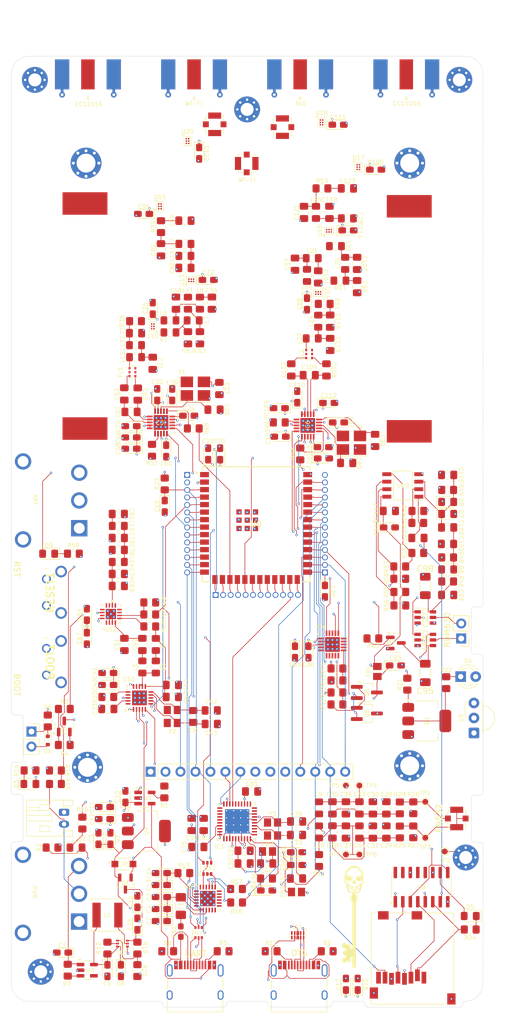
<source format=kicad_pcb>
(kicad_pcb (version 20240108) (generator "pcbnew") (generator_version "8.0")
  (layers (0 "F.Cu" signal) (1 "In1.Cu" power) (2 "In2.Cu" jumper) (31 "B.Cu" signal) (34 "B.Paste" user) (35 "F.Paste" user) (36 "B.SilkS" user "B.Silkscreen") (37 "F.SilkS" user "F.Silkscreen") (38 "B.Mask" user) (39 "F.Mask" user) (44 "Edge.Cuts" user))
  (net 0 "")
  (net 1 "Net-(AE1-A)")
  (net 2 "Net-(AE2-A)")
  (net 3 "Net-(AE3-A)")
  (net 4 "Net-(AE4-A)")
  (net 5 "Net-(AE5-A)")
  (net 6 "Net-(AE6-A)")
  (net 7 "GND")
  (net 8 "+3V3")
  (net 9 "+5V")
  (net 10 "Net-(U6-REGIN)")
  (net 11 "+V_BAT")
  (net 12 "+3.3VA")
  (net 13 "/IO0")
  (net 14 "/EN{slash}RESET")
  (net 15 "Net-(U10-XC1)")
  (net 16 "Net-(U10-XC2)")
  (net 17 "Net-(U10-DVDD)")
  (net 18 "/NRF24_VDD_PA")
  (net 19 "Net-(J7-In)")
  (net 20 "Net-(PWR_SW1-OUT)")
  (net 21 "+V_BAT_5V")
  (net 22 "Net-(FL1-BAL_1)")
  (net 23 "Net-(FL1-BAL_2)")
  (net 24 "Net-(C82-Pad1)")
  (net 25 "Net-(FL2-BAL_1)")
  (net 26 "Net-(FL2-BAL_2)")
  (net 27 "Net-(IC7-NO_(SOURCE1))")
  (net 28 "Net-(D7-K)")
  (net 29 "+V_USB")
  (net 30 "Net-(D1-K)")
  (net 31 "Net-(D2-K)")
  (net 32 "Net-(D4-K)")
  (net 33 "Net-(D5-K)")
  (net 34 "Net-(D6-A)")
  (net 35 "Net-(D6-K)")
  (net 36 "Net-(F1-Pad1)")
  (net 37 "Net-(FL1-UNBAL)")
  (net 42 "Net-(FL2-UNBAL)")
  (net 43 "/PN532_RSTPD_N")
  (net 44 "/PN532_AUX2")
  (net 45 "/PN532_P33")
  (net 46 "/PN532_AUX1")
  (net 47 "/PN532_P30_UART_RX")
  (net 48 "/PN532_P32")
  (net 49 "/PN532_P31_UART_TX")
  (net 50 "/GPIO48_PN532_CS")
  (net 51 "/PN532_SIGOUT")
  (net 52 "/PN532_SIGIN")
  (net 53 "/PN532_IRQ")
  (net 54 "/PN532_RSTOUT_N")
  (net 55 "/PN532_P35")
  (net 56 "/GPIO40_HSPI_MOSI")
  (net 57 "/GPIO41_HSPI_MISO")
  (net 58 "/GPIO39_HSPI_SCK")
  (net 59 "/PN532_P34_SIC_CLK")
  (net 60 "/GPIO8_CC1101A_CS")
  (net 61 "/GPIO17_VSPI_SCK")
  (net 62 "/GPIO15_VSPI_MISO")
  (net 63 "/GPIO16_VSPI_MOSI")
  (net 64 "/GPIO3_CC1101B_CS")
  (net 65 "/RDM630_SIN")
  (net 66 "/GPIO21_RDM630_RX")
  (net 67 "/GPIO14_RDM630_TX")
  (net 68 "/GPIO13_RDM630_CTRL")
  (net 69 "Net-(IC7-COM)")
  (net 70 "/GPIO18_VIBRO")
  (net 71 "/GPIO4_ADC1_3_BAT%")
  (net 72 "/GPIO5_NRF24_CE")
  (net 73 "/GPIO11_CC1101B_GD0")
  (net 74 "/GPIO10_CC1101A_CTRL")
  (net 75 "/GPIO12_CC1101B_CTRL")
  (net 76 "/GPIO6_NRF24_CSN")
  (net 77 "/GPIO9_CC1101A_GD0")
  (net 78 "/GPIO7_NRF24_IRQ")
  (net 79 "/GPIO1_SCREEN_CS")
  (net 80 "/GPIO35_SCREEN_T_IRQ")
  (net 81 "/GPIO47_RDM630_EMULATION")
  (net 82 "/GPIO42_SD_CARD_CS")
  (net 83 "/GPIO36_SCREEN_T_CS")
  (net 84 "/GPIO2_SCREEN_D{slash}C")
  (net 85 "/GPIO38_IR_LED")
  (net 86 "/GPIO37_IR_RECEIVER")
  (net 87 "Net-(U10-ANT1)")
  (net 88 "Net-(U13-RF2)")
  (net 89 "Net-(U13-RF1)")
  (net 91 "/RTS")
  (net 92 "/DTR")
  (net 93 "Net-(Q5-B)")
  (net 94 "Net-(Q7-B)")
  (net 95 "Net-(U1-PROG)")
  (net 96 "Net-(USB_OTG1-CC2)")
  (net 97 "Net-(USB_UART1-CC2)")
  (net 98 "Net-(USB_OTG1-CC1)")
  (net 99 "Net-(USB_UART1-CC1)")
  (net 100 "Net-(U1-STAT)")
  (net 101 "Net-(U6-~{RST})")
  (net 102 "/RX")
  (net 103 "Net-(U6-TXD)")
  (net 104 "/TX")
  (net 105 "Net-(U6-RXD)")
  (net 106 "Net-(U10-IREF)")
  (net 107 "Net-(U13-RFIN)")
  (net 109 "Net-(U6-D+)")
  (net 110 "Net-(U6-D-)")
  (net 111 "Net-(U2-I{slash}O2-Pad3)")
  (net 112 "Net-(U2-I{slash}O1-Pad1)")
  (net 113 "/D+")
  (net 114 "/D-")
  (net 115 "Net-(U6-VPP)")
  (net 131 "Net-(AE7-A)")
  (net 132 "Net-(AE8-A)")
  (net 133 "Net-(IC1-VIN)")
  (net 134 "Net-(IC2-DCOUPL)")
  (net 135 "Net-(IC2-XOSC_Q1)")
  (net 136 "Net-(IC2-XOSC_Q2)")
  (net 137 "Net-(C28-Pad1)")
  (net 138 "Net-(C29-Pad2)")
  (net 139 "Net-(C33-Pad2)")
  (net 140 "Net-(C34-Pad1)")
  (net 141 "Net-(C45-Pad1)")
  (net 142 "Net-(C46-Pad1)")
  (net 143 "Net-(U12-TXRX)")
  (net 144 "Net-(C49-Pad1)")
  (net 145 "Net-(IC3-TVDD)")
  (net 146 "Net-(IC3-AVDD)")
  (net 147 "Net-(C53-Pad1)")
  (net 148 "Net-(C57-Pad1)")
  (net 149 "Net-(IC3-RX)")
  (net 150 "Net-(IC3-VMID)")
  (net 151 "Net-(IC2-RF_P)")
  (net 152 "Net-(IC2-RF_N)")
  (net 153 "Net-(U12-ANT)")
  (net 154 "Net-(C71-Pad1)")
  (net 155 "Net-(IC3-OSCIN)")
  (net 156 "Net-(IC3-SVDD)")
  (net 157 "Net-(IC3-OSCOUT)")
  (net 158 "Net-(C77-Pad1)")
  (net 159 "Net-(C78-Pad1)")
  (net 160 "Net-(IC6-DCOUPL)")
  (net 161 "Net-(IC6-XOSC_Q1)")
  (net 162 "Net-(IC6-XOSC_Q2)")
  (net 163 "Net-(Q5-C)")
  (net 164 "Net-(IC5-NC_(SOURCE2))")
  (net 165 "Net-(C96-Pad1)")
  (net 166 "Net-(IC6-RF_P)")
  (net 167 "Net-(IC6-RF_N)")
  (net 168 "Net-(C113-Pad1)")
  (net 169 "Net-(D1-A)")
  (net 170 "Net-(D3-K)")
  (net 171 "Net-(D5-A)")
  (net 172 "Net-(IC1-FB)")
  (net 173 "Net-(IC1-EN)")
  (net 174 "Net-(IC1-SW)")
  (net 176 "Net-(IC2-RBIAS)")
  (net 177 "Net-(IC2-GDO0_(ATEST))")
  (net 178 "Net-(IC3-TX2)")
  (net 181 "Net-(IC3-TX1)")
  (net 185 "Net-(IC4-P0.0)")
  (net 189 "Net-(IC4-P1.2)")
  (net 199 "Net-(IC5-NO_(SOURCE1))")
  (net 200 "Net-(IC5-COM)")
  (net 201 "Net-(IC6-RBIAS)")
  (net 202 "Net-(IC6-GDO0_(ATEST))")
  (net 204 "Net-(J3-CLK)")
  (net 206 "Net-(J3-CMD)")
  (net 208 "Net-(J3-CD{slash}DAT3)")
  (net 211 "Net-(J5-In)")
  (net 212 "Net-(J5-Ext)")
  (net 213 "Net-(L2-Pad1)")
  (net 214 "Net-(U11-RF2)")
  (net 215 "Net-(U11-RF1)")
  (net 216 "Net-(U14-RF2)")
  (net 217 "Net-(U14-RF1)")
  (net 218 "Net-(Q2-G)")
  (net 219 "Net-(Q4-B)")
  (net 220 "Net-(Q4-C-Pad2)")
  (net 221 "Net-(U3-EN)")
  (net 222 "Net-(U12-TXEN)")
  (net 223 "Net-(U12-RXEN)")
  (net 224 "Net-(U11-RFIN)")
  (net 225 "Net-(U14-RFIN)")
  (net 237 "/ANT_SWITCH_OUT")
  (net 238 "/NRF24_ANT_OUT")
  (net 239 "/CC1101A_ANT_OUT")
  (net 240 "Net-(C97-Pad1)")
  (net 241 "Net-(C100-Pad1)")
  (net 242 "Net-(U16-RF1)")
  (net 243 "Net-(C116-Pad1)")
  (net 244 "Net-(U16-RFIN)")
  (net 245 "Net-(C120-Pad2)")
  (net 246 "Net-(C120-Pad1)")
  (net 247 "Net-(C121-Pad1)")
  (net 248 "/CC1101B_ANT_OUT")
  (net 249 "Net-(U16-RF2)")
  (net 250 "Net-(U19A--)")
  (net 251 "Net-(U19B-+)")
  (net 252 "Net-(U19B--)")
  (net 253 "/ESP32_PIN16_DNC")
  (net 254 "/ESP32_PIN26_DNC")
  (net 255 "Net-(D9-K)")
  (footprint "Inductor_SMD:L_0805_2012Metric_Pad1.15x1.40mm_HandSolder" (layer "F.Cu") (at 65.786 102.108 180)
    (property "Reference" "L15")
    (property "Value" "2.4n")
  )
  (footprint "Package_TO_SOT_SMD:SOT-23-5" (layer "F.Cu") (at 60.5105 177.321)
    (property "Reference" "U3")
    (property "Value" "TLV70036_SOT23-5")
  )
  (footprint "Capacitor_Tantalum_SMD:CP_EIA-2012-12_Kemet-R_Pad1.30x1.05mm_HandSolder" (layer "F.Cu") (at 103.124 84.582)
    (property "Reference" "C91")
    (property "Value" "0.1u")
  )
  (footprint "Resistor_SMD:R_0805_2012Metric_Pad1.20x1.40mm_HandSolder" (layer "F.Cu") (at 115.824 149.828 -90)
    (property "Reference" "R26")
    (property "Value" "NC")
  )
  (footprint "Package_TO_SOT_SMD:SOT-666" (layer "F.Cu") (at 79.4095 170.949 90)
    (property "Reference" "U2")
    (property "Value" "USBLC6-2P6")
  )
  (footprint "Capacitor_SMD:C_0805_2012Metric_Pad1.18x1.45mm_HandSolder" (layer "F.Cu") (at 73.025 55.3505 -90)
    (property "Reference" "C82")
    (property "Value" "~")
  )
  (footprint "Resistor_SMD:R_0805_2012Metric_Pad1.20x1.40mm_HandSolder" (layer "F.Cu") (at 90.932 161.798)
    (property "Reference" "R36")
    (property "Value" "1K")
  )
  (footprint "Resistor_SMD:R_0805_2012Metric_Pad1.20x1.40mm_HandSolder" (layer "F.Cu") (at 55.118 143.51 180)
    (property "Reference" "R16")
    (property "Value" "10K")
  )
  (footprint "Package_LGA:Infineon_PG-TSNP-6-10_0.7x1.1mm_0.7x1.1mm_P0.4mm" (layer "F.Cu") (at 78.1655 60.5185 90)
    (property "Reference" "U13")
    (property "Value" "BGS12WN6E6327XTSA1")
  )
  (footprint "Capacitor_Tantalum_SMD:CP_EIA-2012-12_Kemet-R_Pad1.30x1.05mm_HandSolder" (layer "F.Cu") (at 81.026 60.452)
    (property "Reference" "C72")
    (property "Value" "0.1u")
  )
  (footprint "Package_TO_SOT_SMD:TSOT-23_HandSoldering" (layer "F.Cu") (at 107.95 130.302)
    (property "Reference" "Q5")
    (property "Value" "Q_NPN_BEC")
  )
  (footprint "Capacitor_Tantalum_SMD:CP_EIA-2012-12_Kemet-R_Pad1.30x1.05mm_HandSolder" (layer "F.Cu") (at 95.758 123.444 -90)
    (property "Reference" "C85")
    (property "Value" "0.1u")
  )
  (footprint "Capacitor_Tantalum_SMD:CP_EIA-2012-12_Kemet-R_Pad1.30x1.05mm_HandSolder" (layer "F.Cu") (at 79.502 38.989 -90)
    (property "Reference" "C122")
    (property "Value" "0.1u")
  )
  (footprint "Project_Footprints:118250272" (layer "F.Cu") (at 53.594 122.841 -90)
    (property "Reference" "BOOT1")
    (property "Value" "1-1825027-2" (hide yes))
  )
  (footprint "Package_TO_SOT_SMD:SOT-223-3_TabPin2" (layer "F.Cu") (at 70.549 153.765)
    (property "Reference" "U4")
    (property "Value" "AMS1117-3.3")
  )
  (footprint "Package_DFN_QFN:Diodes_UDFN-10_1.0x2.5mm_P0.5mm" (layer "F.Cu") (at 96.219 171.4115 -90)
    (property "Reference" "U7")
    (property "Value" "ESD7104MUTAG")
  )
  (footprint "Package_TO_SOT_SMD:SOT-23-5" (layer "F.Cu") (at 70.295 148.177)
    (property "Reference" "U1")
    (property "Value" "MCP73831-2-OT")
  )
  (footprint "Resistor_SMD:R_0805_2012Metric_Pad1.20x1.40mm_HandSolder" (layer "F.Cu") (at 113.522 111.052)
    (property "Reference" "R58")
    (property "Value" "1k")
  )
  (footprint "Capacitor_Tantalum_SMD:CP_EIA-2012-12_Kemet-R_Pad1.30x1.05mm_HandSolder" (layer "F.Cu") (at 100.838 113.157 -90)
    (property "Reference" "C20")
    (property "Value" "0.1u")
  )
  (footprint "Resistor_SMD:R_0805_2012Metric_Pad1.20x1.40mm_HandSolder" (layer "F.Cu") (at 63.945 173.577 -90)
    (property "Reference" "R12")
    (property "Value" "100k")
  )
  (footprint "LED_SMD:LED_0805_2012Metric_Pad1.15x1.40mm_HandSolder" (layer "F.Cu") (at 50.791 145.796)
    (property "Reference" "D3")
    (property "Value" "Power_LED")
  )
  (footprint "Resistor_SMD:R_0805_2012Metric_Pad1.20x1.40mm_HandSolder" (layer "F.Cu") (at 102.87 132.334)
    (property "Reference" "R41")
    (property "Value" "1k")
  )
  (footprint "Capacitor_SMD:C_0805_2012Metric_Pad1.18x1.45mm_HandSolder" (layer "F.Cu") (at 108.966 149.844 90)
    (property "Reference" "C30")
    (property "Value" "100p")
  )
  (footprint "Resistor_SMD:R_0805_2012Metric_Pad1.20x1.40mm_HandSolder" (layer "F.Cu") (at 102.87 128.27 180)
    (property "Reference" "R45")
    (property "Value" "1k")
  )
  (footprint "Capacitor_SMD:C_0805_2012Metric_Pad1.18x1.45mm_HandSolder" (layer "F.Cu") (at 116.6075 104.14)
    (property "Reference" "C120")
    (property "Value" "4.7u")
  )
  (footprint "Resistor_SMD:R_0805_2012Metric_Pad1.20x1.40mm_HandSolder" (layer "F.Cu") (at 68.707 67.437 180)
    (property "Reference" "R38")
    (property "Value" "0")
  )
  (footprint "Capacitor_SMD:C_0805_2012Metric_Pad1.18x1.45mm_HandSolder" (layer "F.Cu") (at 75.565 64.389 90)
    (property "Reference" "C46")
    (property "Value" "8.2p")
  )
  (footprint "TestPoint:TestPoint_Pad_D1.0mm" (layer "F.Cu") (at 104.394 146.0555)
    (property "Reference" "TP5")
    (property "Value" "TGND")
  )
  (footprint "Capacitor_SMD:C_0805_2012Metric_Pad1.18x1.45mm_HandSolder" (layer "F.Cu") (at 121.6285 105.156 180)
    (property "Reference" "C102")
    (property "Value" "1n")
  )
  (footprint "Capacitor_Tantalum_SMD:CP_EIA-2012-12_Kemet-R_Pad1.30x1.05mm_HandSolder" (layer "F.Cu") (at 103.06 34.176)
    (property "Reference" "C111")
    (property "Value" "0.1u")
  )
  (footprint "Resistor_SMD:R_0805_2012Metric_Pad1.20x1.40mm_HandSolder" (layer "F.Cu") (at 54.547 156.559)
    (property "Reference" "R2")
    (property "Value" "10K")
  )
  (footprint "Capacitor_SMD:C_0805_2012Metric_Pad1.18x1.45mm_HandSolder" (layer "F.Cu") (at 69.088 79.7775 90)
    (property "Reference" "C63")
    (property "Value" "100p")
  )
  (footprint "TestPoint:TestPoint_Pad_D1.0mm" (layer "F.Cu") (at 104.394 157.7395)
    (property "Reference" "TP7")
    (property "Value" "RX")
  )
  (footprint "Diode_SMD:D_SOD-523" (layer "F.Cu") (at 53.823 138.43 -90)
    (property "Reference" "D1")
    (property "Value" "1N4148WT")
  )
  (footprint "Crystal:Crystal_SMD_3225-4Pin_3.2x2.5mm_HandSoldering" (layer "F.Cu") (at 105.336 88.018)
    (property "Reference" "Y4")
    (property "Value" "26MHz")
  )
  (footprint "Capacitor_Tantalum_SMD:CP_EIA-2012-12_Kemet-R_Pad1.30x1.05mm_HandSolder" (layer "F.Cu") (at 111.76 102.362)
    (property "Reference" "C119")
    (property "Value" "10u")
  )
  (footprint "Inductor_SMD:L_0805_2012Metric_Pad1.15x1.40mm_HandSolder" (layer "F.Cu") (at 77.597 64.389 90)
    (property "Reference" "L11")
    (property "Value" "56n")
  )
  (footprint "Package_LGA:Infineon_PG-TSNP-6-10_0.7x1.1mm_0.7x1.1mm_P0.4mm" (layer "F.Cu") (at 100.257 33.782)
    (property "Reference" "U18")
    (property "Value" "BGS12WN6E6327XTSA1")
  )
  (footprint "Resistor_SMD:R_0805_2012Metric_Pad1.20x1.40mm_HandSolder" (layer "F.Cu") (at 102.87 126.238)
    (property "Reference" "R44")
    (property "Value" "1k")
  )
  (footprint "Capacitor_SMD:C_0805_2012Metric_Pad1.18x1.45mm_HandSolder" (layer "F.Cu") (at 108.966 153.924 -90)
    (property "Reference" "C31")
    (property "Value" "100p")
  )
  (footprint "Capacitor_SMD:C_1206_3216Metric_Pad1.33x1.80mm_HandSolder" (layer "F.Cu") (at 117.856 127 -90)
    (property "Reference" "C95")
    (property "Value" "3.3n")
  )
  (footprint "MountingHole:MountingHole_2.2mm_M2_Pad_Via" (layer "F.Cu") (at 124.714 158.242)
    (property "Reference" "H2" (hide yes))
    (property "Value" "Hole_Pad")
  )
  (footprint "Capacitor_Tantalum_SMD:CP_EIA-2012-12_Kemet-R_Pad1.30x1.05mm_HandSolder" (layer "F.Cu") (at 67.945 85.217 180)
    (property "Reference" "C70")
    (property "Value" "0.1u")
  )
  (footprint "Capacitor_Tantalum_SMD:CP_EIA-2012-12_Kemet-R_Pad1.30x1.05mm_HandSolder" (layer "F.Cu") (at 63.945 177.387 -90)
    (property "Reference" "C5")
    (property "Value" "1u")
  )
  (footprint "Resistor_SMD:R_0805_2012Metric_Pad1.20x1.40mm_HandSolder" (layer "F.Cu") (at 55.118 145.796)
    (property "Reference" "R15")
    (property "Value" "10K")
  )
  (footprint "Inductor_SMD:L_0805_2012Metric_Pad1.15x1.40mm_HandSolder" (layer "F.Cu") (at 97.79 59.69 90)
    (property "Reference" "L19")
    (property "Value" "0")
  )
  (footprint "Resistor_SMD:R_0805_2012Metric_Pad1.20x1.40mm_HandSolder" (layer "F.Cu") (at 113.538 113.284 180)
    (property "Reference" "R55")
    (property "Value" "1k")
  )
  (footprint "Capacitor_SMD:C_0805_2012Metric_Pad1.18x1.45mm_HandSolder" (layer "F.Cu") (at 101.727 71.374 -90)
    (property "Reference" "C113")
    (property "Value" "~")
  )
  (footprint "Project_Footprints:SOT95P284X110-6N" (layer "F.Cu") (at 117.856 117.602)
    (property "Reference" "IC7")
    (property "Value" "DG2001EDV-T1-GE3" (hide yes))
  )
  (footprint "Resistor_SMD:R_0805_2012Metric_Pad1.20x1.40mm_HandSolder" (layer "F.Cu") (at 100.711 64.516)
    (property "Reference" "R51")
    (property "Value" "0")
  )
  (footprint "Connector_Coaxial:SMA_Molex_73251-1153_EdgeMount_Horizontal" (layer "F.Cu") (at 78.635 27.377 -90)
    (property "Reference" "AE7" (hide yes))
    (property "Value" "Antenna_Wi-Fi_SMA")
  )
  (footprint "Resistor_SMD:R_0805_2012Metric_Pad1.20x1.40mm_HandSolder" (layer "F.Cu") (at 116.586 106.68)
    (property "Reference" "R54")
    (property "Value" "1k")
  )
  (footprint "Capacitor_Tantalum_SMD:CP_EIA-2012-12_Kemet-R_Pad1.30x1.05mm_HandSolder" (layer "F.Cu") (at 63.437 149.701 180)
    (property "Reference" "C11")
    (property "Value" "10u")
  )
  (footprint "Capacitor_SMD:C_0805_2012Metric_Pad1.18x1.45mm_HandSolder" (layer "F.Cu") (at 102.108 153.908 -90)
    (property "Reference" "C38")
    (property "Value" "NC")
  )
  (footprint "Capacitor_SMD:C_0805_2012Metric_Pad1.18x1.45mm_HandSolder" (layer "F.Cu") (at 102.108 149.844 90)
    (property "Reference" "C35")
    (property "Value" "NC")
  )
  (footprint "Capacitor_SMD:C_0805_2012Metric_Pad1.18x1.45mm_HandSolder" (layer "F.Cu") (at 81.55 133.35)
    (property "Reference" "C42")
    (property "Value" "22p")
  )
  (footprint "Resistor_SMD:R_0805_2012Metric_Pad1.20x1.40mm_HandSolder" (layer "F.Cu") (at 93.091 84.582 180)
    (property "Reference" "R47")
    (property "Value" "56K")
  )
  (footprint "Capacitor_Tantalum_SMD:CP_EIA-2012-12_Kemet-R_Pad1.30x1.05mm_HandSolder" (layer "F.Cu") (at 60.452 117.094 90)
    (property "Reference" "C64")
    (property "Value" "10u")
  )
  (footprint "Resistor_SMD:R_0805_2012Metric_Pad1.20x1.40mm_HandSolder" (layer "F.Cu") (at 114.808 128.897 90)
    (property "Reference" "R21")
    (property "Value" "330")
  )
  (footprint "Inductor_SMD:L_0805_2012Metric_Pad1.15x1.40mm_HandSolder" (layer "F.Cu") (at 99.822 153.908 90)
    (property "Reference" "L10")
    (property "Value" "560n")
  )
  (footprint "Resistor_SMD:R_0805_2012Metric_Pad1.20x1.40mm_HandSolder" (layer "F.Cu") (at 121.65 111.506)
    (property "Reference" "R46")
    (property "Value" "10R")
  )
  (footprint "Project_Footprints:118250272" (layer "F.Cu") (at 53.594 111.086 -90)
    (property "Reference" "RESET1")
    (property "Value" "1-1825027-2" (hide yes))
  )
  (footprint "MountingHole:MountingHole_2.2mm_M2_Pad_Via" (layer "F.Cu") (at 52.635 177.587)
    (property "Reference" "H1" (hide yes))
    (property "Value" "Hole_Pad")
  )
  (footprint "Diode_SMD:D_0805_2012Metric_Pad1.15x1.40mm_HandSolder" (layer "F.Cu") (at 121.65 100.076)
    (property "Reference" "D7")
    (property "Value" "D")
  )
  (footprint "Resistor_SMD:R_0805_2012Metric_Pad1.20x1.40mm_HandSolder" (layer "F.Cu") (at 73.597 147.145 90)
    (property "Reference" "R1")
    (property "Value" "4.7K")
  )
  (footprint "Package_DFN_QFN:QFN-20-1EP_4x4mm_P0.5mm_EP2.5x2.5mm" (layer "F.Cu") (at 69.374 131.2235 90)
    (property "Reference" "U10")
    (property "Value" "nRF24L01P")
  )
  (footprint "Capacitor_Tantalum_SMD:CP_EIA-2012-12_Kemet-R_Pad1.30x1.05mm_HandSolder" (layer "F.Cu") (at 73.089 162.909 180)
    (property "Reference" "C13")
    (property "Value" "22u")
  )
  (footprint "Resistor_SMD:R_0805_2012Metric_Pad1.20x1.40mm_HandSolder" (layer "F.Cu") (at 78.502 85.598)
    (property "Reference" "R30")
    (property "Value" "330")
  )
  (footprint "Capacitor_SMD:C_0805_2012Metric_Pad1.18x1.45mm_HandSolder" (layer "F.Cu") (at 77.089 58.42)
    (property "Reference" "C80")
    (property "Value" "~")
  )
  (footprint "Diode_SMD:D_0805_2012Metric_Pad1.15x1.40mm_HandSolder" (layer "F.Cu") (at 121.65 98.044)
    (property "Reference" "D8")
    (property "Value" "D")
  )
  (footprint "Project_Footprints:XDCR_ANT-433-HESM" (layer "F.Cu") (at 60.135 66.567 90)
    (property "Reference" "AE2" (hide yes))
    (property "Value" "Antenna_CC1101A_PCB")
  )
  (footprint "Project_Footprints:GCT_MEM2061-01-188-00-A_REVA" (layer "F.Cu") (at 115.685 175.362)
    (property "Reference" "J3" (hide yes))
    (property "Value" "MEM2061-01-188-00-A_REVA")
  )
  (footprint "LED_SMD:LED_0805_2012Metric_Pad1.15x1.40mm_HandSolder" (layer "F.Cu") (at 58.611 156.559)
    (property "Reference" "D2")
    (property "Value" "Charging_LED")
  )
  (footprint "Resistor_SMD:R_0805_2012Metric_Pad1.20x1.40mm_HandSolder" (layer "F.Cu") (at 113.538 153.924 90)
    (property "Reference" "R29")
    (property "Value" "1.5")
  )
  (footprint "Resistor_SMD:R_0805_2012Metric_Pad1.20x1.40mm_HandSolder" (layer "F.Cu") (at 64.008 131.064 180)
    (property "Reference" "R25")
    (property "Value" "22k")
  )
  (footprint "MountingHole:MountingHole_2.2mm_M2_Pad_Via" (layer "F.Cu") (at 51.635 26.587)
    (property "Reference" "H3" (hide yes))
    (property "Value" "Hole_Pad")
  )
  (footprint "Connector_Coaxial:SMA_Molex_73251-1153_EdgeMount_Horizontal" (layer "F.Cu") (at 96.635 27.377 -90)
    (property "Reference" "AE5" (hide yes))
    (property "Value" "Antenna_NRF24_SMA")
  )
  (footprint "Capacitor_SMD:C_0805_2012Metric_Pad1.18x1.45mm_HandSolder" (layer "F.Cu") (at 106.68 149.844 90)
    (property "Reference" "C33")
    (property "Value" "22p")
  )
  (footprint "LED_THT:LED_D3.0mm_IRBlack" (layer "F.Cu") (at 123.86 127.62)
    (property "Reference" "D4")
    (property "Value" "IR204A")
  )
  (footprint "TestPoint:TestPoint_Pad_D1.0mm" (layer "F.Cu") (at 117.856 148.812)
    (property "Reference" "TP1")
    (property "Value" "TX1_PRE")
  )
  (footprint "Capacitor_SMD:C_0805_2012Metric_Pad1.18x1.45mm_HandSolder" (layer "F.Cu") (at 95.758 57.785 -90)
    (property "Reference" "C97")
    (property "Value" "8.2p")
  )
  (footprint "Resistor_SMD:R_0805_2012Metric_Pad1.20x1.40mm_HandSolder" (layer "F.Cu") (at 108.966 121.158)
    (property "Reference" "R43")
    (property "Value" "10K")
  )
  (footprint "Capacitor_Tantalum_SMD:CP_EIA-2012-12_Kemet-R_Pad1.30x1.05mm_HandSolder" (layer "F.Cu") (at 73.089 169.005 180)
    (property "Reference" "C7")
    (property "Value" "4u7")
  )
  (footprint "Capacitor_SMD:C_0805_2012Metric_Pad1.18x1.45mm_HandSolder" (layer "F.Cu") (at 106.299 57.658 -90)
    (property "Reference" "C100")
    (property "Value" "~")
  )
  (footprint "OptoDevice:Vishay_MINICAST-3Pin" (layer "F.Cu") (at 126.11 137.16 90)
    (property "Reference" "U5")
    (property "Value" "TSOP382xx")
  )
  (footprint "Capacitor_Tantalum_SMD:CP_EIA-2012-12_Kemet-R_Pad1.30x1.05mm_HandSolder" (layer "F.Cu") (at 73.914 89.408 -90)
    (property "Reference" "C60")
    (property "Value" "0.1u")
  )
  (footprint "Capacitor_SMD:C_0805_2012Metric_Pad1.18x1.45mm_HandSolder" (layer "F.Cu") (at 96.012 154.432 180)
    (property "Reference" "C73")
    (property "Value" "33p")
  )
  (footprint "Capacitor_SMD:C_0805_2012Metric_Pad1.18x1.45mm_HandSolder" (layer "F.Cu") (at 121.65 113.792)
    (property "Reference" "C99")
    (property "Value" "~")
  )
  (footprint "Capacitor_SMD:C_0805_2012Metric_Pad1.18x1.45mm_HandSolder" (layer "F.Cu") (at 121.65 102.362 180)
    (property "Reference" "C106")
    (property "Value" "4.7u")
  )
  (footprint "Capacitor_Tantalum_SMD:CP_EIA-2012-12_Kemet-R_Pad1.30x1.05mm_HandSolder" (layer "F.Cu") (at 64.008 127 180)
    (property "Reference" "C41")
    (property "Value" "10u")
  )
  (footprint "Crystal:Crystal_SMD_3225-4Pin_3.2x2.5mm_HandSoldering" (layer "F.Cu") (at 78.867 78.867)
    (property "Reference" "Y1")
    (property "Value" "26MHz")
  )
  (footprint "Capacitor_SMD:C_0805_2012Metric_Pad1.18x1.45mm_HandSolder" (layer "F.Cu") (at 109.347 87.63 -90)
    (property "Reference" "C90")
    (property "Value" "9p")
  )
  (footprint "Inductor_SMD:L_0805_2012Metric_Pad1.15x1.40mm_HandSolder" (layer "F.Cu") (at 99.314 49.022 90)
    (property "Reference" "L26")
    (property "Value" "2.2n")
  )
  (footprint "Capacitor_SMD:C_0805_2012Metric_Pad1.18x1.45mm_HandSolder" (layer "F.Cu") (at 111.252 153.924 -90)
    (property "Reference" "C29")
    (property "Value" "NC")
  )
  (footprint "Capacitor_Tantalum_SMD:CP_EIA-2012-12_Kemet-R_Pad1.30x1.05mm_HandSolder" (layer "F.Cu") (at 70.0825 49.276 180)
    (property "Reference" "C94")
    (property "Value" "0.1u")
  )
  (footprint "Inductor_SMD:L_0805_2012Metric_Pad1.15x1.40mm_HandSolder" (layer "F.Cu") (at 72.152 125.984 -90)
    (property "Reference" "L2")
    (property "Value" "8.2n")
  )
  (footprint "Package_TO_SOT_SMD:SOT-23" (layer "F.Cu") (at 112.8545 121.92)
    (property "Reference" "Q7")
    (property "Value" "MMBT5551L")
  )
  (footprint "Capacitor_Tantalum_SMD:CP_EIA-2012-12_Kemet-R_Pad1.30x1.05mm_HandSolder" (layer "F.Cu") (at 66.993 147.9445 90)
    (property "Reference" "C10")
    (property "Value" "100n")
  )
  (footprint "Capacitor_SMD:C_0805_2012Metric_Pad1.18x1.45mm_HandSolder" (layer "F.Cu") (at 90.9535 159.258 180)
    (property "Reference" "C44")
    (property "Value" "0.1u")
  )
  (footprint "Capacitor_Tantalum_SMD:CP_EIA-2012-12_Kemet-R_Pad1.30x1.05mm_HandSolder" (layer "F.Cu") (at 96.139 80.264 90)
    (property "Reference" "C110")
    (property "Value" "0.1u")
  )
  (footprint "Inductor_SMD:L_0805_2012Metric_Pad1.15x1.40mm_HandSolder" (layer "F.Cu") (at 104.267 57.658 90)
    (property "Reference" "L20")
    (property "Value" "0")
  )
  (footprint "Inductor_SMD:L_0805_2012Metric_Pad1.15x1.40mm_HandSolder" (layer "F.Cu") (at 78.486 67.31)
    (property "Reference" "L7")
    (property "Value" "0")
  )
  (footprint "Project_Footprints:ESP32-S3-WROOM-1U_EXP" (layer "F.Cu") (at 89.159 101.825)
    (property "Reference" "U9")
    (property "Value" "ESP32-S3-WROOM-1U-N16R2")
  )
  (footprint "Resistor_SMD:R_0805_2012Metric_Pad1.20x1.40mm_HandSolder" (layer "F.Cu") (at 50.816 143.51)
    (property "Reference" "R14")
    (property "Value" "1.5K")
  )
  (footprint "Project_Footprints:SOTFL50P160X60-6N" (layer "F.Cu") (at 66.485 172.815)
    (property "Reference" "IC1")
    (property "Value" "TPS61023DRLT" (hide yes))
  )
  (footprint "Package_SO:SOIC-16_3.9x9.9mm_P1.27mm" (layer "F.Cu") (at 117.221 163.257 90)
    (property "Reference" "U8")
    (property "Value" "4050")
  )
  (footprint "Capacitor_SMD:C_0805_2012Metric_Pad1.18x1.45mm_HandSolder" (layer "F.Cu") (at 111.76 99.568)
    (property "Reference" "C117")
    (property "Value" "100n")
  )
  (footprint "Connector_PinSocket_1.27mm:PinSocket_1x12_P1.27mm_Vertical" (layer "F.Cu") (at 82.296 113.792 90)
    (property "Reference" "J9" (hide yes))
    (property "Value" "Conn_01x12")
  )
  (footprint "Capacitor_SMD:C_0805_2012Metric_Pad1.18x1.45mm_HandSolder" (layer "F.Cu") (at 111.252 149.844 90)
    (property "Reference" "C28")
    (property "Value" "NC")
  )
  (footprint "Resistor_SMD:R_0805_2012Metric_Pad1.20x1.40mm_HandSolder" (layer "F.Cu") (at 69.025 173.577 -90)
    (property "Reference" "R19")
    (property "Value" "732k")
  )
  (footprint "Capacitor_Tantalum_SMD:CP_EIA-2012-12_Kemet-R_Pad1.30x1.05mm_HandSolder" (layer "F.Cu") (at 93.091 82.169 180)
    (property "Reference" "C109")
    (property "Value" "0.1u")
  )
  (footprint "Inductor_SMD:L_0805_2012Metric_Pad1.15x1.40mm_HandSolder" (layer "F.Cu") (at 79.629 64.389 90)
    (property "Reference" "L8")
    (property "Value" "2.7n")
  )
  (footprint "Capacitor_SMD:C_0805_2012Metric_Pad1.18x1.45mm_HandSolder" (layer "F.Cu") (at 65.786 104.14 180)
    (property "Reference" "C79")
    (property "Value" "1.5p")
  )
  (footprint "Package_TO_SOT_SMD:TSOT-23_HandSoldering" (layer "F.Cu") (at 107.95 133.858)
    (property "Reference" "Q6")
    (property "Value" "Q_PNP_BEC")
  )
  (footprint "Fuse:Fuse_1206_3216Metric_Pad1.42x1.75mm_HandSolder" (layer "F.Cu") (at 76.391 166.465 90)
    (property "Reference" "F1")
    (property "Value" "Polyfuse 1A")
  )
  (footprint "Project_Footprints:QFN50P400X400X100-21N-D" (layer "F.Cu") (at 97.917 85.09 90)
    (property "Reference" "IC6")
    (property "Value" "CC1101RGPR" (hide yes))
  )
  (footprint "Resistor_SMD:R_0805_2012Metric_Pad1.20x1.40mm_HandSolder" (layer "F.Cu") (at 116.586 101.6 180)
    (property "Reference" "R52")
    (property "Value" "1M")
  )
  (footprint "Capacitor_Tantalum_SMD:CP_EIA-2012-12_Kemet-R_Pad1.30x1.05mm_HandSolder" (layer "F.Cu") (at 81.026 89.916 90)
    (property "Reference" "C22")
    (property "Value" "10u")
  )
  (footprint "Capacitor_Tantalum_SMD:CP_EIA-2012-12_Kemet-R_Pad1.30x1.05mm_HandSolder" (layer "F.Cu") (at 100.543 88.773)
    (property "Reference" "C87")
    (property "Value" "0.1u")
  )
  (footprint "Inductor_SMD:L_0805_2012Metric_Pad1.15x1.40mm_HandSolder" (layer "F.Cu") (at 65.786 108.204)
    (property "Reference" "L14")
    (property "Value" "2.4n")
  )
  (footprint "Capacitor_Tantalum_SMD:CP_EIA-2012-12_Kemet-R_Pad1.30x1.05mm_HandSolder" (layer "F.Cu") (at 71.628 65.278 90)
    (property "Reference" "C25")
    (property "Value" "0.1u")
  )
  (footprint "Connector_Coaxial:U.FL_Molex_MCRF_73412-0110_Vertical" (layer "F.Cu") (at 82.135 34.112 -90)
    (property "Reference" "AE8" (hide yes))
    (property "Value" "Antenna_Wi-Fi_TBAR")
  )
  (footprint "Inductor_SMD:L_0805_2012Metric_Pad1.15x1.40mm_HandSolder" (layer "F.Cu") (at 99.695 67.437 90)
    (property "Reference" "L24")
    (property "Value" "6.8n")
  )
  (footprint "Capacitor_SMD:C_0805_2012Metric_Pad1.18x1.45mm_HandSolder" (layer "F.Cu") (at 65.786 100.076)
    (property "Reference" "C81")
    (property "Value" "1.5p")
  )
  (footprint "Resistor_SMD:R_0805_2012Metric_Pad1.20x1.40mm_HandSolder" (layer "F.Cu") (at 121.412 128.643 -90)
    (property "Reference" "R22")
    (property "Value" "50")
  )
  (footprint "Capacitor_SMD:C_0805_2012Metric_Pad1.18x1.45mm_HandSolder" (layer "F.Cu") (at 80.264 152.654 90)
    (property "Reference" "C65")
    (property "Value" "0.1u")
  )
  (footprint "Project_Footprints:RFX2401C_SKY" (layer "F.Cu") (at 64.528 117.0178 90)
    (property "Reference" "U12")
    (property "Value" "RFX2401C")
  )
  (footprint "Capacitor_SMD:C_0805_2012Metric_Pad1.18x1.45mm_HandSolder" (layer "F.Cu") (at 65.786 112.268)
    (property "Reference" "C69")
    (property "Value" "0.3p")
  )
  (footprint "Capacitor_Tantalum_SMD:CP_EIA-2012-12_Kemet-R_Pad1.30x1.05mm_HandSolder" (layer "F.Cu") (at 73.66 98.7845 -90)
    (property "Reference" "C19")
    (property "Value" "0.1u")
  )
  (footprint "Capacitor_SMD:C_0805_2012Metric_Pad1.18x1.45mm_HandSolder" (layer "F.Cu") (at 79.629 70.2525 -90)
    (property "Reference" "C53")
    (property "Value" "~")
  )
  (footprint "Resistor_SMD:R_0805_2012Metric_Pad1.20x1.40mm_HandSolder" (layer "F.Cu") (at 101.219 174.117)
    (property "Reference" "R9")
    (property "Value" "5k1")
  )
  (footprint "TestPoint:TestPoint_Pad_D1.0mm" (layer "F.Cu") (at 106.68 146.0555)
    (property "Reference" "TP4")
    (property "Value" "TX1_POST")
  )
  (footprint "Inductor_SMD:L_0603_1608Metric_Pad1.05x0.95mm_HandSolder" (layer "F.Cu") (at 76.391 170.783 90)
    (property "Reference" "FB1")
    (property "Value" "BLM21PG221")
  )
  (footprint "Capacitor_SMD:C_0805_2012Metric_Pad1.18x1.45mm_HandSolder" (layer "F.Cu") (at 106.299 61.595 -90)
    (property "Reference" "C96")
    (property "Value" "~")
  )
  (footprint "Ferrite:BEADC2012X145N" (layer "F.Cu") (at 96.012 164.084 180)
    (property "Reference" "FB3")
    (property "Value" "FerriteBead_Small" (hide yes))
  )
  (footprint "Resistor_SMD:R_0805_2012Metric_Pad1.20x1.40mm_HandSolder" (layer "F.Cu") (at 53.823 135.128 -90)
    (property "Reference" "R6")
    (property "Value" "22")
  )
  (footprint "Resistor_SMD:R_0805_2012Metric_Pad1.20x1.40mm_HandSolder" (layer "F.Cu") (at 121.65 96.012 180)
    (property "Reference" "R49")
    (property "Value" "1M")
  )
  (footprint "Connector_Coaxial:U.FL_Molex_MCRF_73412-0110_Vertical" (layer "F.Cu") (at 93.635 34.587 90)
    (property "Reference" "AE6" (hide yes))
    (property "Value" "Antenna_NRF24_IPEX")
  )
  (footprint "Capacitor_Tantalum_SMD:CP_EIA-2012-12_Kemet-R_Pad1.30x1.05mm_HandSolder" (layer "F.Cu") (at 104.734 52.07)
    (property "Reference" "C114")
    (property "Value" "0.1u")
  )
  (footprint "Resistor_SMD:R_0805_2012Metric_Pad1.20x1.40mm_HandSolder" (layer "F.Cu") (at 99.822 158.75 -90)
    (property "Reference" "R32")
    (property "Value" "1.69K")
  )
  (footprint "Resistor_SMD:R_0805_2012Metric_Pad1.20x1.40mm_HandSolder" (layer "F.Cu") (at 85.836 163.576)
    (property "Reference" "R17")
    (property "Value" "22R")
  )
  (footprint "Project_Footprints:SOT95P284X110-6N" (layer "F.Cu") (at 117.856 121.412)
    (property "Reference" "IC5")
    (property "Value" "DG2001EDV-T1-GE3" (hide yes))
  )
  (footprint "Resistor_SMD:R_0805_2012Metric_Pad1.20x1.40mm_HandSolder" (layer "F.Cu") (at 56.633 133.096)
    (property "Reference" "R3")
    (property "Value" "150")
  )
  (footprint "Capacitor_Tantalum_SMD:CP_EIA-2012-12_Kemet-R_Pad1.30x1.05mm_HandSolder" (layer "F.Cu") (at 93.218 86.995 180)
    (property "Reference" "C103")
    (property "Value" "0.1u")
  )
  (footprint "Diode_SMD:D_0805_2012Metric_Pad1.15x1.40mm_HandSolder" (layer "F.Cu") (at 121.65 109.474 180)
    (property "Reference" "D6")
    (property "Value" "D")
  )
  (footprint "Resistor_SMD:R_0805_2012Metric_Pad1.20x1.40mm_HandSolder" (layer "F.Cu") (at 113.522 108.966)
    (property "Reference" "R57")
    (property "Value" "1M")
  )
  (footprint "Capacitor_SMD:C_0805_2012Metric_Pad1.18x1.45mm_HandSolder" (layer "F.Cu") (at 96.0335 152.146)
    (property "Reference" "C76")
    (property "Value" "33p")
  )
  (footprint "Inductor_SMD:L_0805_2012Metric_Pad1.15x1.40mm_HandSolder" (layer "F.Cu") (at 104.648 50.038 180)
    (property "Reference" "L25")
    (property "Value" "~")
  )
  (footprint "Resistor_SMD:R_0805_2012Metric_Pad1.20x1.40mm_HandSolder" (layer "F.Cu") (at 73.66 94.996 -90)
    (property "Reference" "R23")
    (property "Value" "10K")
  )
  (footprint "Capacitor_Tantalum_SMD:CP_EIA-2012-12_Kemet-R_Pad1.30x1.05mm_HandSolder" (layer "F.Cu") (at 106.394 179.705 90)
    (property "Reference" "C18")
    (property "Value" "10u")
  )
  (footprint "Capacitor_Tantalum_SMD:CP_EIA-2012-12_Kemet-R_Pad1.30x1.05mm_HandSolder" (layer "F.Cu") (at 69.025 169.513 90)
    (property "Reference" "C15")
    (property "Value" "22u")
  )
  (footprint "Capacitor_SMD:C_0805_2012Metric_Pad1.18x1.45mm_HandSolder" (layer "F.Cu") (at 88.392 147.066)
    (property "Reference" "C83")
    (property "Value" "0.1u")
  )
  (footprint "Project_Footprints:PWR-SW" (layer "F.Cu") (at 51.769 164.261)
    (property "Reference" "PWR_SW1" (hide yes))
    (property "Value" "734-7296")
  )
  (footprint "Package_LGA:Infineon_PG-TSNP-6-10_0.7x1.1mm_0.7x1.1mm_P0.4mm" (layer "F.Cu") (at 72.844 48.006)
    (property "Reference" "U15")
    (property "Value" "BGS12WN6E6327XTSA1")
  )
  (footprint "Connector_Coaxial:SMA_Molex_73251-1153_EdgeMount_Horizontal" (layer "F.Cu") (at 114.635 27.377 -90)
    (property "Reference" "AE3" (hide yes))
    (property "Value" "Antenna_CC1101B_SMA")
  )
  (footprint "Capacitor_Tantalum_SMD:CP_EIA-2012-12_Kemet-R_Pad1.30x1.05mm_HandSolder" (layer "F.Cu") (at 90.932 163.83)
    (property "Reference" "C58")
    (property "Value" "0.1u")
  )
  (footprint "Capacitor_Tantalum_SMD:CP_EIA-2012-12_Kemet-R_Pad1.30x1.05mm_HandSolder" (layer "F.Cu") (at 73.089 160.877 180)
    (property "Reference" "C14")
    (property "Value" "100n")
  )
  (footprint "Resistor_SMD:R_0805_2012Metric_Pad1.20x1.40mm_HandSolder" (layer "F.Cu") (at 100.33 44.958 180)
    (property "Reference" "R53")
    (property "Value" "0")
  )
  (footprint "Package_TO_SOT_SMD:SOT-363_SC-70-6" (layer "F.Cu") (at 80.884 160.086 90)
    (property "Reference" "Q3")
    (property "Value" "UMH3N")
  )
  (footprint "Capacitor_Tantalum_SMD:CP_EIA-2012-12_Kemet-R_Pad1.30x1.05mm_HandSolder" (layer "F.Cu") (at 64.008 129.032 180)
    (property "Reference" "C40")
    (property "Value" "0.1u")
  )
  (footprint "Resistor_SMD:R_0805_2012Metric_Pad1.20x1.40mm_HandSolder" (layer "F.Cu") (at 78.502 134.366 -90)
    (property "Reference" "R31")
    (property "Value" "1M")
  )
  (footprint "Resistor_SMD:R_0805_2012Metric_Pad1.20x1.40mm_HandSolder" (layer "F.Cu") (at 96.647 89.916 -90)
    (property "Reference" "R42")
    (property "Value" "330")
  )
  (footprint "Connector_JST:JST_PH_S2B-PH-K_1x02_P2.00mm_Horizontal" (layer "F.Cu") (at 56.585 150.587 -90)
    (property "Reference" "JSTPH1" (hide yes))
    (property "Value" "Battery Plug")
  )
  (footprint "Capacitor_Tantalum_SMD:CP_EIA-2012-12_Kemet-R_Pad1.30x1.05mm_HandSolder" (layer "F.Cu") (at 69.025 165.703 90)
    (property "Reference" "C16")
    (property "Value" "22u")
  )
  (footprint "Resistor_SMD:R_0805_2012Metric_Pad1.20x1.40mm_HandSolder" (layer "F.Cu") (at 113.538 115.57)
    (property "Reference" "R56")
    (property "Value" "1k")
  )
  (footprint "Capacitor_Tantalum_SMD:CP_EIA-2012-12_Kemet-R_Pad1.30x1.05mm_HandSolder" (layer "F.Cu") (at 73.089 164.941 180)
    (property "Reference" "C2")
    (property "Value" "22u")
  )
  (footprint "Ferrite:BEADC2012X145N" (layer "F.Cu") (at 109.728 126.746 90)
    (property "Reference" "FB4")
    (property "Value" "FerriteBead" (hide yes))
  )
  (footprint "Inductor_SMD:L_0805_2012Metric_Pad1.15x1.40mm_HandSolder" (layer "F.Cu") (at 98.679 70.358)
    (property "Reference" "L23")
    (property "Value" "3.3n")
  )
  (footprint "Capacitor_SMD:C_0805_2012Metric_Pad1.18x1.45mm_HandSolder" (layer "F.Cu") (at 64.008 133.096)
    (property "Reference" "C23")
    (property "Value" "33n")
  )
  (footprint "Capacitor_SMD:C_0805_2012Metric_Pad1.18x1.45mm_HandSolder" (layer "F.Cu") (at 67.945 82.804)
    (property "Reference" "C61")
    (property "Value" "0.6p")
  )
  (footprint "Inductor_SMD:L_0805_2012Metric_Pad1.15x1.40mm_HandSolder" (layer "F.Cu") (at 99.822 149.844 -90)
    (property "Reference" "L9")
    (property "Value" "560n")
  )
  (footprint "Package_LGA:Infineon_PG-TSNP-6-10_0.7x1.1mm_0.7x1.1mm_P0.4mm" (layer "F.Cu") (at 106.503 41.351)
    (property "Reference" "U17")
    (property "Value" "BGS12WN6E6327XTSA1")
  )
  (footprint "Project_Footprints:4.0_TFT_Display" (layer "F.Cu") (at 56.8939 37.6795)
    (property "Reference" "SCREEN1" (hide yes))
    (property "Value" "~")
  )
  (footprint "Connector_PinSocket_1.27mm:PinSocket_1x14_P1.27mm_Vertical" (layer "F.Cu") (at 100.838 109.982 180)
    (property "Reference" "J10" (hide yes))
    (property "Value" "Conn_01x14")
  )
  (footprint "Capacitor_Tantalum_SMD:CP_EIA-2012-12_Kemet-R_Pad1.30x1.05mm_HandSolder" (layer "F.Cu") (at 112.776 125.73)
    (property "Reference" "C93")
    (property "Value" "0.1u")
  )
  (footprint "DGM3415U:SOT95P240X105-3N" (layer "F.Cu") (at 66.993 162.655 -90)
    (property "Reference" "Q1")
    (property "Value" "DMG3415U")
  )
  (footprint "Package_LGA:Infineon_PG-TSNP-6-10_0.7x1.1mm_0.7x1.1mm_P0.4mm" (layer "F.Cu") (at 101.5335 52.1365 90)
    (property "Reference" "U16")
    (property "Value" "BGS12WN6E6327XTSA1")
  )
  (footprint "Inductor_SMD:L_0805_2012Metric_Pad1.15x1.40mm_HandSolder" (layer "F.Cu") (at 103.378 60.579)
    (property "Reference" "L18")
    (property "Value" "0")
  )
  (footprint "Connector_Coaxial:SMA_Molex_73251-1153_EdgeMount_Horizontal" (layer "F.Cu") (at 60.635 27.377 -90)
    (property "Reference" "AE1" (hide yes))
    (property "Value" "Antenna_CC1101A_SMA")
  )
  (footprint "Capacitor_SMD:C_0805_2012Metric_Pad1.18x1.45mm_HandSolder" (layer "F.Cu") (at 68.707 69.469)
    (property "Reference" "C77")
    (property "Value" "1.2p")
  )
  (footprint "Capacitor_SMD:C_0805_2012Metric_Pad1.18x1.45mm_HandSolder" (layer "F.Cu") (at 87.122 157.099)
    (property "Reference" "C55")
    (property "Value" "0.1u")
  )
  (footprint "Resistor_SMD:R_0805_2012Metric_Pad1.20x1.40mm_HandSolder" (layer "F.Cu") (at 125.476 170.434)
    (property "Reference" "R24")
    (property "Value" "1.5K")
  )
  (footprint "Capacitor_SMD:C_0805_2012Metric_Pad1.18x1.45mm_HandSolder" (layer "F.Cu") (at 98.171 76.581)
    (property "Reference" "C104")
    (property "Value" "0.6p")
  )
  (footprint "Capacitor_Tantalum_SMD:CP_EIA-2012-12_Kemet-R_Pad1.30x1.05mm_HandSolder" (layer "F.Cu") (at 73.089 166.973 180)
    (property "Reference" "C4")
    (property "Value" "100n")
  )
  (footprint "Connector_Coaxial:U.FL_Molex_MCRF_73412-0110_Vertical" (layer "F.Cu") (at 123.19 151.638 -90)
    (property "Reference" "J5" (hide yes))
    (property "Value" "PN532_Antenna_Coax")
  )
  (footprint "Package_DFN_QFN:HVQFN-40-1EP_6x6mm_P0.5mm_EP4.1x4.1mm_ThermalVias" (layer "F.Cu") (at 85.944 152.124 90)
    (property "Reference" "IC3")
    (property "Value" "PN5321A3HN_C106,55")
  )
  (footprint "Project_Footprints:B0310J50100AHF" (layer "F.Cu") (at 68.186 76.073 -90)
    (property "Reference" "FL1")
    (property "Value" "B0310J50100AHF" (hide yes))
  )
  (footprint "Capacitor_SMD:C_0805_2012Metric_Pad1.18x1.45mm_HandSolder" (layer "F.Cu") (at 101.6 49.022 -90)
    (property "Reference" "C118")
    (property "Value" "~")
  )
  (footprint "Inductor_SMD:L_0805_2012Metric_Pad1.15x1.40mm_HandSolder" (layer "F.Cu") (at 68.716 73.533)
    (property "Reference" "L12")
    (property "Value" "3.3n")
  )
  (footprint "Resistor_SMD:R_0805_2012Metric_Pad1.20x1.40mm_HandSolder" (layer "F.Cu") (at 56.617 139.192)
    (property "Reference" "R4")
    (property "Value" "10K")
  )
  (footprint "Capacitor_SMD:C_0805_2012Metric_Pad1.18x1.45mm_HandSolder" (layer "F.Cu") (at 69.866 122.174 90)
    (property "Reference" "C49")
    (property "Value" "1.5p")
  )
  (footprint "Capacitor_SMD:C_0805_2012Metric_Pad1.18x1.45mm_HandSolder" (layer "F.Cu") (at 74.946 131.064 180)
    (property "Reference" "C48")
    (property "Value" "4.7p")
  )
  (footprint "Capacitor_Tantalum_SMD:CP_EIA-2012-12_Kemet-R_Pad1.30x1.05mm_HandSolder" (layer "F.Cu") (at 64.453 155.035 90)
    (property "Reference" "C6")
    (property "Value" "0.1u")
  )
  (footprint "Capacitor_Tantalum_SMD:CP_EIA-2012-12_Kemet-R_Pad1.30x1.05mm_HandSolder" (layer "F.Cu") (at 63.437 151.733 180)
    (property "Reference" "C12")
    (property "Value" "0.1u")
  )
  (footprint "Resistor_SMD:R_0805_2012Metric_Pad1.20x1.40mm_HandSolder" (layer "F.Cu") (at 59.69 152.416 -90)
    (property "Reference" "R10")
    (property "Value" "1.5K")
  )
  (footprint "Resistor_SMD:R_0805_2012Metric_Pad1.20x1.40mm_HandSolder" (layer "F.Cu") (at 115.824 153.908 90)
    (property "Reference" "R27")
    (property "Value" "NC")
  )
  (footprint "Capacitor_SMD:C_0805_2012Metric_Pad1.18x1.45mm_HandSolder" (layer "F.Cu") (at 65.786 106.172 180)
    (property "Reference" "C78")
    (property "Value" "1.5p")
  )
  (footprint "Capacitor_SMD:C_0805_2012Metric_Pad1.18x1.45mm_HandSolder" (layer "F.Cu") (at 65.786 110.236)
    (property "Reference" "C74")
    (property "Value" "1.5p")
  )
  (footprint "Capacitor_Tantalum_SMD:CP_EIA-2012-12_Kemet-R_Pad1.30x1.05mm_HandSolder" (layer "F.Cu") (at 56.325 174.339 180)
    (property "Reference" "C1")
    (property "Value" "1u")
  )
  (footprint "Resistor_SMD:R_0805_2012Metric_Pad1.20x1.40mm_HandSolder" (layer "F.Cu") (at 57.2085 177.321 90)
    (property "Reference" "R7")
    (property "Value" "100k")
  )
  (footprint "Project_Footprints:SOIC127P600X175-8N" (layer "F.Cu") (at 114.046 95.25 180)
    (property "Reference" "U19")
    (property "Value" "LM358" (hide yes))
  )
  (footprint "MountingHole:MountingHole_2.2mm_M2_Pad_Via" (layer "F.Cu") (at 87.635 31.587)
    (property "Reference" "H5" (hide yes))
    (property "Value" "Hole_Pad")
  )
  (footprint "LED_SMD:LED_0805_2012Metric_Pad1.15x1.40mm_HandSolder" (layer "F.Cu") (at 53.975 106.807 180)
    (property "Reference" "D9")
    (property "Value" "ANT_LED")
  )
  (footprint "Package_LGA:Infineon_PG-TSNP-6-10_0.7x1.1mm_0.7x1.1mm_P0.4mm" (layer "F.Cu") (at 71.628 68.326 180)
    (property "Reference" "U11")
    (property "Value" "BGS12WN6E6327XTSA1")
  )
  (footprint "Capacitor_SMD:C_0805_2012Metric_Pad1.18x1.45mm_HandSolder" (layer "F.Cu") (at 104.648 44.958)
    (property "Reference" "C123")
    (property "Value" "~")
  )
  (footprint "TestPoint:TestPoint_Pad_D1.0mm" (layer "F.Cu") (at 106.68 157.7395)
    (property "Reference" "TP6")
    (property "Value" "TX2_POST")
  )
  (footprint "Inductor_SMD:L_Changjiang_FNR5045S" (layer "F.Cu") (at 63.945 167.989)
    (property "Reference" "L1")
    (property "Value" "1u")
  )
  (footprint "Project_Footprints:PWR-SW" (layer "F.Cu") (at 51.799 97.666)
    (property "Reference" "ANT_SW1" (hide yes))
    (property "Value" "734-7296")
  )
  (footprint "Capacitor_SMD:C_0805_2012Metric_Pad1.18x1.45mm_HandSolder" (layer "F.Cu") (at 66.802 79.756 90)
    (property "Reference" "C62")
    (property "Value" "100p")
  )
  (footprint "7M-27.120MAAJ-T:XTAL_7M-27.120MAAJ-T" (layer "F.Cu") (at 74.946 134.366 180)
    (property "Reference" "Y2")
    (property "Value" "16M")
  )
  (footprint "Inductor_SMD:L_0805_2012Metric_Pad1.15x1.40mm_HandSolder" (layer "F.Cu") (at 68.707 71.501 180)
    (property "Reference" "L13")
    (property "Value" "6.8n")
  )
  (footprint "Capacitor_Tantalum_SMD:CP_EIA-2012-12_Kemet-R_Pad1.30x1.05mm_HandSolder" (layer "F.Cu") (at 96.012 157.353)
    (property "Reference" "C56")
    (property "Value" "10u")
  )
  (footprint "Capacitor_SMD:C_0805_2012Metric_Pad1.18x1.45mm_HandSolder" (layer "F.Cu") (at 99.695 59.944 -90)
    (property "Reference" "C101")
    (property "Value" "~")
  )
  (footprint "TestPoint:TestPoint_Pad_D1.0mm" (layer "F.Cu") (at 117.856 154.908)
    (property "Reference" "TP3")
    (property "Value" "TX2_PRE")
  )
  (footprint "MountingHole:MountingHole_2.2mm_M2_Pad_Via" (layer "F.Cu") (at 123.635 26.587)
    (property "Reference" "H4" (hide yes))
    (property "Value" "Hole_Pad")
  )
  (footprint "Connector_PinHeader_2.54mm:PinHeader_1x02_P2.54mm_Vertical" (layer "F.Cu") (at 123.952 121.163 180)
    (property "Reference" "J6" (hide yes))
    (property "Value" "RDM630_ANT_CONN")
  )
  (footprint "Resistor_SMD:R_0805_2012Metric_Pad1.20x1.40mm_HandSolder" (layer "F.Cu") (at 116.602 99.568)
    (property "Reference" "R50")
    (property "Value" "1k")
  )
  (footprint "Capacitor_Tantalum_SMD:CP_EIA-2012-12_Kemet-R_Pad1.30x1.05mm_HandSolder" (layer "F.Cu") (at 101.473 81.28)
    (property "Reference" "C112")
    (property "Value" "0.1u")
  )
  (footprint "Capacitor_Tantalum_SMD:CP_EIA-2012-12_Kemet-R_Pad1.30x1.05mm_HandSolder" (layer "F.Cu") (at 60.452 121.158 -90)
    (property "Reference" "C67")
    (property "Value" "0.1u")
  )
  (footprint "Package_LGA:Infineon_PG-TSNP-6-10_0.7x1.1mm_0.7x1.1mm_P0.4mm" (layer "F.Cu") (at 99.695 62.665 -90)
    (property "Reference" "U14")
    (property "Value" "BGS12WN6E6327XTSA1")
  )
  (footprint "Inductor_SMD:L_0805_2012Metric_Pad1.15x1.40mm_HandSolder" (layer "F.Cu") (at 74.549 67.31)
    (property "Reference" "L5")
    (property "Value" "0")
  )
  (footprint "Capacitor_Tantalum_SMD:CP_EIA-2012-12_Kemet-R_Pad1.30x1.05mm_HandSolder" (layer "F.Cu") (at 66.231 177.387 -90)
    (property "Reference" "C8")
    (property "Value" "22u")
  )
  (footprint "Capacitor_SMD:C_0805_2012Metric_Pad1.18x1.45mm_HandSolder" (layer "F.Cu") (at 81.55 135.636)
    (property "Reference" "C43")
    (property "Value" "22p")
  )
  (footprint "Package_TO_SOT_SMD:SOT-23" (layer "F.Cu") (at 56.617 136.0655 90)
    (property "Reference" "Q2")
    (property "Value" "DMN2058U")
  )
  (footprint "Capacitor_Tantalum_SMD:CP_EIA-2012-12_Kemet-R_Pad1.30x1.05mm_HandSolder" (layer "F.Cu") (at 109.433 41.783)
    (property "Reference" "C105")
    (property "Value" "0.1u")
  )
  (footprint "MBR120:SDO_SOD-123FL498_OSI" (layer "F.Cu") (at 66.739 159.353)
    (property "Reference" "CR1")
    (property "Value" "MBR120")
  )
  (footprint "Capacitor_SMD:C_0805_2012Metric_Pad1.18x1.45mm_HandSolder" (layer "F.Cu") (at 77.597 70.2525 -90)
    (property "Reference" "C45")
    (property "Value" "~")
  )
  (footprint "Project_Footprints:QFN50P400X400X100-21N-D" (layer "F.Cu") (at 102.108 122.174)
    (property "Reference" "IC4")
    (property "Value" "C8051F330-GM" (hide yes))
  )
  (footprint "Resistor_SMD:R_0805_2012Metric_Pad1.20x1.40mm_HandSolder" (layer "F.Cu") (at 71.12 115.062)
    (property "Reference" "R37")
    (property "Value" "20K")
  )
  (footprint "Capacitor_SMD:C_0805_2012Metric_Pad1.18x1.45mm_HandSolder" (layer "F.Cu") (at 97.282 49.022 -90)
    (property "Reference" "C121")
    (property "Value" "~")
  )
  (footprint "Resistor_SMD:R_0805_2012Metric_Pad1.20x1.40mm_HandSolder" (layer "F.Cu") (at 74.168 174.117 180)
    (property "Reference" "R8")
    (property "Value" "5k1")
  )
  (footprint "Capacitor_SMD:C_0805_2012Metric_Pad1.18x1.45mm_HandSolder" (layer "F.Cu") (at 79.2695 156.464)
    (property "Reference" "C75")
    (property "Value" "10u")
  )
  (footprint "Capacitor_SMD:C_0805_2012Metric_Pad1.18x1.45mm_HandSolder" (layer "F.Cu") (at 95.123 75.692 90)
    (property "Reference" "C107")
    (property "Value" "100p")
  )
  (footprint "Resistor_SMD:R_0805_2012Metric_Pad1.20x1.40mm_HandSolder" (layer "F.Cu") (at 85.852 165.862)
    (property "Reference" "R18")
    (property "Value" "22R")
  )
  (footprint "Capacitor_SMD:C_0805_2012Metric_Pad1.18x1.45mm_HandSolder" (layer "F.Cu") (at 82.931 78.8455 -90)
    (property "Reference" "C27")
    (property "Value" "9p")
  )
  (footprint "Resistor_SMD:R_0805_2012Metric_Pad1.20x1.40mm_HandSolder" (layer "F.Cu") (at 58.166 106.807)
    (property "Reference" "R59")
    (property "Value" "1.5K")
  )
  (footprint "Inductor_SMD:L_0805_2012Metric_Pad1.15x1.40mm_HandSolder" (layer "F.Cu") (at 98.679 56.769)
    (property "Reference" "L21")
    (property "Value" "2.7n")
  )
  (footprint "7M-27.120MAAJ-T:XTAL_7M-27.120MAAJ-T" (layer "F.Cu") (at 91.948 153.416 180)
    (property "Reference" "Y3")
    (property "Value" "27.12M")
  )
  (footprint "Connector_Coaxial:U.FL_Molex_MCRF_73412-0110_Vertical" (layer "F.Cu") (at 87.567 40.735)
    (property "Reference" "J7" (hide yes))
    (property "Value" "Wi-Fi_ANT_Coax")
  )
  (footprint "Capacitor_Tantalum_SMD:CP_EIA-2012-12_Kemet-R_Pad1.30x1.05mm_HandSolder" (layer "F.Cu") (at 67.945 87.122 180)
    (property "Reference" "C66")
    (property "Value" "0.1u")
  )
  (footprint "Capacitor_SMD:C_0805_2012Metric_Pad1.18x1.45mm_HandSolder" (layer "F.Cu") (at 121.65 93.472 180)
    (property "Reference" "C115")
    (property "Value" "1n")
  )
  (footprint "Connector_USB:USB_C_Receptacle_HRO_TYPE-C-31-M-12" (layer "F.Cu") (at 96.455 180.487)
    (property "Reference" "USB_OTG1" (hide yes))
    (property "Value" "USB_C_Receptacle_USB2.0_16P")
  )
  (footprint "Connector_USB:USB_C_Receptacle_HRO_TYPE-C-31-M-12" (layer "F.Cu") (at 78.815 180.487)
    (property "Reference" "USB_UART1" (hide yes))
    (property "Value" "USB_C_Receptacle_USB2.0_16P")
  )
  (footprint "Capacitor_Tantalum_SMD:CP_EIA-2012-12_Kemet-R_Pad1.30x1.05mm_HandSolder" (layer "F.Cu") (at 100.584 90.678)
    (property "Reference" "C92")
    (property "Value" "0.1u")
  )
  (footprint "Capacitor_Tantalum_SMD:CP_EIA-2012-12_Kemet-R_Pad1.30x1.05mm_HandSolder" (layer "F.Cu") (at 83.058 89.916 90)
    (property "Reference" "C21")
    (property "Value" "0.1u")
  )
  (footprint "Project_Footprints:B0310J50100AHF" (layer "F.Cu") (at 98.158 73 -90)
    (property "Reference" "FL2")
    (property "Value" "B0310J50100AHF" (hide yes))
  )
  (footprint "Connector_PinSocket_2.54mm:PinSocket_1x02_P2.54mm_Vertical" (layer "F.Cu") (at 51.054 136.926)
    (property "Reference" "J1" (hide yes))
    (property "Value" "Conn_01x02")
  )
  (footprint "Project_Footprints:QFN50P400X400X100-21N-D" (layer "F.Cu") (at 73.025 84.582 180)
    (property "Reference" "IC2")
    (property "Value" "CC1101RGPR" (hide yes))
  )
  (footprint "Capacitor_SMD:C_0805_2012Metric_Pad1.18x1.45mm_HandSolder" (layer "F.Cu") (at 81.661 64.389 -90)
    (property "Reference" "C54")
    (property "Value" "~")
  )
  (footprint "Ferrite:BEADC2012X145N" (layer "F.Cu") (at 91.098 157.226 180)
    (property "Reference" "FB2")
    (property "Value" "FerriteBead" (hide yes))
  )
  (footprint "Project_Footprints:XDCR_ANT-433-HESM" (layer "F.Cu") (at 115.135 67.037 -90)
    (property "Reference" "AE4" (hide yes))
    (property "Value" "Antenna_CC1101B_PCB")
  )
  (footprint "Capacitor_Tantalum_SMD:CP_EIA-2012-12_Kemet-R_Pad1.30x1.05mm_HandSolder" (layer "F.Cu") (at 67.945 89.027 180)
    (property "Reference" "C68")
    (property "Value" "0.1u")
  )
  (footprint "TestPoint:TestPoint_Pad_D1.0mm" (layer "F.Cu") (at 121.158 157.226)
    (property "Reference" "TP2")
    (property "Value" "TGND")
  )
  (footprint "Capacitor_SMD:C_0805_2012Metric_Pad1.18x1.45mm_HandSolder" (layer "F.Cu") (at 101.727 67.437 -90)
    (property "Reference" "C116")
    (property "Value" "1.2p")
  )
  (footprint "Capacitor_SMD:C_0805_2012Metric_Pad1.18x1.45mm_HandSolder" (layer "F.Cu") (at 104.394 153.924 90)
    (property "Reference" "C37")
    (property "Value" "220p")
  )
  (footprint "Connector_PinSocket_1.27mm:PinSocket_1x14_P1.27mm_Vertical" (layer "F.Cu") (at 77.47 93.472)
    (property "Reference" "J8" (hide yes))
    (property "Value" "Conn_01x14")
  )
  (footprint "Resistor_SMD:R_0805_2012Metric_Pad1.20x1.40mm_HandSolder" (layer "F.Cu") (at 83.566 174.117)
    (property "Reference" "R5")
    (property "Value" "5k1")
  )
  (footprint "Capacitor_SMD:C_0805_2012Metric_Pad1.18x1.45mm_HandSolder" (layer "F.Cu") (at 96.012 161.798)
    (property "Reference" "C57")
    (property "Value" "1000p")
  )
  (footprint "Inductor_SMD:L_0805_2012Metric_Pad1.15x1.40mm_HandSolder" (layer "F.Cu") (at 77.089 56.388)
    (property "Reference" "L16")
    (property "Value" "~")
  )
  (footprint "Capacitor_SMD:C_1206_3216Metric_Pad1.33x1.80mm_HandSolder" (layer "F.Cu") (at 117.856 112.268 90)
    (property "Reference" "C98")
    (property "Value" "3.3n")
  )
  (footprint "Inductor_SMD:L_0805_2012Metric_Pad1.15x1.40mm_HandSolder" (layer "F.Cu") (at 69.866 125.984 -90)
    (property "Reference" "L6")
    (property "Value" "3.9n")
  )
  (footprint "Resistor_SMD:R_0805_2012Metric_Pad1.20x1.40mm_HandSolder" (layer "F.Cu") (at 91.71 174.117 180)
    (property "Reference" "R11")
    (property "Value" "5k1")
  )
  (footprint "Resistor_SMD:R_0805_2012Metric_Pad1.20x1.40mm_HandSolder" (layer "F.Cu") (at 121.65 107.442 180)
    (property "Reference" "R48")
    (property "Value" "1M")
  )
  (footprint "Capacitor_SMD:C_0805_2012Metric_Pad1.18x1.45mm_HandSolder" (layer "F.Cu") (at 104.394 149.844 -90)
    (property "Reference" "C36")
    (property "Value" "220p")
  )
  (footprint "Resistor_SMD:R_0805_2012Metric_Pad1.20x1.40mm_HandSolder" (layer "F.Cu") (at 102.87 130.302)
    (property "Reference" "R40")
    (property "Value" "1k")
  )
  (footprint "Capacitor_SMD:C_0805_2012Metric_Pad1.18x1.45mm_HandSolder" (layer "F.Cu") (at 101.092 75.692 90)
    (property "Reference" "C108")
    (property "Value" "100p")
  )
  (footprint "Inductor_SMD:L_0805_2012Metric_Pad1.15x1.40mm_HandSolder" (layer "F.Cu") (at 72.152 122.174 90)
    (property "Reference" "L3")
    (property "Value" "2.7n")
  )
  (footprint "Capacitor_SMD:C_0805_2012Metric_Pad1.18x1.45mm_HandSolder" (layer "F.Cu") (at 106.68 153.924 -90)
    (property "Reference" "C34")
    (property "Value" "22p")
  )
  (footprint "Inductor_SMD:L_0805_2012Metric_Pad1.15x1.40mm_HandSolder" (layer "F.Cu") (at 102.616 54.737 180)
    (property "Reference" "L22")
    (property "Value" "56n")
  )
  (footprint "Capacitor_SMD:C_0805_2012Metric_Pad1.18x1.45mm_HandSolder" (layer "F.Cu") (at 74.946 129.032 180)
    (property "Reference" "C47")
    (property "Value" "2.2n")
  )
  (footprint "Package_LGA:Infineon_PG-TSNP-6-10_0.7x1.1mm_0.7x1.1mm_P0.4mm" (layer "F.Cu") (at 77.524 36.938)
    (property "Reference" "U20")
    (property "Value" "BGS12WN6E6327XTSA1")
  )
  (footprint "LED_SMD:LED_0805_2012Metric_Pad1.15x1.40mm_HandSolder" (layer "F.Cu") (at 125.476 168.148 180)
    (property "Reference" "D5")
    (property "Value" "SD_ACT_LED")
  )
  (footprint "Capacitor_Tantalum_SMD:CP_EIA-2012-12_Kemet-R_Pad1.30x1.05mm_HandSolder" (layer "F.Cu") (at 98.044 123.444 -90)
    (property "Reference" "C86")
    (property "Value" "10u")
  )
  (footprint "Capacitor_SMD:C_0805_2012Metric_Pad1.18x1.45mm_HandSolder" (layer "F.Cu") (at 66.818 122.174 -90)
    (property "Reference" "C51")
    (property "Value" "1p")
  )
  (footprint "Resistor_SMD:R_0805_2012Metric_Pad1.20x1.40mm_HandSolder" (layer "F.Cu") (at 71.12 117.094)
    (property "Reference" "R35")
    (property "Value" "1K")
  )
  (footprint "Capacitor_SMD:C_0805_2012Metric_Pad1.18x1.45mm_HandSolder" (layer "F.Cu") (at 71.628 74.5705 -90)
    (property "Reference" "C71")
    (property "Value" "~")
  )
  (footprint "Capacitor_Tantalum_SMD:CP_EIA-2012-12_Kemet-R_Pad1.30x1.05mm_HandSolder" (layer "F.Cu") (at 97.79 64.516 -90)
    (property "Reference" "C88")
    (property "Value" "0.1u")
  )
  (footprint "Capacitor_Tantalum_SMD:CP_EIA-2012-12_Kemet-R_Pad1.30x1.05mm_HandSolder" (layer "F.Cu") (at 72.39 79.883 90)
    (property "Reference" "C32")
    (property "Value" "0.1u")
  )
  (footprint "Resistor_SMD:R_0805_2012Metric_Pad1.20x1.40mm_HandSolder" (layer "F.Cu") (at 69.025 177.387 -90)
    (property "Reference" "R20")
    (property "Value" "100k")
  )
  (footprint "Capacitor_Tantalum_SMD:CP_EIA-2012-12_Kemet-R_Pad1.30x1.05mm_HandSolder" (layer "F.Cu") (at 104.394 179.705 90)
    (property "Reference" "C17")
    (property "Value" "0.1u")
  )
  (footprint "Resistor_SMD:R_0805_2012Metric_Pad1.20x1.40mm_HandSolder" (layer "F.Cu") (at 76.899 160.877)
    (property "Reference" "R13")
    (property "Value" "10k")
  )
  (footprint "Capacitor_SMD:C_0805_2012Metric_Pad1.18x1.45mm_HandSolder" (layer "F.Cu") (at 78.232 152.654 90)
    (property "Reference" "C59")
    (property "Value" "0.1u")
  )
  (footprint "Capacitor_Tantalum_SMD:CP_EIA-2012-12_Kemet-R_Pad1.30x1.05mm_HandSolder" (layer "F.Cu") (at 74.93 79.883 90)
    (property "Reference" "C39")
    (property "Value" "0.1u")
  )
  (footprint "Resistor_SMD:R_0805_2012Metric_Pad1.20x1.40mm_HandSolder" (layer "F.Cu") (at 113.538 149.844 -90)
    (property "Reference" "R28")
    (property "Value" "1.5")
  )
  (footprint "Resistor_SMD:R_0805_2012Metric_Pad1.20x1.40mm_HandSolder" (layer "F.Cu") (at 73.025 51.435 -90)
    (property "Reference" "R39")
    (property "Value" "0")
  )
  (footprint "Capacitor_SMD:C_0805_2012Metric_Pad1.18x1.45mm_HandSolder" (layer "F.Cu") (at 87.122 159.258)
    (property "Reference" "C50")
    (property "Value" "10u")
  )
  (footprint "Resistor_SMD:R_0805_2012Metric_Pad1.20x1.40mm_HandSolder" (layer "F.Cu") (at 71.501 89.297 -90)
    (property "Reference" "R33")
    (property "Value" "56K")
  )
  (footprint "Capacitor_SMD:C_0805_2012Metric_Pad1.18x1.45mm_HandSolder" (layer "F.Cu") (at 104.521 91.44)
    (property "Reference" "C89")
    (property "Value" "9p")
  )
  (footprint "Capacitor_Tantalum_SMD:CP_EIA-2012-12_Kemet-R_Pad1.30x1.05mm_HandSolder" (layer "F.Cu") (at 96.012 159.512)
    (property "Reference" "C52")
    (property "Value" "0.1u")
  )
  (footprint "Package_TO_SOT_SMD:SOT-223-3_TabPin2" (layer "F.Cu") (at 118.11 135.128)
    (property "Reference" "Q4")
    (property "Value" "PZT3904")
  )
  (footprint "Capacitor_Tantalum_SMD:CP_EIA-2012-12_Kemet-R_Pad1.30x1.05mm_HandSolder" (layer "F.Cu") (at 62.421 155.035 90)
    (property "Reference" "C3")
    (property "Value" "10u")
  )
  (footprint "Capacitor_SMD:C_0805_2012Metric_Pad1.18x1.45mm_HandSolder" (layer "F.Cu") (at 77.089 50.419)
    (property "Reference" "C84")
    (property "Value" "~")
  )
  (footprint "Package_DFN_QFN:QFN-24-1EP_4x4mm_P0.5mm_EP2.6x2.6mm" (layer "F.Cu") (at 80.963 165.195)
    (property "Reference" "U6")
    (property "Value" "CP2104")
  )
  (footprint "Inductor_SMD:L_0805_2012Metric_Pad1.15x1.40mm_HandSolder" (layer "F.Cu") (at 77.089 54.356 180)
    (property "Reference" "L17")
    (property "Value" "2.2n")
  )
  (footprint "Inductor_SMD:L_0805_2012Metric_Pad1.15x1.40mm_HandSolder" (layer "F.Cu") (at 74.549 69.342)
    (property "Reference" "L4")
    (property "Value" "0")
  )
  (footprint "Resistor_SMD:R_0805_2012Metric_Pad1.20x1.40mm_HandSolder" (layer "F.Cu") (at 71.12 119.126)
    (property "Reference" "R34")
    (property "Value" "1K")
  )
  (footprint "Capacitor_Tantalum_SMD:CP_EIA-2012-12_Kemet-R_Pad1.30x1.05mm_HandSolder" (layer "F.Cu") (at 77.724 83.439)
    (property "Reference" "C24")
    (property "Value" "0.1u")
  )
  (footprint "Capacitor_SMD:C_0805_2012Metric_Pad1.18x1.45mm_HandSolder" (layer "F.Cu") (at 82.0205 82.423)
    (property "Reference" "C26")
    (property "Value" "9p")
  )
  (gr_poly (pts (xy 106.215081 163.322) (xy 106.215081 163.727144) (xy 106.077656 163.727144) (xy 106.077656 163.88633) (xy 105.489805 163.88633) (xy 105.489805 163.727144) (xy 105.350528 163.727144) (xy 105.350528 163.322) (xy 105.191388 163.322) (xy 105.191388 163.16286) (xy 105.350528 163.16286) (xy 105.350528 163.000062) (xy 105.489805 163.000062) (xy 105.489805 163.16286) (xy 105.648992 163.16286) (xy 105.648992 163.322) (xy 105.489805 163.322) (xy 105.489805 163.445025) (xy 105.648992 163.445025) (xy 105.648992 163.727144) (xy 105.916664 163.727144) (xy 105.916664 163.445025) (xy 106.077656 163.445025) (xy 106.077656 163.322) (xy 105.916664 163.322) (xy 105.916664 163.16286) (xy 106.077656 163.16286) (xy 106.077656 163.000062) (xy 106.215081 163.000062) (xy 106.215081 163.16286) (xy 106.367044 163.16286) (xy 106.367044 163.322)) (stroke (width -0.000001)) (fill solid) (layer "F.SilkS"))
  (gr_poly (pts (xy 105.916664 162.27298) (xy 105.916664 162.428555) (xy 106.077656 162.428555) (xy 106.077656 162.717943) (xy 105.489805 162.717943) (xy 105.489805 162.428555) (xy 105.648992 162.428555) (xy 105.648992 162.27298) (xy 105.489805 162.27298) (xy 105.489805 162.150002) (xy 106.077656 162.150002) (xy 106.077656 162.27298)) (stroke (width -0.000001)) (fill solid) (layer "F.SilkS"))
  (gr_poly (pts (xy 104.902 163.322) (xy 104.902 162.717943) (xy 105.053917 162.717943) (xy 105.053917 163.322)) (stroke (width -0.000001)) (fill solid) (layer "F.SilkS"))
  (gr_poly (pts (xy 106.367044 163.604165) (xy 106.367044 163.322) (xy 106.504469 163.322) (xy 106.504469 163.604165)) (stroke (width -0.000001)) (fill solid) (layer "F.SilkS"))
  (gr_poly (pts (xy 105.053917 163.604165) (xy 105.053917 163.322) (xy 105.191388 163.322) (xy 105.191388 163.604165)) (stroke (width -0.000001)) (fill solid) (layer "F.SilkS"))
  (gr_poly (pts (xy 107.23155 162.594919) (xy 107.23155 162.717943) (xy 107.09232 162.717943) (xy 107.09232 163.445025) (xy 106.933134 163.445025) (xy 106.933134 163.88633) (xy 106.802932 163.88633) (xy 106.802932 164.045471) (xy 106.643746 164.045471) (xy 106.643746 164.172107) (xy 106.367044 164.172107) (xy 106.367044 164.331247) (xy 106.077656 164.331247) (xy 106.077656 164.613412) (xy 106.215081 164.613412) (xy 106.215081 164.73639) (xy 106.367044 164.73639) (xy 106.367044 165.474353) (xy 106.215081 165.474353) (xy 106.215081 165.778187) (xy 106.077656 165.778187) (xy 106.077656 176.789423) (xy 105.916664 176.789423) (xy 105.916664 176.952176) (xy 105.648992 176.952176) (xy 105.648992 176.789423) (xy 105.489805 176.789423) (xy 105.489805 175.045872) (xy 105.350528 175.045872) (xy 105.350528 175.205013) (xy 105.191388 175.205013) (xy 105.191388 175.932094) (xy 105.053917 175.932094) (xy 105.053917 176.069564) (xy 104.902 176.069564) (xy 104.902 175.7874) (xy 104.625253 175.7874) (xy 104.625253 175.932094) (xy 104.466112 175.932094) (xy 104.466112 176.069564) (xy 103.899977 176.069564) (xy 103.899977 175.932094) (xy 103.74806 175.932094) (xy 103.74806 175.335261) (xy 103.899977 175.335261) (xy 103.899977 175.205013) (xy 104.335865 175.205013) (xy 104.335865 174.763707) (xy 104.037448 174.763707) (xy 104.037448 174.604522) (xy 103.899977 174.604522) (xy 103.899977 174.195766) (xy 104.037448 174.195766) (xy 104.037448 174.036626) (xy 104.335865 174.036626) (xy 104.335865 173.591664) (xy 103.899977 173.591664) (xy 103.899977 173.468685) (xy 103.74806 173.468685) (xy 103.74806 172.864582) (xy 103.899977 172.864582) (xy 103.899977 172.741603) (xy 104.466112 172.741603) (xy 104.466112 172.864582) (xy 104.625253 172.864582) (xy 104.625253 173.023767) (xy 104.902 173.023767) (xy 104.902 172.741603) (xy 105.053917 172.741603) (xy 105.053917 172.864582) (xy 105.191388 172.864582) (xy 105.191388 173.591664) (xy 105.350528 173.591664) (xy 105.350528 173.750849) (xy 105.489805 173.750849) (xy 105.489805 165.778187) (xy 105.350528 165.778187) (xy 105.350528 165.474353) (xy 105.191388 165.474353) (xy 105.191388 164.73639) (xy 105.350528 164.73639) (xy 105.350528 164.613412) (xy 105.489805 164.613412) (xy 105.489805 164.331247) (xy 105.191388 164.331247) (xy 105.191388 164.172107) (xy 104.902 164.172107) (xy 104.902 164.045471) (xy 104.762723 164.045471) (xy 104.762723 163.88633) (xy 104.625253 163.88633) (xy 104.625253 163.445025) (xy 104.466112 163.445025) (xy 104.466112 162.717943) (xy 104.335865 162.717943) (xy 104.335865 162.594919) (xy 104.174918 162.594919) (xy 104.174918 160.844144) (xy 104.335865 160.844144) (xy 104.335865 160.536652) (xy 104.466112 160.536652) (xy 104.466112 160.399181) (xy 104.625253 160.399181) (xy 104.625253 160.240041) (xy 104.762723 160.240041) (xy 104.762723 160.117063) (xy 104.902 160.117063) (xy 104.902 159.961488) (xy 105.053917 159.961488) (xy 105.053917 159.83851) (xy 105.191388 159.83851) (xy 105.191388 159.679369) (xy 106.215081 159.679369) (xy 106.215081 159.961488) (xy 105.350528 159.961488) (xy 105.350528 160.117063) (xy 105.191388 160.117063) (xy 105.191388 160.240041) (xy 105.053917 160.240041) (xy 105.053917 160.399181) (xy 104.902 160.399181) (xy 104.902 160.536652) (xy 104.762723 160.536652) (xy 104.762723 160.681346) (xy 104.625253 160.681346) (xy 104.625253 160.981615) (xy 104.466112 160.981615) (xy 104.466112 161.263734) (xy 104.625253 161.263734) (xy 104.625253 161.422921) (xy 104.625253 161.574838) (xy 104.762723 161.574838) (xy 104.762723 161.422921) (xy 104.625253 161.422921) (xy 104.625253 161.263734) (xy 104.762723 161.263734) (xy 104.762723 161.422921) (xy 105.350528 161.422921) (xy 105.350528 161.574838) (xy 105.489805 161.574838) (xy 105.489805 162.150002) (xy 105.350528 162.150002) (xy 105.350528 162.27298) (xy 104.762723 162.27298) (xy 104.762723 161.990816) (xy 104.625253 161.990816) (xy 104.625253 162.27298) (xy 104.466112 162.27298) (xy 104.466112 162.594919) (xy 104.762723 162.594919) (xy 104.762723 163.445025) (xy 104.902 163.445025) (xy 104.902 163.88633) (xy 105.053917 163.88633) (xy 105.053917 164.045471) (xy 106.504469 164.045471) (xy 106.504469 163.88633) (xy 106.643746 163.88633) (xy 106.643746 163.445025) (xy 106.802932 163.445025) (xy 106.802932 162.594919) (xy 107.09232 162.594919) (xy 107.09232 162.27298) (xy 106.933134 162.27298) (xy 106.933134 161.990816) (xy 106.802932 161.990816) (xy 106.802932 162.27298) (xy 106.215081 162.27298) (xy 106.215081 162.150002) (xy 106.077656 162.150002) (xy 106.077656 161.574838) (xy 106.215081 161.574838) (xy 106.215081 161.422921) (xy 106.802932 161.422921) (xy 106.802932 161.574838) (xy 106.933134 161.574838) (xy 106.933134 161.422921) (xy 106.802932 161.422921) (xy 106.802932 161.263734) (xy 107.09232 161.263734) (xy 107.09232 160.981615) (xy 106.933134 160.981615) (xy 106.933134 160.681346) (xy 106.802932 160.681346) (xy 106.802932 160.536652) (xy 106.643746 160.536652) (xy 106.643746 160.399181) (xy 106.504469 160.399181) (xy 106.504469 160.240041) (xy 106.367044 160.240041) (xy 106.367044 160.117063) (xy 106.215081 160.117063) (xy 106.215081 159.961488) (xy 106.215081 159.679369) (xy 106.367044 159.679369) (xy 106.367044 159.83851) (xy 106.504469 159.83851) (xy 106.504469 159.961488) (xy 106.643746 159.961488) (xy 106.643746 160.117063) (xy 106.802932 160.117063) (xy 106.802932 160.240041) (xy 106.933134 160.240041) (xy 106.933134 160.399181) (xy 107.09232 160.399181) (xy 107.09232 160.536652) (xy 107.23155 160.536652) (xy 107.23155 160.844144) (xy 107.369021 160.844144) (xy 107.369021 162.594919)) (stroke (width -0.000001)) (fill solid) (layer "F.SilkS"))
  (gr_poly (pts (xy 106.504469 163.322) (xy 106.504469 162.717943) (xy 106.643746 162.717943) (xy 106.643746 163.322)) (stroke (width -0.000001)) (fill solid) (layer "F.SilkS"))
  (gr_line (start 127.167 155.677) (end 126.167 155.677) (stroke (width 0.05)) (layer "Edge.Cuts"))
  (gr_line (start 102.488553 182.587) (end 107.135 182.587) (stroke (width 0.05)) (layer "Edge.Cuts"))
  (gr_arc (start 49.635 141.593553) (mid 49.488553 141.947106) (end 49.135 142.093553) (stroke (width 0.05)) (layer "Edge.Cuts"))
  (gr_arc (start 84.135 183.087) (mid 84.281447 182.733447) (end 84.635 182.587) (stroke (width 0.05)) (layer "Edge.Cuts"))
  (gr_arc (start 84.135 183.087) (mid 83.988553 183.440553) (end 83.635 183.587) (stroke (width 0.05)) (layer "Edge.Cuts"))
  (gr_arc (start 124.135 183.087) (mid 124.281447 182.733447) (end 124.635 182.587) (stroke (width 0.05)) (layer "Edge.Cuts"))
  (gr_arc (start 125.667 148.177) (mid 125.813447 147.823447) (end 126.167 147.677) (stroke (width 0.05)) (layer "Edge.Cuts"))
  (gr_arc (start 108.135 183.587) (mid 107.781447 183.440553) (end 107.635 183.087) (stroke (width 0.05)) (layer "Edge.Cuts"))
  (gr_arc (start 50.635 182.587) (mid 48.51368 181.70832) (end 47.635 179.587) (stroke (width 0.05)) (layer "Edge.Cuts"))
  (gr_arc (start 127.654447 115.305553) (mid 127.508 115.659106) (end 127.154447 115.805553) (stroke (width 0.05)) (layer "Edge.Cuts"))
  (gr_arc (start 107.135 182.587) (mid 107.488553 182.733447) (end 107.635 183.087) (stroke (width 0.05)) (layer "Edge.Cuts"))
  (gr_arc (start 125.654447 116.305553) (mid 125.800894 115.952) (end 126.154447 115.805553) (stroke (width 0.05)) (layer "Edge.Cuts"))
  (gr_arc (start 124.135 183.087) (mid 123.988553 183.440553) (end 123.635 183.587) (stroke (width 0.05)) (layer "Edge.Cuts"))
  (gr_line (start 48.135 134.093553) (end 49.135 134.093553) (stroke (width 0.05)) (layer "Edge.Cuts"))
  (gr_line (start 47.635 156.087) (end 47.635 179.587) (stroke (width 0.05)) (layer "Edge.Cuts"))
  (gr_arc (start 127.167 155.677) (mid 127.520553 155.823447) (end 127.667 156.177) (stroke (width 0.05)) (layer "Edge.Cuts"))
  (gr_arc (start 101.988553 183.087) (mid 101.842104 183.440537) (end 101.488553 183.587) (stroke (width 0.05)) (layer "Edge.Cuts"))
  (gr_arc (start 48.135 134.093553) (mid 47.781447 133.947106) (end 47.635 133.593553) (stroke (width 0.05)) (layer "Edge.Cuts"))
  (gr_line (start 127.154447 123.805553) (end 126.154447 123.805553) (stroke (width 0.05)) (layer "Edge.Cuts"))
  (gr_line (start 101.488553 183.587) (end 91.635 183.587) (stroke (width 0.05)) (layer "Edge.Cuts"))
  (gr_arc (start 90.635 182.587) (mid 90.988553 182.733447) (end 91.135 183.087) (stroke (width 0.05)) (layer "Edge.Cuts"))
  (gr_arc (start 127.667 147.177) (mid 127.520553 147.530553) (end 127.167 147.677) (stroke (width 0.05)) (layer "Edge.Cuts"))
  (gr_line (start 83.635 183.587) (end 73.781447 183.587) (stroke (width 0.05)) (layer "Edge.Cuts"))
  (gr_line (start 124.635 22.587) (end 50.635 22.587) (stroke (width 0.05)) (layer "Edge.Cuts"))
  (gr_arc (start 49.135 134.093553) (mid 49.488553 134.24) (end 49.635 134.593553) (stroke (width 0.05)) (layer "Edge.Cuts"))
  (gr_line (start 47.635 133.593553) (end 47.635 25.587) (stroke (width 0.05)) (layer "Edge.Cuts"))
  (gr_line (start 48.135 147.587) (end 49.135 147.587) (stroke (width 0.05)) (layer "Edge.Cuts"))
  (gr_arc (start 126.167 155.677) (mid 125.813447 155.530553) (end 125.667 155.177) (stroke (width 0.05)) (layer "Edge.Cuts"))
  (gr_line (start 125.667 155.177) (end 125.667 148.177) (stroke (width 0.05)) (layer "Edge.Cuts"))
  (gr_arc (start 47.635 156.087) (mid 47.781447 155.733447) (end 48.135 155.587) (stroke (width 0.05)) (layer "Edge.Cuts"))
  (gr_arc (start 47.635 25.587) (mid 48.51368 23.46568) (end 50.635 22.587) (stroke (width 0.05)) (layer "Edge.Cuts"))
  (gr_line (start 127.654447 115.305553) (end 127.635 25.587) (stroke (width 0.05)) (layer "Edge.Cuts"))
  (gr_line (start 125.654447 123.305553) (end 125.654447 116.305553) (stroke (width 0.05)) (layer "Edge.Cuts"))
  (gr_line (start 123.635 183.587) (end 108.135 183.587) (stroke (width 0.05)) (layer "Edge.Cuts"))
  (gr_arc (start 127.154447 123.805553) (mid 127.508 123.952) (end 127.654447 124.305553) (stroke (width 0.05)) (layer "Edge.Cuts"))
  (gr_line (start 127.654447 124.305553) (end 127.667 147.177) (stroke (width 0.05)) (layer "Edge.Cuts"))
  (gr_arc (start 73.781447 183.587) (mid 73.427863 183.44057) (end 73.281447 183.087) (stroke (width 0.05)) (layer "Edge.Cuts"))
  (gr_line (start 50.635 182.587) (end 72.781447 182.587) (stroke (width 0.05)) (layer "Edge.Cuts"))
  (gr_arc (start 127.635 179.587) (mid 126.75632 181.70832) (end 124.635 182.587) (stroke (width 0.05)) (layer "Edge.Cuts"))
  (gr_line (start 49.135 155.587) (end 48.135 155.587) (stroke (width 0.05)) (layer "Edge.Cuts"))
  (gr_arc (start 49.635 155.087) (mid 49.488553 155.440553) (end 49.135 155.587) (stroke (width 0.05)) (layer "Edge.Cuts"))
  (gr_line (start 126.167 147.677) (end 127.167 147.677) (stroke (width 0.05)) (layer "Edge.Cuts"))
  (gr_arc (start 48.135 147.587) (mid 47.781447 147.440553) (end 47.635 147.087) (stroke (width 0.05)) (layer "Edge.Cuts"))
  (gr_line (start 49.635 134.593553) (end 49.635 141.593553) (stroke (width 0.05)) (layer "Edge.Cuts"))
  (gr_arc (start 72.781447 182.587) (mid 73.13497 182.733463) (end 73.281447 183.087) (stroke (width 0.05)) (layer "Edge.Cuts"))
  (gr_line (start 47.635 147.087) (end 47.635 142.593553) (stroke (width 0.05)) (layer "Edge.Cuts"))
  (gr_arc (start 126.154447 123.805553) (mid 125.800894 123.659106) (end 125.654447 123.305553) (stroke (width 0.05)) (layer "Edge.Cuts"))
  (gr_arc (start 124.635 22.587) (mid 126.75632 23.46568) (end 127.635 25.587) (stroke (width 0.05)) (layer "Edge.Cuts"))
  (gr_arc (start 91.635 183.587) (mid 91.281447 183.440553) (end 91.135 183.087) (stroke (width 0.05)) (layer "Edge.Cuts"))
  (gr_arc (start 47.635 142.593553) (mid 47.781447 142.24) (end 48.135 142.093553) (stroke (width 0.05)) (layer "Edge.Cuts"))
  (gr_arc (start 49.135 147.587) (mid 49.488553 147.733447) (end 49.635 148.087) (stroke (width 0.05)) (layer "Edge.Cuts"))
  (gr_line (start 127.667 156.177) (end 127.635 179.587) (stroke (width 0.05)) (layer "Edge.Cuts"))
  (gr_line (start 90.635 182.587) (end 84.635 182.587) (stroke (width 0.05)) (layer "Edge.Cuts"))
  (gr_line (start 49.635 148.087) (end 49.635 155.087) (stroke (width 0.05)) (layer "Edge.Cuts"))
  (gr_arc (start 101.988553 183.087) (mid 102.134997 182.73343) (end 102.488553 182.587) (stroke (width 0.05)) (layer "Edge.Cuts"))
  (gr_line (start 49.135 142.093553) (end 48.135 142.093553) (stroke (width 0.05)) (layer "Edge.Cuts"))
  (gr_line (start 126.154447 115.805553) (end 127.154447 115.805553) (stroke (width 0.05)) (layer "Edge.Cuts"))
  (gr_text "CC1101A" (at 58.293 31.115 0) (layer "F.SilkS") (effects (font (size 0.7 0.7) (thickness 0.1) (bold yes)) (justify left bottom)))
  (gr_text "RDM630" (at 122.174 122.809 90) (layer "F.SilkS") (effects (font (size 1 1)) (justify left bottom)))
  (gr_text "UART" (at 76.962 175.133 0) (layer "F.SilkS") (effects (font (size 1 1)) (justify left bottom)))
  (gr_text "PN532" (at 120.777 154.178 90) (layer "F.SilkS") (effects (font (size 1 1)) (justify left bottom)))
  (gr_text "BLE" (at 95.758 30.988 0) (layer "F.SilkS") (effects (font (size 0.7 0.7) (thickness 0.1) (bold yes)) (justify left bottom)))
  (gr_text "PWR" (at 51.181 162.941 270) (layer "F.SilkS") (effects (font (size 0.7 0.7) (thickness 0.1) (bold yes)) (justify left bottom)))
  (gr_text "RST" (at 48.006 107.95 270) (layer "F.SilkS") (effects (font (size 1 1)) (justify left bottom)))
  (gr_text "BOOT" (at 48.006 127 270) (layer "F.SilkS") (effects (font (size 1 1)) (justify left bottom)))
  (gr_text "Wi-Fi" (at 77.089 30.988 0) (layer "F.SilkS") (effects (font (size 0.7 0.7) (thickness 0.1) (bold yes)) (justify left bottom)))
  (gr_text "Wi-Fi" (at 86.106 43.942 0) (layer "F.SilkS") (effects (font (size 0.7 0.7) (thickness 0.1) (bold yes)) (justify left bottom)))
  (gr_text "ANT" (at 51.308 96.647 270) (layer "F.SilkS") (effects (font (size 0.7 0.7) (thickness 0.1) (bold yes)) (justify left bottom)))
  (gr_text "CC1101B" (at 112.268 30.988 0) (layer "F.SilkS") (effects (font (size 0.7 0.7) (thickness 0.1) (bold yes)) (justify left bottom)))
  (gr_text "OTG" (at 94.996 175.006 0) (layer "F.SilkS") (effects (font (size 1 1)) (justify left bottom)))
  (segment (start 66.548 89.281) (end 66.716 89.281) (width 0.1016) (layer "F.Cu") (net 7))
  (segment (start 112.7975 99.5157) (end 112.7975 99.568) (width 0.1016) (layer "F.Cu") (net 7))
  (segment (start 71.628 162.687) (end 71.892 162.687) (width 0.1016) (layer "F.Cu") (net 7))
  (segment (start 116.556 118.775) (end 116.556 118.552) (width 0.1016) (layer "F.Cu") (net 7))
  (segment (start 88.4981 151.874) (end 88.8815 151.874) (width 0.1016) (layer "F.Cu") (net 7))
  (segment (start 62.9705 132.948) (end 62.9705 133.096) (width 0.1016) (layer "F.Cu") (net 7))
  (segment (start 100.203 61.214) (end 99.9275 61.214) (width 0.1016) (layer "F.Cu") (net 7))
  (segment (start 87.938806 153.924) (end 88.388806 154.374) (width 0.1016) (layer "F.Cu") (net 7))
  (segment (start 71.755 166.624) (end 71.765 166.624) (width 0.1016) (layer "F.Cu") (net 7))
  (segment (start 120.612 93.3897) (end 120.6125 93.3902) (width 0.1016) (layer "F.Cu") (net 7))
  (segment (start 62.303 149.86) (end 62.462 149.701) (width 0.1016) (layer "F.Cu") (net 7))
  (segment (start 116.459 118.872) (end 116.556 118.775) (width 0.1016) (layer "F.Cu") (net 7))
  (segment (start 104.5315 154.824) (end 104.394 154.9615) (width 0.1016) (layer "F.Cu") (net 7))
  (segment (start 88.1595 159.534) (end 88.1595 159.258) (width 0.1016) (layer "F.Cu") (net 7))
  (segment (start 75.565 130.556) (end 75.9835 130.974) (width 0.1016) (layer "F.Cu") (net 7))
  (segment (start 89.789 146.685) (end 89.4295 147.044) (width 0.1016) (layer "F.Cu") (net 7))
  (segment (start 64.389 104.648) (end 64.7485 104.288) (width 0.1016) (layer "F.Cu") (net 7))
  (segment (start 95.123 169.926) (end 95.758 169.926) (width 0.1016) (layer "F.Cu") (net 7))
  (segment (start 95.631 124.841) (end 95.758 124.714) (width 0.1016) (layer "F.Cu") (net 7))
  (segment (start 95.885 78.994) (end 96.139 79.248) (width 0.1016) (layer "F.Cu") (net 7))
  (segment (start 113.919 125.603) (end 113.878 125.603) (width 0.1016) (layer "F.Cu") (net 7))
  (segment (start 91.694 86.868) (end 92.116 86.868) (width 0.1016) (layer "F.Cu") (net 7))
  (segment (start 62.421 153.861) (end 62.421 154.06) (width 0.1016) (layer "F.Cu") (net 7))
  (segment (start 117.475 110.363) (end 117.514 110.363) (width 0.1016) (layer "F.Cu") (net 7))
  (segment (start 118.237 99.441) (end 117.729 99.441) (width 0.1016) (layer "F.Cu") (net 7))
  (segment (start 119.217 118.491) (end 119.156 118.552) (width 0.1016) (layer "F.Cu") (net 7))
  (segment (start 83.058 88.773) (end 83.058 88.941) (width 0.1016) (layer "F.Cu") (net 7))
  (segment (start 71.247 63.881) (end 71.628 64.262) (width 0.1016) (layer "F.Cu") (net 7))
  (segment (start 104.67 154.686) (end 104.532 154.824) (width 0.1016) (layer "F.Cu") (net 7))
  (segment (start 112.798 99.4625) (end 112.798 99.5152) (width 0.1016) (layer "F.Cu") (net 7))
  (segment (start 111.252 152.886) (end 111.252 152.8865) (width 0.1016) (layer "F.Cu") (net 7))
  (segment (start 96.139 79.248) (end 96.139 79.289) (width 0.1016) (layer "F.Cu") (net 7))
  (segment (start 71.892 160.655) (end 72.114 160.877) (width 0.1016) (layer "F.Cu") (net 7))
  (segment (start 105.686 44.8095) (end 105.686 44.8837) (width 0.1016) (layer "F.Cu") (net 7))
  (segment (start 68.707 164.338) (end 69.025 164.656) (width 0.1016) (layer "F.Cu") (net 7))
  (segment (start 117.514 110.363) (end 117.685 110.5345) (width 0.1016) (layer "F.Cu") (net 7))
  (segment (start 101.981 128.524) (end 101.87 128.413) (width 0.1016) (layer "F.Cu") (net 7))
  (segment (start 105.558 91.2602) (end 105.5585 91.2607) (width 0.1016) (layer "F.Cu") (net 7))
  (segment (start 89.662 159.766) (end 89.916 159.512) (width 0.1016) (layer "F.Cu") (net 7))
  (segment (start 98.044 124.587) (end 98.044 124.419) (width 0.1016) (layer "F.Cu") (net 7))
  (segment (start 71.755 160.655) (end 71.892 160.655) (width 0.1016) (layer "F.Cu") (net 7))
  (segment (start 99.705 176.52) (end 99.705 176.442) (width 0.1016) (layer "F.Cu") (net 7))
  (segment (start 87.744 153.924) (end 87.938806 153.924) (width 0.1016) (layer "F.Cu") (net 7))
  (segment (start 102.87 81.026) (end 102.702 81.026) (width 0.1016) (layer "F.Cu") (net 7))
  (segment (start 83.185 79.629) (end 82.931 79.883) (width 0.1016) (layer "F.Cu") (net 7))
  (segment (start 68.834 49.53) (end 68.8535 49.53) (width 0.1016) (layer "F.Cu") (net 7))
  (segment (start 120.612 93.3897) (end 120.612 93.472) (width 0.1016) (layer "F.Cu") (net 7))
  (segment (start 117.685 110.5345) (end 117.856 110.706) (width 0.1016) (layer "F.Cu") (net 7))
  (segment (start 62.367 151.638) (end 62.462 151.733) (width 0.1016) (layer "F.Cu") (net 7))
  (segment (start 59.166 107.045) (end 59.166 106.807) (width 0.1016) (layer "F.Cu") (net 7))
  (segment (start 83.058 82.931) (end 83.058 82.423) (width 0.1016) (layer "F.Cu") (net 7))
  (segment (start 98.425 93.345) (end 97.979 93.345) (width 0.1016) (layer "F.Cu") (net 7))
  (segment (start 86.544 150.324) (end 87.094 150.874) (width 0.1016) (layer "F.Cu") (net 7))
  (segment (start 89.916 159.512) (end 89.916 159.258) (width 0.1016) (layer "F.Cu") (net 7))
  (segment (start 104.587 150.6885) (end 104.394 150.882) (width 0.1016) (layer "F.Cu") (net 7))
  (segment (start 55.88 156.083) (end 55.547 156.416) (width 0.1016) (layer "F.Cu") (net 7))
  (segment (start 100.838 114.427) (end 100.838 114.132) (width 0.1016) (layer "F.Cu") (net 7))
  (segment (start 69.025 178.371) (end 69.025 178.387) (width 0.1016) (layer "F.Cu") (net 7))
  (segment (start 89.001 99.793) (end 89.059 99.735) (width 0.1016) (layer "F.Cu") (net 7))
  (segment (start 69.596 148.209) (end 69.1895 148.209) (width 0.1016) (layer "F.Cu") (net 7))
  (segment (start 71.755 164.592) (end 71.765 164.592) (width 0.1016) (layer "F.Cu") (net 7))
  (segment (start 106.394 178.721) (end 106.394 178.73) (width 0.1016) (layer "F.Cu") (net 7))
  (segment (start 99.9275 61.214) (end 99.695 60.9815) (width 0.1016) (layer "F.Cu") (net 7))
  (segment (start 64.278 118.4656) (end 64.278 118.466) (width 0.1016) (layer "F.Cu") (net 7))
  (segment (start 109.31 148.463) (end 109.138 148.6345) (width 0.1016) (layer "F.Cu") (net 7))
  (segment (start 71.892 162.687) (end 72.114 162.909) (width 0.1016) (layer "F.Cu") (net 7))
  (segment (start 53.737 143.129) (end 54.118 143.51) (width 0.1016) (layer "F.Cu") (net 7))
  (segment (start 112.522 99.187) (end 112.798 99.4625) (width 0.1016) (layer "F.Cu") (net 7))
  (segment (start 106.68 62.484) (end 106.448 62.484) (width 0.1016) (layer "F.Cu") (net 7))
  (segment (start 66.993 146.876) (end 66.993 146.9695) (width 0.1016) (layer "F.Cu") (net 7))
  (segment (start 62.103 153.543) (end 62.421 153.861) (width 0.1016) (layer "F.Cu") (net 7))
  (segment (start 75.692 58.674) (end 75.7975 58.674) (width 0.1016) (layer "F.Cu") (net 7))
  (segment (start 95.758 169.926) (end 96.219 170.387) (width 0.1016) (layer "F.Cu") (net 7))
  (segment (start 64.0879 117.5939) (end 64.278 117.784) (width 0.1016) (layer "F.Cu") (net 7))
  (segment (start 77.216 70.993) (end 77.3 70.993) (width 0.1016) (layer "F.Cu") (net 7))
  (segment (start 114.173 110.998) (end 114.468 110.998) (width 0.1016) (layer "F.Cu") (net 7))
  (segment (start 63.262 130.81) (end 63.008 131.064) (width 0.1016) (layer "F.Cu") (net 7))
  (segment (start 79.332 70.993) (end 79.629 71.29) (width 0.1016) (layer "F.Cu") (net 7))
  (segment (start 86.365 99.793) (end 86.317 99.793) (width 0.1016) (layer "F.Cu") (net 7))
  (segment (start 60.452 122.428) (end 60.452 122.133) (width 0.1016) (layer "F.Cu") (net 7))
  (segment (start 96.774 151.765) (end 97.071 152.062) (width 0.1016) (layer "F.Cu") (net 7))
  (segment (start 88.1595 157.5488) (end 88.1595 157.353) (width 0.1016) (layer "F.Cu") (net 7))
  (segment (start 66.548 85.09) (end 66.843 85.09) (width 0.1016) (layer "F.Cu") (net 7))
  (segment (start 87.635 99.793) (end 87.659 99.769) (width 0.1016) (layer "F.Cu") (net 7))
  (segment (start 87.635 102.587) (end 87.659 102.563) (width 0.1016) (layer "F.Cu") (net 7))
  (segment (start 105.5585 91.2607) (end 105.5585 91.44) (width 0.1016) (layer "F.Cu") (net 7))
  (segment (start 108.458 152.654) (end 108.734 152.654) (width 0.1016) (layer "F.Cu") (net 7))
  (segment (start 57.531 138.684) (end 57.567 138.648) (width 0.1016) (layer "F.Cu") (net 7))
  (segment (start 87.094 150.874) (end 88.8815 150.874) (width 0.1016) (layer "F.Cu") (net 7))
  (segment (start 77.3 70.993) (end 77.597 71.29) (width 0.1016) (layer "F.Cu") (net 7))
  (segment (start 69.1895 148.209) (end 69.1575 148.177) (width 0.1016) (layer "F.Cu") (net 7))
  (segment (start 96.6685 154.051) (end 97.0495 154.432) (width 0.1016) (layer "F.Cu") (net 7))
  (segment (start 75.4595 63.246) (end 75.565 63.3515) (width 0.1016) (layer "F.Cu") (net 7))
  (segment (start 79.375 40.259) (end 79.502 40.132) (width 0.1016) (layer "F.Cu") (net 7))
  (segment (start 62.906 129.159) (end 63.033 129.032) (width 0.1016) (layer "F.Cu") (net 7))
  (segment (start 109.138 148.6345) (end 108.966 148.8065) (width 0.1016) (layer "F.Cu") (net 7))
  (segment (start 106.045 88.9) (end 106.518 88.9) (width 0.1016) (layer "F.Cu") (net 7))
  (segment (start 69.025 164.656) (end 69.025 164.728) (width 0.1016) (layer "F.Cu") (net 7))
  (segment (start 80.731 88.646) (end 81.026 88.941) (width 0.1016) (layer "F.Cu") (net 7))
  (segment (start 67.399 151.473) (end 67.399 151.465) (width 0.1016) (layer "F.Cu") (net 7))
  (segment (start 63.945 178.245) (end 63.945 178.362) (width 0.1016) (layer "F.Cu") (net 7))
  (segment (start 86.7702 151.75) (end 88.3743 151.75) (width 0.1016) (layer "F.Cu") (net 7))
  (segment (start 72.517 114.681) (end 72.501 114.681) (width 0.1016) (layer "F.Cu") (net 7))
  (segment (start 86.544 151.524) (end 86.7702 151.75) (width 0.1016) (layer "F.Cu") (net 7))
  (segment (start 111.02 152.654) (end 111.252 152.886) (width 0.1016) (layer "F.Cu") (net 7))
  (segment (start 85.344 152.724) (end 85.944 152.124) (width 0.1016) (layer "F.Cu") (net 7))
  (segment (start 120.269 95.631) (end 120.65 96.012) (width 0.1016) (layer "F.Cu") (net 7))
  (segment (start 83.7025 155.053) (end 83.694 155.0615) (width 0.1016) (layer "F.Cu") (net 7))
  (segment (start 72.501 114.681) (end 72.12 115.062) (width 0.1016) (layer "F.Cu") (net 7))
  (segment (start 67.183 110.49) (end 67.0775 110.49) (width 0.1016) (layer "F.Cu") (net 7))
  (segment (start 122.624 113.8555) (end 122.688 113.792) (width 0.1016) (layer "F.Cu") (net 7))
  (segment (start 97.071 152.062) (end 97.071 152.146) (width 0.1016) (layer "F.Cu") (net 7))
  (segment (start 104.302 33.909) (end 104.035 34.176) (width 0.1016) (layer "F.Cu") (net 7))
  (segment (start 66.548 87.249) (end 66.843 87.249) (width 0.1016) (layer "F.Cu") (net 7))
  (segment (start 104.521 33.909) (end 104.302 33.909) (width 0.1016) (layer "F.Cu") (net 7))
  (segment (start 88.3743 151.75) (end 88.4981 151.874) (width 0.1016) (layer "F.Cu") (net 7))
  (segment (start 64.9681 117.5937) (end 64.9681 117.5939) (width 0.1016) (layer "F.Cu") (net 7))
  (segment (start 122.56 113.919) (end 122.624 113.8555) (width 0.1016) (layer "F.Cu") (net 7))
  (segment (start 79.681 164.445) (end 79.0255 164.445) (width 0.1016) (layer "F.Cu") (net 7))
  (segment (start 97.979 93.345) (end 97.909 93.415) (width 0.1016) (layer "F.Cu") (net 7))
  (segment (start 72.263 85.344) (end 72.025 85.582) (width 0.1016) (layer "F.Cu") (net 7))
  (segment (start 75.184 63.246) (end 75.4595 63.246) (width 0.1016) (layer "F.Cu") (net 7))
  (segment (start 67.323 174.384) (end 67.437 174.498) (width 0.1016) (layer "F.Cu") (net 7))
  (segment (start 86.694 154.074) (end 86.694 155.0615) (width 0.1016) (layer "F.Cu") (net 7))
  (segment (start 86.694 155.0615) (end 86.694 155.062) (width 0.1016) (layer "F.Cu") (net 7))
  (segment (start 112.798 99.5152) (end 112.7975 99.5157) (width 0.1016) (layer "F.Cu") (net 7))
  (segment (start 71.765 166.624) (end 72.114 166.973) (width 0.1016) (layer "F.Cu") (net 7))
  (segment (start 75.81 56.134) (end 76.064 56.388) (width 0.1016) (layer "F.Cu") (net 7))
  (segment (start 104.587 150.6885) (end 104.394 150.8815) (width 0.1016) (layer "F.Cu") (net 7))
  (segment (start 108.734 152.654) (end 108.966 152.886) (width 0.1016) (layer "F.Cu") (net 7))
  (segment (start 79.4095 172.9395) (end 78.994 173.355) (width 0.1016) (layer "F.Cu") (net 7))
  (segment (start 117.685 110.5345) (end 117.856 110.7055) (width 0.1016) (layer "F.Cu") (net 7))
  (segment (start 67.0775 110.49) (end 66.8235 110.236) (width 0.1016) (layer "F.Cu") (net 7))
  (segment (start 81.28 80.518) (end 80.818 80.518) (width 0.1016) (layer "F.Cu") (net 7))
  (segment (start 75.9835 128.816) (end 75.9835 129.032) (width 0.1016) (layer "F.Cu") (net 7))
  (segment (start 72.025 85.582) (end 72.025 86.482) (width 0.1016) (layer "F.Cu") (net 7))
  (segment (start 65.036 117.526) (end 64.9681 117.5939) (width 0.1016) (layer "F.Cu") (net 7))
  (segment (start 66.8235 100.478) (end 66.8235 100.076) (width 0.1016) (layer "F.Cu") (net 7))
  (segment (start 78.359 50.165) (end 78.1265 50.3975) (width 0.1016) (layer "F.Cu") (net 7))
  (segment (start 104.394 146.056) (end 104.394 146.0555) (width 0.1016) (layer "F.Cu") (net 7))
  (segment (start 116.173 154.559) (end 115.824 154.908) (width 0.1016) (layer "F.Cu") (net 7))
  (segment (start 62.611 132.588) (end 62.9705 132.948) (width 0.1016) (layer "F.Cu") (net 7))
  (segment (start 86.365 102.587) (end 86.311 102.587) (width 0.1016) (layer "F.Cu") (net 7))
  (segment (start 70.104 68.961) (end 69.7445 69.3205) (width 0.1016) (layer "F.Cu") (net 7))
  (segment (start 105.686 44.8837) (end 105.686 44.958) (width 0.1016) (layer "F.Cu") (net 7))
  (segment (start 89.159 101.063) (end 89.131 101.063) (width 0.1016) (layer "F.Cu") (net 7))
  (segment (start 65.036 117.5258) (end 64.9681 117.5937) (width 0.1016) (layer "F.Cu") (net 7))
  (segment (start 79.502 40.132) (end 79.502 39.964) (width 0.1016) (layer "F.Cu") (net 7))
  (segment (start 74.295 90.678) (end 74.209 90.678) (width 0.1016) (layer "F.Cu") (net 7))
  (segment (start 116.556 122.398) (end 116.556 122.362) (width 0.1016) (layer "F.Cu") (net 7))
  (segment (start 72.114 169.015) (end 72.114 169.005) (width 0.1016) (layer "F.Cu") (net 7))
  (segment (start 66.843 87.249) (end 66.97 87.122) (width 0.1016) (layer "F.Cu") (net 7))
  (segment (start 58.801 177.419) (end 59.275 177.419) (width 0.1016) (layer "F.Cu") (net 7))
  (segment (start 83.7114 154.357) (end 83.7114 155.044) (width 0.1016) (layer "F.Cu") (net 7))
  (segment (start 64.02 117.526) (end 64.0879 117.5939) (width 0.1016) (layer "F.Cu") (net 7))
  (segment (start 71.501 90.424) (end 71.501 90.297) (width 0.1016) (layer "F.Cu") (net 7))
  (segment (start 109.138 148.6345) (end 108.966 148.806) (width 0.1016) (layer "F.Cu") (net 7))
  (segment (start 88.905 99.793) (end 89.001 99.793) (width 0.1016) (layer "F.Cu") (net 7))
  (segment (start 105.558 91.2602) (end 105.558 91.44) (width 0.1016) (layer "F.Cu") (net 7))
  (segment (start 120.396 105.156) (end 120.591 105.156) (width 0.1016) (layer "F.Cu") (net 7))
  (segment (start 60.579 122.555) (end 60.452 122.428) (width 0.1016) (layer "F.Cu") (net 7))
  (segment (start 66.294 123.571) (end 66.4585 123.571) (width 0.1016) (layer "F.Cu") (net 7))
  (segment (start 117.729 99.441) (end 117.602 99.568) (width 0.1016) (layer "F.Cu") (net 7))
  (segment (start 64.0879 117.5937) (end 64.0879 117.5939) (width 0.1016) (layer "F.Cu") (net 7))
  (segment (start 64.135 153.543) (end 64.453 153.861) (width 0.1016) (layer "F.Cu") (net 7))
  (segment (start 82.296 133.858) (end 82.5875 133.566) (width 0.1016) (layer "F.Cu") (net 7))
  (segment (start 116.205 154.559) (end 116.173 154.559) (width 0.1016) (layer "F.Cu") (net 7))
  (segment (start 64.9681 117.5939) (end 64.778 117.784) (width 0.1016) (layer "F.Cu") (net 7))
  (segment (start 114.468 110.998) (end 114.522 111.052) (width 0.1016) (layer "F.Cu") (net 7))
  (segment (start 89.007 102.587) (end 89.059 102.535) (width 0.1016) (layer "F.Cu") (net 7))
  (segment (start 82.931 136.017) (end 82.5875 135.674) (width 0.1016) (layer "F.Cu") (net 7))
  (segment (start 110.744 152.654) (end 111.02 152.654) (width 0.1016) (layer "F.Cu") (net 7))
  (segment (start 64.778 118.4656) (end 64.778 118.466) (width 0.1016) (layer "F.Cu") (net 7))
  (segment (start 104.902 150.495) (end 104.78 150.495) (width 0.1016) (layer "F.Cu") (net 7))
  (segment (start 97.917 124.714) (end 98.044 124.587) (width 0.1016) (layer "F.Cu") (net 7))
  (segment (start 116.586 122.428) (end 116.556 122.398) (width 0.1016) (layer "F.Cu") (net 7))
  (segment (start 104.394 146.177) (end 104.394 146.056) (width 0.1016) (layer "F.Cu") (net 7))
  (segment (start 88.392 159.766) (end 88.1595 159.534) (width 0.1016) (layer "F.Cu") (net 7))
  (segment (start 106.045 51.943) (end 105.836 51.943) (width 0.1016) (layer "F.Cu") (net 7))
  (segment (start 55.547 156.416) (end 55.547 156.559) (width 0.1016) (layer "F.Cu") (net 7))
  (segment (start 71.628 64.262) (end 71.628 64.303) (width 0.1016) (layer "F.Cu") (net 7))
  (segment (start 75.692 56.134) (end 75.81 56.134) (width 0.1016) (layer "F.Cu") (net 7))
  (segment (start 106.426 178.689) (end 106.394 178.721) (width 0.1016) (layer "F.Cu") (net 7))
  (segment (start 64.453 153.861) (end 64.453 154.06) (width 0.1016) (layer "F.Cu") (net 7))
  (segment (start 83.312 79.629) (end 83.185 79.629) (width 0.1016) (layer "F.Cu") (net 7))
  (segment (start 79.121 70.993) (end 79.332 70.993) (width 0.1016) (layer "F.Cu") (net 7))
  (segment (start 109.728 133.858) (end 109.66 133.858) (width 0.1016) (layer "F.Cu") (net 7))
  (segment (start 67.183 111.76) (end 66.8235 112.12) (width 0.1016) (layer "F.Cu") (net 7))
  (segment (start 104.532 154.824) (end 104.394 154.962) (width 0.1016) (layer "F.Cu") (net 7))
  (segment (start 113.878 125.603) (end 113.751 125.73) (width 0.1016) (layer "F.Cu") (net 7))
  (segment (start 121.158 157.226) (end 123.698 157.226) (width 0.1016) (layer "F.Cu") (net 7))
  (segment (start 74.209 90.678) (end 73.914 90.383) (width 0.1016) (layer "F.Cu") (net 7))
  (segment (start 79.947 164.179) (end 79.681 164.445) (width 0.1016) (layer "F.Cu") (net 7))
  (segment (start 99.695 176.53) (end 99.705 176.52) (width 0.1016) (layer "F.Cu") (net 7))
  (segment (start 88.1595 157.353) (end 88.1595 157.099) (width 0.1016) (layer "F.Cu") (net 7))
  (segment (start 104.394 178.689) (end 104.394 178.73) (width 0.1016) (layer "F.Cu") (net 7))
  (segment (start 120.752 97.917) (end 120.625 98.044) (width 0.1016) (layer "F.Cu") (net 7))
  (segment (start 119.38 118.491) (end 119.217 118.491) (width 0.1016) (layer "F.Cu") (net 7))
  (segment (start 73.66 100.203) (end 73.66 99.7595) (width 0.1016) (layer "F.Cu") (net 7))
  (segment (start 115.443 150.368) (end 115.824 150.749) (width 0.1016) (layer "F.Cu") (net 7))
  (segment (start 69.469 177.927) (end 69.025 178.371) (width 0.1016) (layer "F.Cu") (net 7))
  (segment (start 122.936 100.076) (end 122.675 100.076) (width 0.1016) (layer "F.Cu") (net 7))
  (segment (start 66.421 177.8) (end 66.231 177.99) (width 0.1016) (layer "F.Cu") (net 7))
  (segment (start 122.624 113.8555) (end 122.6875 113.792) (width 0.1016) (layer "F.Cu") (net 7))
  (segment (start 102.702 81.026) (end 102.448 81.28) (width 0.1016) (layer "F.Cu") (net 7))
  (segment (start 104.902 154.686) (end 104.67 154.686) (width 0.1016) (layer "F.Cu") (net 7))
  (segment (start 104.78 150.495) (end 104.587 150.6885) (width 0.1016) (layer "F.Cu") (net 7))
  (segment (start 112.798 99.5152) (end 112.798 99.568) (width 0.1016) (layer "F.Cu") (net 7))
  (segment (start 66.716 89.281) (end 66.97 89.027) (width 0.1016) (layer "F.Cu") (net 7))
  (segment (start 101.092 90.297) (end 101.178 90.297) (width 0.1016) (layer "F.Cu") (net 7))
  (segment (start 86.311 102.587) (end 86.259 102.535) (width 0.1016) (layer "F.Cu") (net 7))
  (segment (start 63.373 130.81) (end 63.262 130.81) (width 0.1016) (layer "F.Cu") (net 7))
  (segment (start 88.905 102.587) (end 89.007 102.587) (width 0.1016) (layer "F.Cu") (net 7))
  (segment (start 66.993 146.9695) (end 66.993 146.97) (width 0.1016) (layer "F.Cu") (net 7))
  (segment (start 120.777 97.917) (end 120.752 97.917) (width 0.1016) (layer "F.Cu") (net 7))
  (segment (start 77.9995 151.384) (end 78.232 151.616) (width 0.1016) (layer "F.Cu") (net 7))
  (segment (start 75.9835 130.974) (end 75.9835 131.064) (width 0.1016) (layer "F.Cu") (net 7))
  (segment (start 64.278 117.784) (end 64.278 118.4656) (width 0.1016) (layer "F.Cu") (net 7))
  (segment (start 83.7114 155.044) (end 83.7027 155.053) (width 0.1016) (layer "F.Cu") (net 7))
  (segment (start 80.645 88.646) (end 80.731 88.646) (width 0.1016) (layer "F.Cu") (net 7))
  (segment (start 89.4295 147.044) (end 89.4295 147.066) (width 0.1016) (layer "F.Cu") (net 7))
  (segment (start 64.778 117.784) (end 64.778 118.4656) (width 0.1016) (layer "F.Cu") (net 7))
  (segment (start 80.0315 151.384) (end 80.264 151.616) (width 0.1016) (layer "F.Cu") (net 7))
  (segment (start 83.7027 155.053) (end 83.7025 155.053) (width 0.1016) (layer "F.Cu") (net 7))
  (segment (start 108.966 152.886) (end 108.966 152.8865) (width 0.1016) (layer "F.Cu") (net 7))
  (segment (start 87.659 102.563) (end 87.659 102.535) (width 0.1016) (layer "F.Cu") (net 7))
  (segment (start 66.231 177.99) (end 66.231 178.362) (width 0.1016) (layer "F.Cu") (net 7))
  (segment (start 84.144 152.724) (end 84.694 153.274) (width 0.1016) (layer "F.Cu") (net 7))
  (segment (start 66.675 146.558) (end 66.993 146.876) (width 0.1016) (layer "F.Cu") (net 7))
  (segment (start 57.617 138.77) (end 57.617 139.192) (width 0.1016) (layer "F.Cu") (net 7))
  (segment (start 62.103 151.638) (end 62.367 151.638) (width 0.1016) (layer "F.Cu") (net 7))
  (segment (start 86.238 101.063) (end 86.259 101.084) (width 0.1016) (layer "F.Cu") (net 7))
  (segment (start 72.136 78.867) (end 72.349 78.867) (width 0.1016) (layer "F.Cu") (net 7))
  (segment (start 96.219 170.387) (end 96.219 171.0615) (width 0.1016) (layer "F.Cu") (net 7))
  (segment (start 101.87 128.413) (end 101.87 128.27) (width 0.1016) (layer "F.Cu") (net 7))
  (segment (start 69.025 168.72) (end 69.025 168.538) (width 0.1016) (layer "F.Cu") (net 7))
  (segment (start 120.6125 93.3902) (end 120.6125 93.472) (width 0.1016) (layer "F.Cu") (net 7))
  (segment (start 66.8235 112.12) (end 66.8235 112.268) (width 0.1016) (layer "F.Cu") (net 7))
  (segment (start 96.219 171.062) (end 96.219 171.824) (width 0.1016) (layer "F.Cu") (net 7))
  (segment (start 87.659 99.769) (end 87.659 99.735) (width 0.1016) (layer "F.Cu") (net 7))
  (segment (start 80.818 80.518) (end 80.317 80.017) (width 0.1016) (layer "F.Cu") (net 7))
  (segment (start 96.647 154.051) (end 96.6685 154.051) (width 0.1016) (layer "F.Cu") (net 7))
  (segment (start 105.686 44.8837) (end 105.6855 44.8842) (width 0.1016) (layer "F.Cu") (net 7))
  (segment (start 104.532 154.824) (end 104.5315 154.824) (width 0.1016) (layer "F.Cu") (net 7))
  (segment (start 75.7975 58.674) (end 76.0515 58.42) (width 0.1016) (layer "F.Cu") (net 7))
  (segment (start 106.448 62.484) (end 106.299 62.6325) (width 0.1016) (layer "F.Cu") (net 7))
  (segment (start 73.525 85.606) (end 73.525 86.482) (width 0.1016) (layer "F.Cu") (net 7))
  (segment (start 60.452 116.078) (end 60.452 116.119) (width 0.1016) (layer "F.Cu") (net 7))
  (segment (start 105.836 51.943) (end 105.709 52.07) (width 0.1016) (layer "F.Cu") (net 7))
  (segment (start 82.931 88.646) (end 83.058 88.773) (width 0.1016) (layer "F.Cu") (net 7))
  (segment (start 64.02 117.5258) (end 64.0879 117.5937) (width 0.1016) (layer "F.Cu") (net 7))
  (segment (start 62.103 149.86) (end 62.303 149.86) (width 0.1016) (layer "F.Cu") (net 7))
  (segment (start 71.765 164.592) (end 72.114 164.941) (width 0.1016) (layer "F.Cu") (net 7))
  (segment (start 57.567 138.648) (end 57.567 137.003) (width 0.1016) (layer "F.Cu") (net 7))
  (segment (start 72.771 56.642) (end 73.025 56.388) (width 0.1016) (layer "F.Cu") (net 7))
  (segment (start 87.635 101.063) (end 87.659 101.087) (width 0.1016) (layer "F.Cu") (net 7))
  (segment (start 105.918 44.577) (end 105.686 44.8095) (width 0.1016) (layer "F.Cu") (net 7))
  (segment (start 66.4585 123.571) (end 66.818 123.212) (width 0.1016) (layer "F.Cu") (net 7))
  (segment (start 101.178 90.297) (end 101.559 90.678) (width 0.1016) (layer "F.Cu") (net 7))
  (segment (start 64.7485 106.574) (end 64.7485 106.172) (width 0.1016) (layer "F.Cu") (net 7))
  (segment (start 123.698 157.226) (end 124.714 158.242) (width 0.1016) (layer "F.Cu") (net 7))
  (segment (start 66.843 85.09) (end 66.97 85.217) (width 0.1016) (layer "F.Cu") (net 7))
  (segment (start 53.721 143.129) (end 53.737 143.129) (width 0.1016) (layer "F.Cu") (net 7))
  (segment (start 63.033 126.832) (end 63.033 127) (width 0.1016) (layer "F.Cu") (net 7))
  (segment (start 82.5875 133.566) (end 82.5875 133.35) (width 0.1016) (layer "F.Cu") (net 7))
  (segment (start 84.694 153.274) (end 84.694 155.0615) (width 0.1016) (layer "F.Cu") (net 7))
  (segment (start 100.584 114.681) (end 100.838 114.427) (width 0.1016) (layer "F.Cu") (net 7))
  (segment (start 109.347 148.463) (end 109.31 148.463) (width 0.1016) (layer "F.Cu") (net 7))
  (segment (start 79.4095 171.874) (end 79.4095 172.9395) (width 0.1016) (layer "F.Cu") (net 7))
  (segment (start 71.247 90.678) (end 71.501 90.424) (width 0.1016) (layer "F.Cu") (net 7))
  (segment (start 79.121 83.82) (end 79.08 83.82) (width 0.1016) (layer "F.Cu") (net 7))
  (segment (start 84.144 153.924) (end 83.7114 154.357) (width 0.1016) (layer "F.Cu") (net 7))
  (segment (start 77.851 151.384) (end 77.9995 151.384) (width 0.1016) (layer "F.Cu") (net 7))
  (segment (start 69.7445 69.3205) (end 69.7445 69.469) (width 0.1016) (layer "F.Cu") (net 7))
  (segment (start 79.756 151.384) (end 80.0315 151.384) (width 0.1016) (layer "F.Cu") (net 7))
  (segment (start 87.659 101.087) (end 87.659 101.135) (width 0.1016) (layer "F.Cu") (net 7))
  (segment (start 92.116 86.868) (end 92.243 86.995) (width 0.1016) (layer "F.Cu") (net 7))
  (segment (start 64.516 106.807) (end 64.7485 106.574) (width 0.1016) (layer "F.Cu") (net 7))
  (segment (start 73.787 100.33) (end 73.66 100.203) (width 0.1016) (layer "F.Cu") (net 7))
  (segment (start 96.219 171.0615) (end 96.219 171.062) (width 0.1016) (layer "F.Cu") (net 7))
  (segment (start 68.8535 49.53) (end 69.1075 49.276) (width 0.1016) (layer "F.Cu") (net 7))
  (segment (start 86.259 101.084) (end 86.259 101.135) (width 0.1016) (layer "F.Cu") (net 7))
  (segment (start 83.185 83.058) (end 83.058 82.931) (width 0.1016) (layer "F.Cu") (net 7))
  (segment (start 104.521 146.304) (end 104.394 146.177) (width 0.1016) (layer "F.Cu") (net 7))
  (segment (start 72.517 169.418) (end 72.114 169.015) (width 0.1016) (layer "F.Cu") (net 7))
  (segment (start 86.544 153.924) (end 86.694 154.074) (width 0.1016) (layer "F.Cu") (net 7))
  (segment (start 60.071 115.697) (end 60.452 116.078) (width 0.1016) (layer "F.Cu") (net 7))
  (segment (start 105.283 90.805) (end 105.558 91.0805) (width 0.1016) (layer "F.Cu") (net 7))
  (segment (start 101.084 121.674) (end 100.208 121.674) (width 0.1016) (layer "F.Cu") (net 7))
  (segment (start 66.929 100.584) (end 66.8235 100.478) (width 0.1016) (layer "F.Cu") (net 7))
  (segment (start 63.754 178.054) (end 63.945 178.245) (width 0.1016) (layer "F.Cu") (net 7))
  (segment (start 89.131 101.063) (end 89.059 101.135) (width 0.1016) (layer "F.Cu") (net 7))
  (segment (start 82.5875 135.674) (end 82.5875 135.636) (width 0.1016) (layer "F.Cu") (net 7))
  (segment (start 62.738 129.159) (end 62.906 129.159) (width 0.1016) (layer "F.Cu") (net 7))
  (segment (start 74.93 78.613) (end 74.93 78.908) (width 0.1016) (layer "F.Cu") (net 7))
  (segment (start 72.349 78.867) (end 72.39 78.908) (width 0.1016) (layer "F.Cu") (net 7))
  (segment (start 106.518 88.9) (end 106.786 89.168) (width 0.1016) (layer "F.Cu") (net 7))
  (segment (start 86.317 99.793) (end 86.259 99.735) (width 0.1016) (layer "F.Cu") (net 7))
  (segment (start 120.396 93.091) (end 120.612 93.3075) (width 0.1016) (layer "F.Cu") (net 7))
  (segment (start 115.824 150.749) (end 115.824 150.828) (width 0.1016) (layer "F.Cu") (net 7))
  (segment (start 105.558 91.0805) (end 105.558 91.2602) (width 0.1016) (layer "F.Cu") (net 7))
  (segment (start 63.246 126.619) (end 63.033 126.832) (width 0.1016) (layer "F.Cu") (net 7))
  (segment (start 79.08 83.82) (end 78.699 83.439) (width 0.1016) (layer "F.Cu") (net 7))
  (segment (start 78.1265 50.3975) (end 78.1265 50.419) (width 0.1016) (layer "F.Cu") (net 7))
  (segment (start 95.758 124.714) (end 95.758 124.419) (width 0.1016) (layer "F.Cu") (net 7))
  (segment (start 105.6855 44.8842) (end 105.6855 44.958) (width 0.1016) (layer "F.Cu") (net 7))
  (segment (start 88.388806 154.374) (end 88.8815 154.374) (width 0.1016) (layer "F.Cu") (net 7))
  (segment (start 69.342 169.037) (end 69.025 168.72) (width 0.1016) (layer "F.Cu") (net 7))
  (segment (start 83.7027 155.053) (end 83.694 155.062) (width 0.1016) (layer "F.Cu") (net 7))
  (segment (start 97.409 157.353) (end 96.987 157.353) (width 0.1016) (layer "F.Cu") (net 7))
  (segment (start 122.428 113.919) (end 122.56 113.919) (width 0.1016) (layer "F.Cu") (net 7))
  (segment (start 59.436 107.315) (end 59.166 107.045) (width 0.1016) (layer "F.Cu") (net 7))
  (segment (start 101.346 121.412) (end 101.084 121.674) (width 0.1016) (layer "F.Cu") (net 7))
  (segment (start 57.531 138.684) (end 57.617 138.77) (width 0.1016) (layer "F.Cu") (net 7))
  (segment (start 84.694 155.0615) (end 84.694 155.062) (width 0.1016) (layer "F.Cu") (net 7))
  (segment (start 75.692 128.524) (end 75.9835 128.816) (width 0.1016) (layer "F.Cu") (net 7))
  (segment (start 67.323 173.315) (end 67.323 174.384) (width 0.1016) (layer "F.Cu") (net 7))
  (segment (start 67.437 151.511) (end 67.399 151.473) (width 0.1016) (layer "F.Cu") (net 7))
  (segment (start 59.275 177.419) (end 59.373 177.321) (width 0.1016) (layer "F.Cu") (net 7))
  (segment (start 73.787 85.344) (end 73.525 85.606) (width 0.1016) (layer "F.Cu") (net 7))
  (segment (start 120.612 93.3075) (end 120.612 93.3897) (width 0.1016) (layer "F.Cu") (net 7))
  (segment (start 64.7485 104.288) (end 64.7485 104.14) (width 0.1016) (layer "F.Cu") (net 7))
  (via (at 104.394 178.689) (size 0.4) (drill 0.2) (layers "F.Cu" "B.Cu") (net 7))
  (via (at 57.531 138.684) (size 0.4) (drill 0.2) (layers "F.Cu" "B.Cu") (net 7))
  (via (at 67.437 174.498) (size 0.4) (drill 0.2) (layers "F.Cu" "B.Cu") (net 7))
  (via (at 95.123 169.926) (size 0.4) (drill 0.2) (layers "F.Cu" "B.Cu") (net 7))
  (via (at 111.506 122.809) (size 0.4) (drill 0.2) (layers "F.Cu" "B.Cu") (net 7))
  (via (at 110.744 152.654) (size 0.4) (drill 0.2) (layers "F.Cu" "B.Cu") (net 7))
  (via (at 102.87 81.026) (size 0.4) (drill 0.2) (layers "F.Cu" "B.Cu") (net 7))
  (via (at 67.183 111.76) (size 0.4) (drill 0.2) (layers "F.Cu" "B.Cu") (net 7))
  (via (at 75.184 63.246) (size 0.4) (drill 0.2) (layers "F.Cu" "B.Cu") (net 7))
  (via (at 93.205 176.442) (size 0.4) (drill 0.2) (layers "F.Cu" "B.Cu") (net 7))
  (via (at 102.219 174.117) (size 0.4) (drill 0.2) (layers "F.Cu" "B.Cu") (net 7))
  (via (at 72.136 78.867) (size 0.4) (drill 0.2) (layers "F.Cu" "B.Cu") (net 7))
  (via (at 97.917 124.714) (size 0.4) (drill 0.2) (layers "F.Cu" "B.Cu") (net 7))
  (via (at 120.269 95.631) (size 0.4) (drill 0.2) (layers "F.Cu" "B.Cu") (net 7))
  (via (at 117.475 110.363) (size 0.4) (drill 0.2) (layers "F.Cu" "B.Cu") (net 7))
  (via (at 102.235 47.625) (size 0.4) (drill 0.2) (layers "F.Cu" "B.Cu") (net 7))
  (via (at 82.296 133.858) (size 0.4) (drill 0.2) (layers "F.Cu" "B.Cu") (net 7))
  (via (at 82.065 176.442) (size 0.4) (drill 0.2) (layers "F.Cu" "B.Cu") (net 7))
  (via (at 97.536 159.512) (size 0.4) (drill 0.2) (layers "F.Cu" "B.Cu") (net 7))
  (via (at 106.934 58.801) (size 0.4) (drill 0.2) (layers "F.Cu" "B.Cu") (net 7))
  (via (at 96.647 154.051) (size 0.4) (drill 0.2) (layers "F.Cu" "B.Cu") (net 7))
  (via (at 91.694 81.788) (size 0.4) (drill 0.2) (layers "F.Cu" "B.Cu") (net 7))
  (via (at 60.579 122.555) (size 0.4) (drill 0.2) (layers "F.Cu" "B.Cu") (net 7))
  (via (at 104.521 33.909) (size 0.4) (drill 0.2) (layers "F.Cu" "B.Cu") (net 7))
  (via (at 122.285 182.187) (size 0.4) (drill 0.2) (layers "F.Cu" "B.Cu") (net 7))
  (via (at 62.103 149.86) (size 0.4) (drill 0.2) (layers "F.Cu" "B.Cu") (net 7))
  (via (at 63.373 130.81) (size 0.4) (drill 0.2) (layers "F.Cu" "B.Cu") (net 7))
  (via (at 77.216 70.993) (size 0.4) (drill 0.2) (layers "F.Cu" "B.Cu") (net 7))
  (via (at 88.1595 157.353) (size 0.4) (drill 0.2) (layers "F.Cu" "B.Cu") (net 7))
  (via (at 109.728 133.858) (size 0.4) (drill 0.2) (layers "F.Cu" "B.Cu") (net 7))
  (via (at 115.316 160.782) (size 0.4) (drill 0.2) (layers "F.Cu" "B.Cu") (net 7))
  (via (at 92.329 163.449) (size 0.4) (drill 0.2) (layers "F.Cu" "B.Cu") (net 7))
  (via (at 122.936 100.076) (size 0.4) (drill 0.2) (layers "F.Cu" "B.Cu") (net 7))
  (via (at 121.666 165.732) (size 0.4) (drill 0.2) (layers "F.Cu" "B.Cu") (net 7))
  (via (at 89.789 146.685) (size 0.4) (drill 0.2) (layers "F.Cu" "B.Cu") (net 7))
  (via (at 62.738 129.159) (size 0.4) (drill 0.2) (layers "F.Cu" "B.Cu") (net 7))
  (via (at 83.185 83.058) (size 0.4) (drill 0.2) (layers "F.Cu" "B.Cu") (net 7))
  (via (at 66.675 146.558) (size 0.4) (drill 0.2) (layers "F.Cu" "B.Cu") (net 7))
  (via (at 109.135 181.187) (size 0.4) (drill 0.2) (layers "F.Cu" "B.Cu") (net 7))
  (via (at 62.103 153.543) (size 0.4) (drill 0.2) (layers "F.Cu" "B.Cu") (net 7))
  (via (at 102.235 68.199) (size 0.4) (drill 0.2) (layers "F.Cu" "B.Cu") (net 7))
  (via (at 51.308 143.129) (size 0.4) (drill 0.2) (layers "F.Cu" "B.Cu") (net 7))
  (via (at 101.981 128.524) (size 0.4) (drill 0.2) (layers "F.Cu" "B.Cu") (net 7))
  (via (at 73.787 100.33) (size 0.4) (drill 0.2) (layers "F.Cu" "B.Cu") (net 7))
  (via (at 79.756 151.384) (size 0.4) (drill 0.2) (layers "F.Cu" "B.Cu") (net 7))
  (via (at 90.71 174.117) (size 0.4) (drill 0.2) (layers "F.Cu" "B.Cu") (net 7))
  (via (at 72.517 169.418) (size 0.4) (drill 0.2) (layers "F.Cu" "B.Cu") (net 7))
  (via (at 112.522 99.187) (size 0.4) (drill 0.2) (layers "F.Cu" "B.Cu") (net 7))
  (via (at 69.596 148.209) (size 0.4) (drill 0.2) (layers "F.Cu" "B.Cu") (net 7))
  (via (at 64.516 106.807) (size 0.4) (drill 0.2) (layers "F.Cu" "B.Cu") (net 7))
  (via (at 91.567 84.201) (size 0.4) (drill 0.2) (layers "F.Cu" "B.Cu") (net 7))
  (via (at 78.994 173.355) (size 0.4) (drill 0.2) (layers "F.Cu" "B.Cu") (net 7))
  (via (at 106.68 62.484) (size 0.4) (drill 0.2) (layers "F.Cu" "B.Cu") (net 7))
  (via (at 105.283 90.805) (size 0.4) (drill 0.2) (layers "F.Cu" "B.Cu") (net 7))
  (via (at 74.93 78.613) (size 0.4) (drill 0.2) (layers "F.Cu" "B.Cu") (net 7))
  (via (at 104.902 150.495) (size 0.4) (drill 0.2) (layers "F.Cu" "B.Cu") (net 7))
  (via (at 70.104 68.961) (size 0.4) (drill 0.2) (layers "F.Cu" "B.Cu") (net 7))
  (via (at 71.247 90.678) (size 0.4) (drill 0.2) (layers "F.Cu" "B.Cu") (net 7))
  (via (at 71.755 166.624) (size 0.4) (drill 0.2) (layers "F.Cu" "B.Cu") (net 7))
  (via (at 59.436 107.315) (size 0.4) (drill 0.2) (layers "F.Cu" "B.Cu") (net 7))
  (via (at 119.38 118.491) (size 0.4) (drill 0.2) (layers "F.Cu" "B.Cu") (net 7))
  (via (at 101.092 90.297) (size 0.4) (drill 0.2) (layers "F.Cu" "B.Cu") (net 7))
  (via (at 67.183 110.49) (size 0.4) (drill 0.2) (layers "F.Cu" "B.Cu") (net 7))
  (via (at 117.221 128.397) (size 0.4) (drill 0.2) (layers "F.Cu" "B.Cu") (net 7))
  (via (at 77.851 151.384) (size 0.4) (drill 0.2) (layers "F.Cu" "B.Cu") (net 7))
  (via (at 84.566 174.117) (size 0.4) (drill 0.2) (layers "F.Cu" "B.Cu") (net 7))
  (via (at 116.586 122.428) (size 0.4) (drill 0.2) (layers "F.Cu" "B.Cu") (net 7))
  (via (at 83.312 79.629) (size 0.4) (drill 0.2) (layers "F.Cu" "B.Cu") (net 7))
  (via (at 64.135 153.543) (size 0.4) (drill 0.2) (layers "F.Cu" "B.Cu") (net 7))
  (via (at 75.565 176.442) (size 0.4) (drill 0.2) (layers "F.Cu" "B.Cu") (net 7))
  (via (at 110.871 41.275) (size 0.4) (drill 0.2) (layers "F.Cu" "B.Cu") (net 7))
  (via (at 55.88 156.083) (size 0.4) (drill 0.2) (layers "F.Cu" "B.Cu") (net 7))
  (via (at 115.443 150.368) (size 0.4) (drill 0.2) (layers "F.Cu" "B.Cu") (net 7))
  (via (at 118.237 99.441) (size 0.4) (drill 0.2) (layers "F.Cu" "B.Cu") (net 7))
  (via (at 66.548 89.281) (size 0.4) (drill 0.2) (layers "F.Cu" "B.Cu") (net 7))
  (via (at 88.392 159.766) (size 0.4) (drill 0.2) (layers "F.Cu" "B.Cu") (net 7))
  (via (at 79.121 70.993) (size 0.4) (drill 0.2) (layers "F.Cu" "B.Cu") (net 7))
  (via (at 63.754 178.054) (size 0.4) (drill 0.2) (layers "F.Cu" "B.Cu") (net 7))
  (via (at 104.902 154.686) (size 0.4) (drill 0.2) (layers "F.Cu" "B.Cu") (net 7))
  (via (at 104.521 146.304) (size 0.4) (drill 0.2) (layers "F.Cu" "B.Cu") (net 7))
  (via (at 82.423 60.198) (size 0.4) (drill 0.2) (layers "F.Cu" "B.Cu") (net 7))
  (via (at 75.692 56.134) (size 0.4) (drill 0.2) (layers "F.Cu" "B.Cu") (net 7))
  (via (at 75.565 130.556) (size 0.4) (drill 0.2) (layers "F.Cu" "B.Cu") (net 7))
  (via (at 71.755 164.592) (size 0.4) (drill 0.2) (layers "F.Cu" "B.Cu") (net 7))
  (via (at 66.421 177.8) (size 0.4) (drill 0.2) (layers "F.Cu" "B.Cu") (net 7))
  (via (at 98.425 93.345) (size 0.4) (drill 0.2) (layers "F.Cu" "B.Cu") (net 7))
  (via (at 108.458 152.654) (size 0.4) (drill 0.2) (layers "F.Cu" "B.Cu") (net 7))
  (via (at 62.103 151.638) (size 0.4) (drill 0.2) (layers "F.Cu" "B.Cu") (net 7))
  (via (at 106.172 49.657) (size 0.4) (drill 0.2) (layers "F.Cu" "B.Cu") (net 7))
  (via (at 68.707 164.338) (size 0.4) (drill 0.2) (layers "F.Cu" "B.Cu") (net 7))
  (via (at 106.045 88.9) (size 0.4) (drill 0.2) (layers "F.Cu" "B.Cu") (net 7))
  (via (at 119.126 160.782) (size 0.4) (drill 0.2) (layers "F.Cu" "B.Cu") (net 7))
  (via (at 79.121 83.82) (size 0.4) (drill 0.2) (layers "F.Cu" "B.Cu") (net 7))
  (via (at 91.694 86.868) (size 0.4) (drill 0.2) (layers "F.Cu" "B.Cu") (net 7))
  (via (at 113.919 125.603) (size 0.4) (drill 0.2) (layers "F.Cu" "B.Cu") (net 7))
  (via (at 116.205 154.559) (size 0.4) (drill 0.2) (layers "F.Cu" "B.Cu") (net 7))
  (via (at 106.426 178.689) (size 0.4) (drill 0.2) (layers "F.Cu" "B.Cu") (net 7))
  (via (at 71.628 162.687) (size 0.4) (drill 0.2) (layers "F.Cu" "B.Cu") (net 7))
  (via (at 72.263 75.819) (size 0.4) (drill 0.2) (layers "F.Cu" "B.Cu") (net 7))
  (via (at 64.389 104.648) (size 0.4) (drill 0.2) (layers "F.Cu" "B.Cu") (net 7))
  (via (at 68.834 49.53) (size 0.4) (drill 0.2) (layers "F.Cu" "B.Cu") (net 7))
  (via (at 73.168 174.117) (size 0.4) (drill 0.2) (layers "F.Cu" "B.Cu") (net 7))
  (via (at 69.342 169.037) (size 0.4) (drill 0.2) (layers "F.Cu" "B.Cu") (net 7))
  (via (at 66.548 85.09) (size 0.4) (drill 0.2) (layers "F.Cu" "B.Cu") (net 7))
  (via (at 95.25 59.182) (size 0.4) (drill 0.2) (layers "F.Cu" "B.Cu") (net 7))
  (via (at 71.247 63.881) (size 0.4) (drill 0.2) (layers "F.Cu" "B.Cu") (net 7))
  (via (at 75.692 58.674) (size 0.4) (drill 0.2) (layers "F.Cu" "B.Cu") (net 7))
  (via (at 74.295 90.678) (size 0.4) (drill 0.2) (layers "F.Cu" "B.Cu") (net 7))
  (via (at 109.347 148.463) (size 0.4) (drill 0.2) (layers "F.Cu" "B.Cu") (net 7))
  (via (at 89.662 159.766) (size 0.4) (drill 0.2) (layers "F.Cu" "B.Cu") (net 7))
  (via (at 53.721 143.129) (size 0.4) (drill 0.2) (layers "F.Cu" "B.Cu") (net 7))
  (via (at 75.692 128.524) (size 0.4) (drill 0.2) (layers "F.Cu" "B.Cu") (net 7))
  (via (at 115.57 137.795) (size 0.4) (drill 0.2) (layers "F.Cu" "B.Cu") (net 7))
  (via (at 112.125 178.787) (size 0.4) (drill 0.2) (layers "F.Cu" "B.Cu") (net 7))
  (via (at 67.437 151.511) (size 0.4) (drill 0.2) (layers "F.Cu" "B.Cu") (net 7))
  (via (at 66.294 123.571) (size 0.4) (drill 0.2) (layers "F.Cu" "B.Cu") (net 7))
  (via (at 63.246 126.619) (size 0.4) (drill 0.2) (layers "F.Cu" "B.Cu") (net 7))
  (via (at 100.203 61.214) (size 0.4) (drill 0.2) (layers "F.Cu" "B.Cu") (net 7))
  (via (at 62.611 132.588) (size 0.4) (drill 0.2) (layers "F.Cu" "B.Cu") (net 7))
  (via (at 81.28 80.518) (size 0.4) (drill 0.2) (layers "F.Cu" "B.Cu") (net 7))
  (via (at 82.931 136.017) (size 0.4) (drill 0.2) (layers "F.Cu" "B.Cu") (net 7))
  (via (at 79.375 40.259) (size 0.4) (drill 0.2) (layers "F.Cu" "B.Cu") (net 7))
  (via (at 120.396 93.091) (size 0.4) (drill 0.2) (layers "F.Cu" "B.Cu") (net 7))
  (via (at 96.647 50.419) (size 0.4) (drill 0.2) (layers "F.Cu" "B.Cu") (net 7))
  (via (at 72.517 114.681) (size 0.4) (drill 0.2) (layers "F.Cu" "B.Cu") (net 7))
  (via (at 97.409 157.353) (size 0.4) (drill 0.2) (layers "F.Cu" "B.Cu") (net 7))
  (via (at 58.801 177.419) (size 0.4) (drill 0.2) (layers "F.Cu" "B.Cu") (net 7))
  (via (at 97.282 65.913) (size 0.4) (drill 0.2) (layers "F.Cu" "B.Cu") (net 7))
  (via (at 66.548 87.249) (size 0.4) (drill 0.2) (layers "F.Cu" "B.Cu") (net 7))
  (via (at 120.396 105.156) (size 0.4) (drill 0.2) (layers "F.Cu" "B.Cu") (net 7))
  (via (at 105.918 44.577) (size 0.4) (drill 0.2) (layers "F.Cu" "B.Cu") (net 7))
  (via (at 122.428 113.919) (size 0.4) (drill 0.2) (layers "F.Cu" "B.Cu") (net 7))
  (via (at 120.65 107.442) (size 0.4) (drill 0.2) (layers "F.Cu" "B.Cu") (net 7))
  (via (at 77.724 156.972) (size 0.4) (drill 0.2) (layers "F.Cu" "B.Cu") (net 7))
  (via (at 60.071 115.697) (size 0.4) (drill 0.2) (layers "F.Cu" "B.Cu") (net 7))
  (via (at 66.929 100.584) (size 0.4) (drill 0.2) (layers "F.Cu" "B.Cu") (net 7))
  (via (at 71.755 160.655) (size 0.4) (drill 0.2) (layers "F.Cu" "B.Cu") (net 7))
  (via (at 72.771 56.642) (size 0.4) (drill 0.2) (layers "F.Cu" "B.Cu") (net 7))
  (via (at 117.348 93.218) (size 0.4) (drill 0.2) (layers "F.Cu" "B.Cu") (net 7))
  (via (at 69.469 177.927) (size 0.4) (drill 0.2) (layers "F.Cu" "B.Cu") (net 7))
  (via (at 108.839 88.646) (size 0.4) (drill 0.2) (layers "F.Cu" "B.Cu") (net 7))
  (via (at 80.645 88.646) (size 0.4) (drill 0.2) (layers "F.Cu" "B.Cu") (net 7))
  (via (at 114.173 110.998) (size 0.4) (drill 0.2) (layers "F.Cu" "B.Cu") (net 7))
  (via (at 120.777 97.917) (size 0.4) (drill 0.2) (layers "F.Cu" "B.Cu") (net 7))
  (via (at 106.045 51.943) (size 0.4) (drill 0.2) (layers "F.Cu" "B.Cu") (net 7))
  (via (at 100.584 114.681) (size 0.4) (drill 0.2) (layers "F.Cu" "B.Cu") (net 7))
  (via (at 82.296 65.405) (size 0.4) (drill 0.2) (layers "F.Cu" "B.Cu") (net 7))
  (via (at 82.931 88.646) (size 0.4) (drill 0.2) (layers "F.Cu" "B.Cu") (net 7))
  (via (at 110.617 148.463) (size 0.4) (drill 0.2) (layers "F.Cu" "B.Cu") (net 7))
  (via (at 116.459 118.872) (size 0.4) (drill 0.2) (layers "F.Cu" "B.Cu") (net 7))
  (via (at 78.359 50.165) (size 0.4) (drill 0.2) (layers "F.Cu" "B.Cu") (net 7))
  (via (at 95.885 78.994) (size 0.4) (drill 0.2) (layers "F.Cu" "B.Cu") (net 7))
  (via (at 114.046 115.189) (size 0.4) (drill 0.2) (layers "F.Cu" "B.Cu") (net 7))
  (via (at 96.774 151.765) (size 0.4) (drill 0.2) (layers "F.Cu" "B.Cu") (net 7))
  (via (at 101.219 72.136) (size 0.4) (drill 0.2) (layers "F.Cu" "B.Cu") (net 7))
  (via (at 99.695 176.53) (size 0.4) (drill 0.2) (layers "F.Cu" "B.Cu") (net 7))
  (via (at 54.864 174.625) (size 0.4) (drill 0.2) (layers "F.Cu" "B.Cu") (net 7))
  (via (at 102.108 88.519) (size 0.4) (drill 0.2) (layers "F.Cu" "B.Cu") (net 7))
  (via (at 95.631 124.841) (size 0.4) (drill 0.2) (layers "F.Cu" "B.Cu") (net 7))
  (segment (start 85.344 152.724) (end 85.944 152.124) (width 0.1016) (layer "B.Cu") (net 7))
  (segment (start 117.425 117.669) (end 117.358 117.602) (width 0.1016) (layer "F.Cu") (net 8))
  (segment (start 80.264 153.692) (end 80.264 154.687) (width 0.1016) (layer "F.Cu") (net 8))
  (segment (start 117.515 117.669) (end 117.425 117.669) (width 0.1016) (layer "F.Cu") (net 8))
  (segment (start 79.273 94.8192) (end 79.4072 94.685) (width 0.1016) (layer "F.Cu") (net 8))
  (segment (start 114.325 177.378) (end 114.325 178.787) (width 0.1016) (layer "F.Cu") (net 8))
  (segment (start 99.4805 122.174) (end 99.3815 122.273) (width 0.1016) (layer "F.Cu") (net 8))
  (segment (start 87.194 147.226) (end 87.194 148.306) (width 0.1016) (layer "F.Cu") (net 8))
  (segment (start 99.3815 122.273) (end 98.7789 122.273) (width 0.1016) (layer "F.Cu") (net 8))
  (segment (start 94.066 82.169) (end 94.066 83.0989) (width 0.1016) (layer "F.Cu") (net 8))
  (segment (start 97.417 83.19) (end 96.917 83.19) (width 0.1016) (layer "F.Cu") (net 8))
  (segment (start 102.149 84.7989) (end 102.149 84.582) (width 0.1016) (layer "F.Cu") (net 8))
  (segment (start 73.66 93.996) (end 73.66 92.9863) (width 0.1016) (layer "F.Cu") (net 8))
  (segment (start 63.08 116.768) (end 63.0802 116.7678) (width 0.1016) (layer "F.Cu") (net 8))
  (segment (start 73.914 88.433) (end 73.914 87.3695) (width 0.1016) (layer "F.Cu") (net 8))
  (segment (start 67.4365 131.224) (end 67.436 131.224) (width 0.1016) (layer "F.Cu") (net 8))
  (segment (start 67.436 131.224) (end 67.4365 131.2235) (width 0.1016) (layer "F.Cu") (net 8))
  (segment (start 101.87 126.238) (end 101.87 125.128) (width 0.1016) (layer "F.Cu") (net 8))
  (segment (start 71.628 66.367) (end 71.628 66.253) (width 0.1016) (layer "F.Cu") (net 8))
  (segment (start 95.875 80.975) (end 96.139 81.239) (width 0.1016) (layer "F.Cu") (net 8))
  (segment (start 87.3545 147.066) (end 87.194 147.226) (width 0.1016) (layer "F.Cu") (net 8))
  (segment (start 97.417 82.3108) (end 97.417 83.19) (width 0.1016) (layer "F.Cu") (net 8))
  (segment (start 91.948 158.878) (end 91.948 157.226) (width 0.1016) (layer "F.Cu") (net 8))
  (segment (start 72.3738 67.1128) (end 71.628 66.367) (width 0.1016) (layer "F.Cu") (net 8))
  (segment (start 102.842 85.4918) (end 102.149 84.7989) (width 0.1016) (layer "F.Cu") (net 8))
  (segment (start 70.2451 83.6195) (end 70.36 83.6195) (width 0.1016) (layer "F.Cu") (net 8))
  (segment (start 71.0575 48.3764) (end 71.0575 49.276) (width 0.1016) (layer "F.Cu") (net 8))
  (segment (start 71.9101 133.385) (end 71.9767 133.318) (width 0.1016) (layer "F.Cu") (net 8))
  (segment (start 117.358 121.412) (end 117.51 121.564) (width 0.1016) (layer "F.Cu") (net 8))
  (segment (start 67.399 153.765) (end 68.4576 152.706) (width 0.1016) (layer "F.Cu") (net 8))
  (segment (start 73.699 156.084) (end 73.699 153.765) (width 0.1016) (layer "F.Cu") (net 8))
  (segment (start 80.264 153.692) (end 80.264 153.6915) (width 0.1016) (layer "F.Cu") (net 8))
  (segment (start 68.0445 128.956) (end 68.374 129.286) (width 0.1016) (layer "F.Cu") (net 8))
  (segment (start 63.08 117.768) (end 63.0802 117.768) (width 0.1016) (layer "F.Cu") (net 8))
  (segment (start 72.525 81.2206) (end 72.525 82.682) (width 0.1016) (layer "F.Cu") (net 8))
  (segment (start 70.3074 85.1721) (end 70.3975 85.082) (width 0.1016) (layer "F.Cu") (net 8))
  (segment (start 91.948 159.215) (end 91.948 158.878) (width 0.1016) (layer "F.Cu") (net 8))
  (segment (start 63.08 117.768) (end 63.0802 117.7678) (width 0.1016) (layer "F.Cu") (net 8))
  (segment (start 98.917 82.4625) (end 99.3869 82.4625) (width 0.1016) (layer "F.Cu") (net 8))
  (segment (start 74.925 84.082) (end 75.6525 84.082) (width 0.1016) (layer "F.Cu") (net 8))
  (segment (start 78.232 153.6915) (end 78.232 152.701) (width 0.1016) (layer "F.Cu") (net 8))
  (segment (start 75.6525 84.082) (end 75.8062 84.2357) (width 0.1016) (layer "F.Cu") (net 8))
  (segment (start 70.36 83.6195) (end 70.3975 83.582) (width 0.1016) (layer "F.Cu") (net 8))
  (segment (start 80.051 59.5157) (end 80.051 60.452) (width 0.1016) (layer "F.Cu") (net 8))
  (segment (start 98.044 121.4) (end 98.044 122.469) (width 0.1016) (layer "F.Cu") (net 8))
  (segment (start 100.498 81.28) (end 100.498 82.2111) (width 0.1016) (layer "F.Cu") (net 8))
  (segment (start 73.3255 81.2206) (end 72.525 81.2206) (width 0.1016) (layer "F.Cu") (net 8))
  (segment (start 100.544 84.59) (end 100.567 84.5673) (width 0.1016) (layer "F.Cu") (net 8))
  (segment (start 81.026 90.9673) (end 81.026 90.891) (width 0.1016) (layer "F.Cu") (net 8))
  (segment (start 74.1264 80.0544) (end 74.93 80.858) (width 0.1016) (layer "F.Cu") (net 8))
  (segment (start 68.92 85.217) (end 68.92 87.122) (width 0.1016) (layer "F.Cu") (net 8))
  (segment (start 87.194 149.186) (end 87.194 149.1865) (width 0.1016) (layer "F.Cu") (net 8))
  (segment (start 64.983 126.055) (end 64.983 127) (width 0.1016) (layer "F.Cu") (net 8))
  (segment (start 99.817 84.59) (end 100.544 84.59) (width 0.1016) (layer "F.Cu") (net 8))
  (segment (start 83.0065 153.874) (end 83.0065 154.374) (width 0.1016) (layer "F.Cu") (net 8))
  (segment (start 64.412 148.762) (end 64.412 149.701) (width 0.1016) (layer "F.Cu") (net 8))
  (segment (start 67.8374 128.956) (end 68.0445 128.956) (width 0.1016) (layer "F.Cu") (net 8))
  (segment (start 94.193 86.064) (end 94.193 86.995) (width 0.1016) (layer "F.Cu") (net 8))
  (segment (start 97.7145 164.084) (end 97.8742 164.244) (width 0.1016) (layer "F.Cu") (net 8))
  (segment (start 100.208 122.174) (end 99.4805 122.174) (width 0.1016) (layer "F.Cu") (net 8))
  (segment (start 71.312 131.724) (end 71.3115 131.7235) (width 0.1016) (layer "F.Cu") (net 8))
  (segment (start 51.816 145.796) (end 51.816 144.685) (width 0.1016) (layer "F.Cu") (net 8))
  (segment (start 99.609 90.678) (end 99.609 91.6169) (width 0.1016) (layer "F.Cu") (net 8))
  (segment (start 73.025 86.482) (end 73.025 87.2095) (width 0.1016) (layer "F.Cu") (net 8))
  (segment (start 62.4467 116.768) (end 62.3829 116.832) (width 0.1016) (layer "F.Cu") (net 8))
  (segment (start 102.085 34.176) (end 102.085 33.2475) (width 0.1016) (layer "F.Cu") (net 8))
  (segment (start 79.4072 94.685) (end 80.409 94.685) (width 0.1016) (layer "F.Cu") (net 8))
  (segment (start 98.417 87.878) (end 98.4186 87.8796) (width 0.1016) (layer "F.Cu") (net 8))
  (segment (start 70.3975 85.082) (end 71.125 85.082) (width 0.1016) (layer "F.Cu") (net 8))
  (segment (start 83.058 91.9482) (end 83.058 90.891) (width 0.1016) (layer "F.Cu") (net 8))
  (segment (start 67.436 131.224) (end 66.6121 131.224) (width 0.1016) (layer "F.Cu") (net 8))
  (segment (start 117.358 117.602) (end 116.556 117.602) (width 0.1016) (layer "F.Cu") (net 8))
  (segment (start 71.9767 132.03) (end 71.6699 131.724) (width 0.1016) (layer "F.Cu") (net 8))
  (segment (start 72.39 80.858) (end 72.525 80.993) (width 0.1016) (layer "F.Cu") (net 8))
  (segment (start 68.92 89.9595) (end 68.92 89.027) (width 0.1016) (layer "F.Cu") (net 8))
  (segment (start 108.458 41.783) (end 108.458 40.841) (width 0.1016) (layer "F.Cu") (net 8))
  (segment (start 60.452 118.069) (end 60.452 119.126) (width 0.1016) (layer "F.Cu") (net 8))
  (segment (start 103.759 52.07) (end 103.759 51.1415) (width 0.1016) (layer "F.Cu") (net 8))
  (segment (start 71.9767 133.318) (end 71.9767 132.03) (width 0.1016) (layer "F.Cu") (net 8))
  (segment (start 98.917 83.19) (end 98.917 82.4625) (width 0.1016) (layer "F.Cu") (net 8))
  (segment (start 96.017 85.09) (end 95.2895 85.09) (width 0.1016) (layer "F.Cu") (net 8))
  (segment (start 90.9947 158.878) (end 91.948 158.878) (width 0.1016) (layer "F.Cu") (net 8))
  (segment (start 98.7493 122.303) (end 98.7493 122.477) (width 0.1016) (layer "F.Cu") (net 8))
  (segment (start 98.417 86.99) (end 98.417 87.878) (width 0.1016) (layer "F.Cu") (net 8))
  (segment (start 91.991 159.258) (end 91.948 159.215) (width 0.1016) (layer "F.Cu") (net 8))
  (segment (start 63.08 116.768) (end 62.4467 116.768) (width 0.1016) (layer "F.Cu") (net 8))
  (segment (start 60.452 119.126) (end 60.452 120.183) (width 0.1016) (layer "F.Cu") (net 8))
  (segment (start 62.4467 118.222) (end 62.4467 117.768) (width 0.1016) (layer "F.Cu") (net 8))
  (segment (start 70.3975 83.582) (end 71.125 83.582) (width 0.1016) (layer "F.Cu") (net 8))
  (segment (start 88.8815 151.374) (end 89.7229 151.374) (width 0.1016) (layer "F.Cu") (net 8))
  (segment (start 95.758 121.408) (end 95.758 122.469) (width 0.1016) (layer "F.Cu") (net 8))
  (segment (start 79.502 38.014) (end 79.502 36.948) (width 0.1016) (layer "F.Cu") (net 8))
  (segment (start 95.2895 85.09) (end 95.2895 85.0122) (width 0.1016) (layer "F.Cu") (net 8))
  (segment (start 97.79 62.4865) (end 97.79 63.541) (width 0.1016) (layer "F.Cu") (net 8))
  (segment (start 104.394 180.68) (end 104.394 181.743) (width 0.1016) (layer "F.Cu") (net 8))
  (segment (start 53.823 134.128) (end 53.823 133.118) (width 0.1016) (layer "F.Cu") (net 8))
  (segment (start 68.92 87.122) (end 68.92 89.027) (width 0.1016) (layer "F.Cu") (net 8))
  (segment (start 71.125 85.082) (end 71.125 85.582) (width 0.1016) (layer "F.Cu") (net 8))
  (segment (start 72.525 80.993) (end 72.525 81.2206) (width 0.1016) (layer "F.Cu") (net 8))
  (segment (start 83.0065 154.906) (end 83.0065 154.374) (width 0.1016) (layer "F.Cu") (net 8))
  (segment (start 81.7923 91.7336) (end 81.026 90.9673) (width 0.1016) (layer "F.Cu") (net 8))
  (segment (start 64.412 151.733) (end 64.412 152.664) (width 0.1016) (layer "F.Cu") (net 8))
  (segment (start 63.0802 116.768) (end 63.08 116.768) (width 0.1016) (layer "F.Cu") (net 8))
  (segment (start 87.194 148.306) (end 87.194 149.186) (width 0.1016) (layer "F.Cu") (net 8))
  (segment (start 78.232 153.692) (end 78.232 153.6915) (width 0.1016) (layer "F.Cu") (net 8))
  (segment (start 79.2526 94.8192) (end 79.273 94.8192) (width 0.1016) (layer "F.Cu") (net 8))
  (segment (start 95.2055 80.975) (end 95.875 80.975) (width 0.1016) (layer "F.Cu") (net 8))
  (segment (start 96.862 164.084) (end 97.7145 164.084) (width 0.1016) (layer "F.Cu") (net 8))
  (segment (start 112.776 165.732) (end 112.776 164.347) (width 0.1016) (layer "F.Cu") (net 8))
  (segment (start 70.2336 85.1721) (end 70.3074 85.1721) (width 0.1016) (layer "F.Cu") (net 8))
  (segment (start 64.983 127) (end 64.983 129.032) (width 0.1016) (layer "F.Cu") (net 8))
  (segment (start 73.025 87.2095) (end 73.185 87.3695) (width 0.1016) (layer "F.Cu") (net 8))
  (segment (start 98.7493 122.477) (end 98.9755 122.703) (width 0.1016) (layer "F.Cu") (net 8))
  (segment (start 98.7789 122.273) (end 98.7493 122.303) (width 0.1016) (layer "F.Cu") (net 8))
  (segment (start 62.3829 116.832) (end 62.2808 116.832) (width 0.1016) (layer "F.Cu") (net 8))
  (segment (start 106.394 181.733) (end 106.394 180.68) (width 0.1016) (layer "F.Cu") (net 8))
  (segment (start 71.6699 131.724) (end 71.312 131.724) (width 0.1016) (layer "F.Cu") (net 8))
  (segment (start 62.4467 117.768) (end 63.08 117.768) (width 0.1016) (layer "F.Cu") (net 8))
  (segment (start 100.567 84.5673) (end 100.704 84.5673) (width 0.1016) (layer "F.Cu") (net 8))
  (segment (start 95.2895 85.0122) (end 95.123 84.8457) (width 0.1016) (layer "F.Cu") (net 8))
  (segment (start 71.0257 48.3446) (end 71.0575 48.3764) (width 0.1016) (layer "F.Cu") (net 8))
  (segment (start 71.312 131.724) (end 71.3115 131.724) (width 0.1016) (layer "F.Cu") (net 8))
  (segment (start 116.556 121.412) (end 117.358 121.412) (width 0.1016) (layer "F.Cu") (net 8))
  (via (at 101.87 125.128) (size 0.4) (drill 0.2) (layers "F.Cu" "B.Cu") (net 8))
  (via (at 95.758 121.408) (size 0.4) (drill 0.2) (layers "F.Cu" "B.Cu") (net 8))
  (via (at 68.4576 152.706) (size 0.4) (drill 0.2) (layers "F.Cu" "B.Cu") (net 8))
  (via (at 98.4186 87.8796) (size 0.4) (drill 0.2) (layers "F.Cu" "B.Cu") (net 8))
  (via (at 73.66 92.9863) (size 0.4) (drill 0.2) (layers "F.Cu" "B.Cu") (net 8))
  (via (at 80.264 154.687) (size 0.4) (drill 0.2) (layers "F.Cu" "B.Cu") (net 8))
  (via (at 72.3738 67.1128) (size 0.4) (drill 0.2) (layers "F.Cu" "B.Cu") (net 8))
  (via (at 80.051 59.5157) (size 0.4) (drill 0.2) (layers "F.Cu" "B.Cu") (net 8))
  (via (at 100.498 82.2111) (size 0.4) (drill 0.2) (layers "F.Cu" "B.Cu") (net 8))
  (via (at 62.4467 118.222) (size 0.4) (drill 0.2) (layers "F.Cu" "B.Cu") (net 8))
  (via (at 73.185 87.3695) (size 0.4) (drill 0.2) (layers "F.Cu" "B.Cu") (net 8))
  (via (at 98.044 121.4) (size 0.4) (drill 0.2) (layers "F.Cu" "B.Cu") (net 8))
  (via (at 112.776 164.347) (size 0.4) (drill 0.2) (layers "F.Cu" "B.Cu") (net 8))
  (via (at 104.394 181.743) (size 0.4) (drill 0.2) (layers "F.Cu" "B.Cu") (net 8))
  (via (at 79.502 36.948) (size 0.4) (drill 0.2) (layers "F.Cu" "B.Cu") (net 8))
  (via (at 70.2336 85.1721) (size 0.4) (drill 0.2) (layers "F.Cu" "B.Cu") (net 8))
  (via (at 71.9101 133.385) (size 0.4) (drill 0.2) (layers "F.Cu" "B.Cu") (net 8))
  (via (at 64.412 152.664) (size 0.4) (drill 0.2) (layers "F.Cu" "B.Cu") (net 8))
  (via (at 71.0257 48.3446) (size 0.4) (drill 0.2) (layers "F.Cu" "B.Cu") (net 8))
  (via (at 102.085 33.2475) (size 0.4) (drill 0.2) (layers "F.Cu" "B.Cu") (net 8))
  (via (at 73.3255 81.2206) (size 0.4) (drill 0.2) (layers "F.Cu" "B.Cu") (net 8))
  (via (at 97.79 62.4865) (size 0.4) (drill 0.2) (layers "F.Cu" "B.Cu") (net 8))
  (via (at 95.123 84.8457) (size 0.4) (drill 0.2) (layers "F.Cu" "B.Cu") (net 8))
  (via (at 78.232 152.701) (size 0.4) (drill 0.2) (layers "F.Cu" "B.Cu") (net 8))
  (via (at 73.914 87.3695) (size 0.4) (drill 0.2) (layers "F.Cu" "B.Cu") (net 8))
  (via (at 97.8742 164.244) (size 0.4) (drill 0.2) (layers "F.Cu" "B.Cu") (net 8))
  (via (at 103.759 51.1415) (size 0.4) (drill 0.2) (layers "F.Cu" "B.Cu") (net 8))
  (via (at 64.983 126.055) (size 0.4) (drill 0.2) (layers "F.Cu" "B.Cu") (net 8))
  (via (at 79.2526 94.8192) (size 0.4) (drill 0.2) (layers "F.Cu" "B.Cu") (net 8))
  (via (at 102.842 85.4918) (size 0.4) (drill 0.2) (layers "F.Cu" "B.Cu") (net 8))
  (via (at 99.3869 82.4625) (size 0.4) (drill 0.2) (layers "F.Cu" "B.Cu") (net 8))
  (via (at 95.2055 80.975) (size 0.4) (drill 0.2) (layers "F.Cu" "B.Cu") (net 8))
  (via (at 83.0065 154.906) (size 0.4) (drill 0.2) (layers "F.Cu" "B.Cu") (net 8))
  (via (at 74.1264 80.0544) (size 0.4) (drill 0.2) (layers "F.Cu" "B.Cu") (net 8))
  (via (at 87.194 148.306) (size 0.4) (drill 0.2) (layers "F.Cu" "B.Cu") (net 8))
  (via (at 62.2808 116.832) (size 0.4) (drill 0.2) (layers "F.Cu" "B.Cu") (net 8))
  (via (at 100.704 84.5673) (size 0.4) (drill 0.2) (layers "F.Cu" "B.Cu") (net 8))
  (via (at 89.7229 151.374) (size 0.4) (drill 0.2) (layers "F.Cu" "B.Cu") (net 8))
  (via (at 75.8062 84.2357) (size 0.4) (drill 0.2) (layers "F.Cu" "B.Cu") (net 8))
  (via (at 108.458 40.841) (size 0.4) (drill 0.2) (layers "F.Cu" "B.Cu") (net 8))
  (via (at 114.325 177.378) (size 0.4) (drill 0.2) (layers "F.Cu" "B.Cu") (net 8))
  (via (at 64.412 148.762) (size 0.4) (drill 0.2) (layers "F.Cu" "B.Cu") (net 8))
  (via (at 90.9947 158.878) (size 0.4) (drill 0.2) (layers "F.Cu" "B.Cu") (net 8))
  (via (at 68.92 89.9595) (size 0.4) (drill 0.2) (layers "F.Cu" "B.Cu") (net 8))
  (via (at 67.8374 128.956) (size 0.4) (drill 0.2) (layers "F.Cu" "B.Cu") (net 8))
  (via (at 53.823 133.118) (size 0.4) (drill 0.2) (layers "F.Cu" "B.Cu") (net 8))
  (via (at 99.609 91.6169) (size 0.4) (drill 0.2) (layers "F.Cu" "B.Cu") (net 8))
  (via (at 70.2451 83.6195) (size 0.4) (drill 0.2) (layers "F.Cu" "B.Cu") (net 8))
  (via (at 117.515 117.669) (size 0.4) (drill 0.2) (layers "F.Cu" "B.Cu") (net 8))
  (via (at 94.193 86.064) (size 0.4) (drill 0.2) (layers "F.Cu" "B.Cu") (net 8))
  (via (at 117.51 121.564) (size 0.4) (drill 0.2) (layers "F.Cu" "B.Cu") (net 8))
  (via (at 73.699 156.084) (size 0.4) (drill 0.2) (layers "F.Cu" "B.Cu") (net 8))
  (via (at 94.066 83.0989) (size 0.4) (drill 0.2) (layers "F.Cu" "B.Cu") (net 8))
  (via (at 66.6121 131.224) (size 0.4) (drill 0.2) (layers "F.Cu" "B.Cu") (net 8))
  (via (at 81.7923 91.7336) (size 0.4) (drill 0.2) (layers "F.Cu" "B.Cu") (net 8))
  (via (at 97.417 82.3108) (size 0.4) (drill 0.2) (layers "F.Cu" "B.Cu") (net 8))
  (via (at 60.452 119.126) (size 0.4) (drill 0.2) (layers "F.Cu" "B.Cu") (net 8))
  (via (at 106.394 181.733) (size 0.4) (drill 0.2) (layers "F.Cu" "B.Cu") (net 8))
  (via (at 98.9755 122.703) (size 0.4) (drill 0.2) (layers "F.Cu" "B.Cu") (net 8))
  (via (at 83.058 91.9482) (size 0.4) (drill 0.2) (layers "F.Cu" "B.Cu") (net 8))
  (via (at 51.816 144.685) (size 0.4) (drill 0.2) (layers "F.Cu" "B.Cu") (net 8))
  (segment (start 109.239 124.158) (end 111.089 122.309) (width 0.1016) (layer "F.Cu") (net 9))
  (segment (start 65.2023 159.353) (end 65.2023 161.345) (width 0.1016) (layer "F.Cu") (net 9))
  (segment (start 108.75 125.785) (end 108.599 125.634) (width 0.1016) (layer "F.Cu") (net 9))
  (segment (start 108.75 125.896) (end 108.75 125.785) (width 0.1016) (layer "F.Cu") (net 9))
  (segment (start 79.2197 169.471) (end 79.2197 168.733) (width 0.1016) (layer "F.Cu") (net 9))
  (segment (start 62.421 156.01) (end 64.453 156.01) (width 0.1016) (layer "F.Cu") (net 9))
  (segment (start 113.577 114.245) (end 114.538 113.284) (width 0.1016) (layer "F.Cu") (net 9))
  (segment (start 110.318 99.164) (end 110.52 99.366) (width 0.1016) (layer "F.Cu") (net 9))
  (segment (start 111.965 122.309) (end 113.577 120.697) (width 0.1016) (layer "F.Cu") (net 9))
  (segment (start 110.722 102.3) (end 110.785 102.362) (width 0.1016) (layer "F.Cu") (net 9))
  (segment (start 111.335 97.155) (end 110.318 97.155) (width 0.1016) (layer "F.Cu") (net 9))
  (segment (start 65.7619 161.639) (end 65.7619 164.731) (width 0.1016) (layer "F.Cu") (net 9))
  (segment (start 65.2023 159.353) (end 65.2023 158.262) (width 0.1016) (layer "F.Cu") (net 9))
  (segment (start 70.1514 139.626) (end 70.6071 139.17) (width 0.1016) (layer "F.Cu") (net 9))
  (segment (start 110.52 99.366) (end 110.5205 99.366) (width 0.1016) (layer "F.Cu") (net 9))
  (segment (start 65.9535 157.51) (end 64.453 156.01) (width 0.1016) (layer "F.Cu") (net 9))
  (segment (start 110.722 99.568) (end 110.722 102.3) (width 0.1016) (layer "F.Cu") (net 9))
  (segment (start 110.5205 99.366) (end 110.7225 99.568) (width 0.1016) (layer "F.Cu") (net 9))
  (segment (start 111.089 122.309) (end 111.965 122.309) (width 0.1016) (layer "F.Cu") (net 9))
  (segment (start 109.239 125.896) (end 109.239 124.158) (width 0.1016) (layer "F.Cu") (net 9))
  (segment (start 114.538 113.284) (end 113.629 112.375) (width 0.1016) (layer "F.Cu") (net 9))
  (segment (start 110.318 97.155) (end 110.318 99.164) (width 0.1016) (layer "F.Cu") (net 9))
  (segment (start 109.728 125.896) (end 109.239 125.896) (width 0.1016) (layer "F.Cu") (net 9))
  (segment (start 113.629 112.375) (end 113.629 105.206) (width 0.1016) (layer "F.Cu") (net 9))
  (segment (start 113.629 105.206) (end 110.785 102.362) (width 0.1016) (layer "F.Cu") (net 9))
  (segment (start 79.4095 170.024) (end 79.4095 169.661) (width 0.1016) (layer "F.Cu") (net 9))
  (segment (start 65.7619 164.731) (end 67.8015 166.77) (width 0.1016) (layer "F.Cu") (net 9))
  (segment (start 70.6071 139.17) (end 70.6071 135.326) (width 0.1016) (layer "F.Cu") (net 9))
  (segment (start 65.2023 158.262) (end 65.9535 157.51) (width 0.1016) (layer "F.Cu") (net 9))
  (segment (start 65.2023 161.345) (end 65.4959 161.639) (width 0.1016) (layer "F.Cu") (net 9))
  (segment (start 67.399 156.065) (end 70.1514 153.313) (width 0.1016) (layer "F.Cu") (net 9))
  (segment (start 109.239 125.896) (end 108.75 125.896) (width 0.1016) (layer "F.Cu") (net 9))
  (segment (start 65.4959 161.639) (end 65.7619 161.639) (width 0.1016) (layer "F.Cu") (net 9))
  (segment (start 113.577 120.697) (end 113.577 114.245) (width 0.1016) (layer "F.Cu") (net 9))
  (segment (start 65.9535 157.51) (end 67.399 156.065) (width 0.1016) (layer "F.Cu") (net 9))
  (segment (start 70.1514 153.313) (end 70.1514 139.626) (width 0.1016) (layer "F.Cu") (net 9))
  (segment (start 79.4095 169.661) (end 79.2197 169.471) (width 0.1016) (layer "F.Cu") (net 9))
  (segment (start 110.52 99.366) (end 110.722 99.568) (width 0.1016) (layer "F.Cu") (net 9))
  (segment (start 66.0278 161.639) (end 65.7619 161.639) (width 0.1016) (layer "F.Cu") (net 9))
  (via (at 67.8015 166.77) (size 0.4) (drill 0.2) (layers "F.Cu" "B.Cu") (net 9))
  (via (at 70.6071 135.326) (size 0.4) (drill 0.2) (layers "F.Cu" "B.Cu") (net 9))
  (via (at 79.2197 168.733) (size 0.4) (drill 0.2) (layers "F.Cu" "B.Cu") (net 9))
  (via (at 108.599 125.634) (size 0.4) (drill 0.2) (layers "F.Cu" "B.Cu") (net 9))
  (segment (start 78.5834 167.1325) (end 78.3618 166.9109) (width 0.1016) (layer "F.Cu") (net 10))
  (segment (start 76.3905 164.978) (end 76.391 164.9775) (width 0.1016) (layer "F.Cu") (net 10))
  (segment (start 78.3618 166.9108) (end 76.4281 164.978) (width 0.1016) (layer "F.Cu") (net 10))
  (segment (start 79.713 167.1325) (end 78.5834 167.1325) (width 0.1016) (layer "F.Cu") (net 10))
  (segment (start 78.3618 166.9109) (end 78.3618 166.9108) (width 0.1016) (layer "F.Cu") (net 10))
  (segment (start 74.1005 164.978) (end 74.064 164.941) (width 0.1016) (layer "F.Cu") (net 10))
  (segment (start 74.1005 166.936) (end 74.064 166.973) (width 0.1016) (layer "F.Cu") (net 10))
  (segment (start 74.064 166.973) (end 74.064 169.005) (width 0.1016) (layer "F.Cu") (net 10))
  (segment (start 80.213 167.132) (end 78.5831 167.132) (width 0.1016) (layer "F.Cu") (net 10))
  (segment (start 76.3905 164.978) (end 74.1005 164.978) (width 0.1016) (layer "F.Cu") (net 10))
  (segment (start 78.5831 167.132) (end 78.3618 166.9108) (width 0.1016) (layer "F.Cu") (net 10))
  (segment (start 76.4281 164.978) (end 76.3905 164.978) (width 0.1016) (layer "F.Cu") (net 10))
  (segment (start 74.1005 164.978) (end 74.1005 166.936) (width 0.1016) (layer "F.Cu") (net 10))
  (segment (start 80.213 167.1325) (end 79.713 167.1325) (width 0.1016) (layer "F.Cu") (net 10))
  (segment (start 56.0255 151.734) (end 54.118 149.827) (width 0.1016) (layer "F.Cu") (net 11))
  (segment (start 66.7508 150.284) (end 66.993 150.041) (width 0.1016) (layer "F.Cu") (net 11))
  (segment (start 68.95 148.92) (end 69.1575 149.127) (width 0.1016) (layer "F.Cu") (net 11))
  (segment (start 66.993 149.4805) (end 66.993 148.9195) (width 0.1016) (layer "F.Cu") (net 11))
  (segment (start 66.993 149.4805) (end 66.993 148.92) (width 0.1016) (layer "F.Cu") (net 11))
  (segment (start 56.585 152.587) (end 56.585 151.734) (width 0.1016) (layer "F.Cu") (net 11))
  (segment (start 66.993 148.92) (end 68.95 148.92) (width 0.1016) (layer "F.Cu") (net 11))
  (segment (start 54.118 149.827) (end 54.118 145.796) (width 0.1016) (layer "F.Cu") (net 11))
  (segment (start 56.585 151.734) (end 56.0255 151.734) (width 0.1016) (layer "F.Cu") (net 11))
  (segment (start 66.993 150.041) (end 66.993 149.4805) (width 0.1016) (layer "F.Cu") (net 11))
  (via (at 66.7508 150.284) (size 0.4) (drill 0.2) (layers "F.Cu" "B.Cu") (net 11))
  (segment (start 59.135 164.387) (end 56.585 161.837) (width 0.1016) (layer "B.Cu") (net 11))
  (segment (start 56.585 161.837) (end 56.585 152.587) (width 0.1016) (layer "B.Cu") (net 11))
  (segment (start 77.7157 165.044) (end 78.6171 165.945) (width 0.1016) (layer "F.Cu") (net 12))
  (segment (start 79.0255 166.445) (end 79.0255 165.945) (width 0.1016) (layer "F.Cu") (net 12))
  (segment (start 77.7157 163.236) (end 77.7157 165.044) (width 0.1016) (layer "F.Cu") (net 12))
  (segment (start 74.064 160.877) (end 74.064 162.909) (width 0.1016) (layer "F.Cu") (net 12))
  (segment (start 75.899 160.877) (end 75.899 161.419) (width 0.1016) (layer "F.Cu") (net 12))
  (segment (start 75.899 161.419) (end 77.7157 163.236) (width 0.1016) (layer "F.Cu") (net 12))
  (segment (start 74.064 160.877) (end 75.899 160.877) (width 0.1016) (layer "F.Cu") (net 12))
  (segment (start 78.6171 165.945) (end 79.0255 165.945) (width 0.1016) (layer "F.Cu") (net 12))
  (segment (start 97.909 109.925) (end 100.028 109.925) (width 0.1016) (layer "F.Cu") (net 13))
  (segment (start 80.2507 141.925) (end 80.2507 149.347) (width 0.1016) (layer "F.Cu") (net 13))
  (segment (start 80.2507 149.347) (end 79.248 150.35) (width 0.1016) (layer "F.Cu") (net 13))
  (segment (start 80.5519 120.996) (end 81.3629 121.807) (width 0.1016) (layer "F.Cu") (net 13))
  (segment (start 100.028 109.925) (end 100.086 109.982) (width 0.1016) (layer "F.Cu") (net 13))
  (segment (start 100.838 109.982) (end 100.838 112.182) (width 0.1016) (layer "F.Cu") (net 13))
  (segment (start 79.248 150.35) (end 79.248 158.15) (width 0.1016) (layer "F.Cu") (net 13))
  (segment (start 81.3629 140.813) (end 80.2507 141.925) (width 0.1016) (layer "F.Cu") (net 13))
  (segment (start 79.248 158.15) (end 80.234 159.136) (width 0.1016) (layer "F.Cu") (net 13))
  (segment (start 100.086 109.982) (end 100.838 109.982) (width 0.1016) (layer "F.Cu") (net 13))
  (segment (start 81.3629 121.807) (end 81.3629 140.813) (width 0.1016) (layer "F.Cu") (net 13))
  (via (at 80.5519 120.996) (size 0.4) (drill 0.2) (layers "F.Cu" "B.Cu") (net 13))
  (segment (start 73.676 96.012) (end 73.66 95.996) (width 0.1016) (layer "F.Cu") (net 14))
  (segment (start 79.4072 95.955) (end 80.409 95.955) (width 0.1016) (layer "F.Cu") (net 14))
  (segment (start 79.3502 96.012) (end 79.4072 95.955) (width 0.1016) (layer "F.Cu") (net 14))
  (segment (start 81.534 158.466) (end 81.534 159.136) (width 0.1016) (layer "F.Cu") (net 14))
  (segment (start 77.47 96.012) (end 79.3502 96.012) (width 0.1016) (layer "F.Cu") (net 14))
  (segment (start 81.38 158.312) (end 81.534 158.466) (width 0.1016) (layer "F.Cu") (net 14))
  (segment (start 77.47 96.012) (end 73.676 96.012) (width 0.1016) (layer "F.Cu") (net 14))
  (segment (start 73.66 97.8095) (end 73.66 95.996) (width 0.1016) (layer "F.Cu") (net 14))
  (via (at 81.38 158.312) (size 0.4) (drill 0.2) (layers "F.Cu" "B.Cu") (net 14))
  (segment (start 78.8739 143.168) (end 78.8739 142.617) (width 0.1016) (layer "B.Cu") (net 14))
  (segment (start 78.8739 142.617) (end 79.018 142.473) (width 0.1016) (layer "B.Cu") (net 14))
  (segment (start 78.8739 143.168) (end 81.38 145.674) (width 0.1016) (layer "B.Cu") (net 14))
  (segment (start 81.38 145.674) (end 81.38 158.312) (width 0.1016) (layer "B.Cu") (net 14))
  (segment (start 79.018 97.56) (end 77.47 96.012) (width 0.1016) (layer "B.Cu") (net 14))
  (segment (start 78.8739 143.72) (end 78.8739 143.7195) (width 0.1016) (layer "B.Cu") (net 14))
  (segment (start 79.018 142.473) (end 79.018 97.56) (width 0.1016) (layer "B.Cu") (net 14))
  (segment (start 78.8739 143.7195) (end 78.8739 143.168) (width 0.1016) (layer "B.Cu") (net 14))
  (segment (start 71.312 130.224) (end 71.3115 130.2235) (width 0.1016) (layer "F.Cu") (net 15))
  (segment (start 73.5402 132.279) (end 72.7374 131.476) (width 0.1016) (layer "F.Cu") (net 15))
  (segment (start 78.402 133.266) (end 75.796 133.266) (width 0.1016) (layer "F.Cu") (net 15))
  (segment (start 80.5125 133.35) (end 78.518 133.35) (width 0.1016) (layer "F.Cu") (net 15))
  (segment (start 78.518 133.35) (end 78.502 133.366) (width 0.1016) (layer "F.Cu") (net 15))
  (segment (start 71.7 130.224) (end 71.312 130.224) (width 0.1016) (layer "F.Cu") (net 15))
  (segment (start 78.502 133.366) (end 78.402 133.266) (width 0.1016) (layer "F.Cu") (net 15))
  (segment (start 72.7374 131.261) (end 71.7 130.224) (width 0.1016) (layer "F.Cu") (net 15))
  (segment (start 74.8087 132.279) (end 73.5402 132.279) (width 0.1016) (layer "F.Cu") (net 15))
  (segment (start 72.7374 131.476) (end 72.7374 131.261) (width 0.1016) (layer "F.Cu") (net 15))
  (segment (start 75.796 133.266) (end 74.8087 132.279) (width 0.1016) (layer "F.Cu") (net 15))
  (segment (start 71.312 130.224) (end 71.3115 130.224) (width 0.1016) (layer "F.Cu") (net 15))
  (segment (start 71.312 130.724) (end 71.3115 130.724) (width 0.1016) (layer "F.Cu") (net 16))
  (segment (start 73.387 134.218) (end 72.28 133.112) (width 0.1016) (layer "F.Cu") (net 16))
  (segment (start 71.312 130.724) (end 71.3115 130.7235) (width 0.1016) (layer "F.Cu") (net 16))
  (segment (start 72.28 133.112) (end 72.28 131.313) (width 0.1016) (layer "F.Cu") (net 16))
  (segment (start 72.28 131.313) (end 71.6909 130.724) (width 0.1016) (layer "F.Cu") (net 16))
  (segment (start 78.502 135.366) (end 78.402 135.466) (width 0.1016) (layer "F.Cu") (net 16))
  (segment (start 74.5485 134.218) (end 73.387 134.218) (width 0.1016) (layer "F.Cu") (net 16))
  (segment (start 80.5125 135.636) (end 78.772 135.636) (width 0.1016) (layer "F.Cu") (net 16))
  (segment (start 78.772 135.636) (end 78.502 135.366) (width 0.1016) (layer "F.Cu") (net 16))
  (segment (start 71.6909 130.724) (end 71.312 130.724) (width 0.1016) (layer "F.Cu") (net 16))
  (segment (start 75.796 135.466) (end 74.5485 134.218) (width 0.1016) (layer "F.Cu") (net 16))
  (segment (start 78.402 135.466) (end 75.796 135.466) (width 0.1016) (layer "F.Cu") (net 16))
  (segment (start 65.0455 133.096) (end 66.418 131.724) (width 0.1016) (layer "F.Cu") (net 17))
  (segment (start 66.418 131.724) (end 67.436 131.724) (width 0.1016) (layer "F.Cu") (net 17))
  (segment (start 67.436 131.724) (end 67.4365 131.7235) (width 0.1016) (layer "F.Cu") (net 17))
  (segment (start 67.436 131.724) (end 67.4365 131.724) (width 0.1016) (layer "F.Cu") (net 17))
  (segment (start 72.12 121.117) (end 72.12 119.126) (width 0.1016) (layer "F.Cu") (net 18))
  (segment (start 73.6545 129.286) (end 73.6545 130.81) (width 0.1016) (layer "F.Cu") (net 18))
  (segment (start 73.6545 129.286) (end 73.7815 129.159) (width 0.1016) (layer "F.Cu") (net 18))
  (segment (start 73.6545 130.81) (end 73.9085 131.064) (width 0.1016) (layer "F.Cu") (net 18))
  (segment (start 73.7815 129.032) (end 73.7815 122.778) (width 0.1016) (layer "F.Cu") (net 18))
  (segment (start 70.374 129.286) (end 73.6545 129.286) (width 0.1016) (layer "F.Cu") (net 18))
  (segment (start 73.7815 129.032) (end 73.9085 129.032) (width 0.1016) (layer "F.Cu") (net 18))
  (segment (start 72.152 121.149) (end 72.12 121.117) (width 0.1016) (layer "F.Cu") (net 18))
  (segment (start 73.7815 129.159) (end 73.7815 129.032) (width 0.1016) (layer "F.Cu") (net 18))
  (segment (start 73.7815 122.778) (end 72.152 121.149) (width 0.1016) (layer "F.Cu") (net 18))
  (segment (start 57.2085 176.321) (end 57.3 176.23) (width 0.1016) (layer "F.Cu") (net 20))
  (segment (start 57.3 176.23) (end 57.3 174.339) (width 0.1016) (layer "F.Cu") (net 20))
  (segment (start 57.3 161.522) (end 57.3 174.339) (width 0.1016) (layer "F.Cu") (net 20))
  (segment (start 59.2315 176.23) (end 59.373 176.371) (width 0.1016) (layer "F.Cu") (net 20))
  (segment (start 57.3 176.23) (end 59.2315 176.23) (width 0.1016) (layer "F.Cu") (net 20))
  (segment (start 59.135 159.687) (end 57.3 161.522) (width 0.1016) (layer "F.Cu") (net 20))
  (segment (start 69.025 170.488) (end 68.763 170.75) (width 0.1016) (layer "F.Cu") (net 21))
  (segment (start 69.8113 169.702) (end 69.025 170.488) (width 0.1016) (layer "F.Cu") (net 21))
  (segment (start 69.8113 166.678) (end 69.025 166.678) (width 0.1016) (layer "F.Cu") (net 21))
  (segment (start 68.763 170.75) (end 68.763 172.315) (width 0.1016) (layer "F.Cu") (net 21))
  (segment (start 66.993 163.671) (end 69.3752 163.671) (width 0.1016) (layer "F.Cu") (net 21))
  (segment (start 69.3752 163.671) (end 69.8113 164.107) (width 0.1016) (layer "F.Cu") (net 21))
  (segment (start 67.323 172.315) (end 68.763 172.315) (width 0.1016) (layer "F.Cu") (net 21))
  (segment (start 69.8113 166.678) (end 69.8113 169.702) (width 0.1016) (layer "F.Cu") (net 21))
  (segment (start 69.8113 164.107) (end 69.8113 166.678) (width 0.1016) (layer "F.Cu") (net 21))
  (segment (start 68.763 172.315) (end 69.025 172.577) (width 0.1016) (layer "F.Cu") (net 21))
  (segment (start 67.2735 78.247) (end 66.802 78.7185) (width 0.1016) (layer "F.Cu") (net 22))
  (segment (start 67.691 76.733) (end 67.2735 76.733) (width 0.1016) (layer "F.Cu") (net 22))
  (segment (start 67.2735 76.733) (end 67.2735 78.247) (width 0.1016) (layer "F.Cu") (net 22))
  (segment (start 68.681 76.733) (end 68.681 78.333) (width 0.1016) (layer "F.Cu") (net 23))
  (segment (start 68.681 78.333) (end 69.088 78.74) (width 0.1016) (layer "F.Cu") (net 23))
  (segment (start 73.025 54.313) (end 76.021 54.313) (width 0.1016) (layer "F.Cu") (net 24))
  (segment (start 73.025 54.313) (end 73.025 52.435) (width 0.1016) (layer "F.Cu") (net 24))
  (segment (start 76.021 54.313) (end 76.064 54.356) (width 0.1016) (layer "F.Cu") (net 24))
  (segment (start 97.663 73.66) (end 96.1175 73.66) (width 0.1016) (layer "F.Cu") (net 25))
  (segment (start 96.1175 73.66) (end 95.123 74.6545) (width 0.1016) (layer "F.Cu") (net 25))
  (segment (start 99.0705 73.66) (end 100.065 74.6545) (width 0.1016) (layer "F.Cu") (net 26))
  (segment (start 100.065 74.6545) (end 101.092 74.6545) (width 0.1016) (layer "F.Cu") (net 26))
  (segment (start 98.653 73.66) (end 99.0705 73.66) (width 0.1016) (layer "F.Cu") (net 26))
  (segment (start 120.6125 114.1685) (end 120.6125 113.792) (width 0.1016) (layer "F.Cu") (net 27))
  (segment (start 117.856 113.83) (end 118.105 114.079) (width 0.1016) (layer "F.Cu") (net 27))
  (segment (start 118.755 116.652) (end 120.612 114.794) (width 0.1016) (layer "F.Cu") (net 27))
  (segment (start 118.1045 114.079) (end 117.856 113.8305) (width 0.1016) (layer "F.Cu") (net 27))
  (segment (start 120.612 113.544) (end 122.65 111.506) (width 0.1016) (layer "F.Cu") (net 27))
  (segment (start 120.612 114.794) (end 120.612 114.169) (width 0.1016) (layer "F.Cu") (net 27))
  (segment (start 118.354 114.328) (end 118.354 116.652) (width 0.1016) (layer "F.Cu") (net 27))
  (segment (start 118.354 116.652) (end 118.755 116.652) (width 0.1016) (layer "F.Cu") (net 27))
  (segment (start 118.105 114.079) (end 118.1045 114.079) (width 0.1016) (layer "F.Cu") (net 27))
  (segment (start 120.612 114.169) (end 120.6125 114.1685) (width 0.1016) (layer "F.Cu") (net 27))
  (segment (start 120.612 114.169) (end 120.612 113.544) (width 0.1016) (layer "F.Cu") (net 27))
  (segment (start 118.105 114.079) (end 118.354 114.328) (width 0.1016) (layer "F.Cu") (net 27))
  (segment (start 119.156 116.652) (end 118.755 116.652) (width 0.1016) (layer "F.Cu") (net 27))
  (segment (start 117.774 97.2245) (end 120.625 100.076) (width 0.1016) (layer "F.Cu") (net 28))
  (segment (start 116.757 94.615) (end 117.774 94.615) (width 0.1016) (layer "F.Cu") (net 28))
  (segment (start 122.6875 94.7227) (end 122.6875 93.472) (width 0.1016) (layer "F.Cu") (net 28))
  (segment (start 122.65 98.051) (end 122.65 98.044) (width 0.1016) (layer "F.Cu") (net 28))
  (segment (start 120.612 101.225) (end 120.6125 101.2255) (width 0.1016) (layer "F.Cu") (net 28))
  (segment (start 122.65 98.044) (end 122.65 96.012) (width 0.1016) (layer "F.Cu") (net 28))
  (segment (start 122.688 94.7232) (end 122.688 95.9745) (width 0.1016) (layer "F.Cu") (net 28))
  (segment (start 122.688 95.9745) (end 122.65 96.012) (width 0.1016) (layer "F.Cu") (net 28))
  (segment (start 120.6125 101.2255) (end 120.6125 102.362) (width 0.1016) (layer "F.Cu") (net 28))
  (segment (start 120.612 102.362) (end 120.612 101.225) (width 0.1016) (layer "F.Cu") (net 28))
  (segment (start 122.688 94.7232) (end 122.6875 94.7227) (width 0.1016) (layer "F.Cu") (net 28))
  (segment (start 117.774 94.615) (end 117.774 97.2245) (width 0.1016) (layer "F.Cu") (net 28))
  (segment (start 120.612 101.225) (end 120.612 100.088) (width 0.1016) (layer "F.Cu") (net 28))
  (segment (start 120.612 100.088) (end 120.625 100.076) (width 0.1016) (layer "F.Cu") (net 28))
  (segment (start 122.688 93.472) (end 122.688 94.7232) (width 0.1016) (layer "F.Cu") (net 28))
  (segment (start 120.625 100.076) (end 122.65 98.051) (width 0.1016) (layer "F.Cu") (net 28))
  (segment (start 122.675 98.044) (end 122.65 98.044) (width 0.1016) (layer "F.Cu") (net 28))
  (segment (start 81.265 176.442) (end 81.265 177.032) (width 0.1016) (layer "F.Cu") (net 29))
  (segment (start 79.7682 178.656) (end 79.7095 178.714) (width 0.1016) (layer "F.Cu") (net 29))
  (segment (start 76.365 176.442) (end 76.365 175.464) (width 0.1016) (layer "F.Cu") (net 29))
  (segment (start 95.719 171.799) (end 95.719 172.364) (width 0.1016) (layer "F.Cu") (net 29))
  (segment (start 74.2383 178.714) (end 73.7425 178.219) (width 0.1016) (layer "F.Cu") (net 29))
  (segment (start 58.6298 157.565) (end 59.636 156.559) (width 0.1016) (layer "F.Cu") (net 29))
  (segment (start 79.8239 178.712) (end 79.7682 178.656) (width 0.1016) (layer "F.Cu") (net 29))
  (segment (start 53.547 156.559) (end 54.5532 157.565) (width 0.1016) (layer "F.Cu") (net 29))
  (segment (start 92.9511 172.364) (end 91.827 173.488) (width 0.1016) (layer "F.Cu") (net 29))
  (segment (start 94.3925 178.23) (end 94.3925 177.447) (width 0.1016) (layer "F.Cu") (net 29))
  (segment (start 60.5731 157.496) (end 60.5731 158.362) (width 0.1016) (layer "F.Cu") (net 29))
  (segment (start 98.905 175.86) (end 98.905 176.442) (width 0.1016) (layer "F.Cu") (net 29))
  (segment (start 73.089 170.7) (end 73.089 158.174) (width 0.1016) (layer "F.Cu") (net 29))
  (segment (start 91.827 176.051) (end 91.3825 176.495) (width 0.1016) (layer "F.Cu") (net 29))
  (segment (start 73.7425 176.495) (end 74.7733 175.464) (width 0.1016) (layer "F.Cu") (net 29))
  (segment (start 74.168 174.859) (end 74.168 171.778) (width 0.1016) (layer "F.Cu") (net 29))
  (segment (start 79.7682 178.529) (end 79.7682 178.656) (width 0.1016) (layer "F.Cu") (net 29))
  (segment (start 73.7425 178.219) (end 73.7425 176.495) (width 0.1016) (layer "F.Cu") (net 29))
  (segment (start 99.3004 175.464) (end 98.905 175.86) (width 0.1016) (layer "F.Cu") (net 29))
  (segment (start 101.032 178.714) (end 101.528 178.219) (width 0.1016) (layer "F.Cu") (net 29))
  (segment (start 67.9582 160.726) (end 67.9582 161.639) (width 0.1016) (layer "F.Cu") (net 29))
  (segment (start 71.4325 149.127) (end 71.4325 156.518) (width 0.1016) (layer "F.Cu") (net 29))
  (segment (start 68.4384 158.392) (end 68.2757 158.554) (width 0.1016) (layer "F.Cu") (net 29))
  (segment (start 76.365 171.684) (end 76.391 171.658) (width 0.1016) (layer "F.Cu") (net 29))
  (segment (start 91.3825 176.495) (end 91.3825 177.389) (width 0.1016) (layer "F.Cu") (net 29))
  (segment (start 95.719 171.799) (end 95.719 171.024) (width 0.1016) (layer "F.Cu") (net 29))
  (segment (start 91.8783 178.714) (end 93.9078 178.714) (width 0.1016) (layer "F.Cu") (net 29))
  (segment (start 100.11 175.464) (end 99.3004 175.464) (width 0.1016) (layer "F.Cu") (net 29))
  (segment (start 101.528 178.219) (end 101.528 176.495) (width 0.1016) (layer "F.Cu") (net 29))
  (segment (start 94.8772 178.714) (end 101.032 178.714) (width 0.1016) (layer "F.Cu") (net 29))
  (segment (start 94.3925 178.23) (end 94.8772 178.714) (width 0.1016) (layer "F.Cu") (net 29))
  (segment (start 91.3825 177.389) (end 91.2207 177.55) (width 0.1016) (layer "F.Cu") (net 29))
  (segment (start 68.2757 160.409) (end 67.9582 160.726) (width 0.1016) (layer "F.Cu") (net 29))
  (segment (start 68.3572 158.311) (end 68.4384 158.392) (width 0.1016) (layer "F.Cu") (net 29))
  (segment (start 95.719 172.364) (end 92.9511 172.364) (width 0.1016) (layer "F.Cu") (net 29))
  (segment (start 74.168 171.778) (end 73.089 170.7) (width 0.1016) (layer "F.Cu") (net 29))
  (segment (start 94.005 177.06) (end 94.005 176.442) (width 0.1016) (layer "F.Cu") (net 29))
  (segment (start 79.7095 178.714) (end 74.2383 178.714) (width 0.1016) (layer "F.Cu") (net 29))
  (segment (start 101.528 176.495) (end 100.85 175.818) (width 0.1016) (layer "F.Cu") (net 29))
  (segment (start 91.827 173.488) (end 91.827 176.051) (width 0.1016) (layer "F.Cu") (net 29))
  (segment (start 76.365 175.464) (end 76.365 171.684) (width 0.1016) (layer "F.Cu") (net 29))
  (segment (start 68.2757 158.554) (end 68.2757 159.353) (width 0.1016) (layer "F.Cu") (net 29))
  (segment (start 91.2207 177.55) (end 91.2207 178.947) (width 0.1016) (layer "F.Cu") (net 29))
  (segment (start 91.3825 177.389) (end 91.3825 178.219) (width 0.1016) (layer "F.Cu") (net 29))
  (segment (start 73.089 158.174) (end 71.4325 156.518) (width 0.1016) (layer "F.Cu") (net 29))
  (segment (start 54.5532 157.565) (end 58.6298 157.565) (width 0.1016) (layer "F.Cu") (net 29))
  (segment (start 93.9078 178.714) (end 94.3925 178.23) (width 0.1016) (layer "F.Cu") (net 29))
  (segment (start 68.2757 159.353) (end 68.2757 160.409) (width 0.1016) (layer "F.Cu") (net 29))
  (segment (start 59.636 156.559) (end 60.5731 157.496) (width 0.1016) (layer "F.Cu") (net 29))
  (segment (start 94.3925 177.447) (end 94.005 177.06) (width 0.1016) (layer "F.Cu") (net 29))
  (segment (start 81.265 177.032) (end 79.7682 178.529) (width 0.1016) (layer "F.Cu") (net 29))
  (segment (start 91.3825 178.219) (end 91.8783 178.714) (width 0.1016) (layer "F.Cu") (net 29))
  (segment (start 71.4325 156.518) (end 70.3124 156.518) (width 0.1016) (layer "F.Cu") (net 29))
  (segment (start 100.463 175.818) (end 100.11 175.464) (width 0.1016) (layer "F.Cu") (net 29))
  (segment (start 70.3124 156.518) (end 68.4384 158.392) (width 0.1016) (layer "F.Cu") (net 29))
  (segment (start 74.7733 175.464) (end 74.168 174.859) (width 0.1016) (layer "F.Cu") (net 29))
  (segment (start 74.7733 175.464) (end 76.365 175.464) (width 0.1016) (layer "F.Cu") (net 29))
  (segment (start 100.85 175.818) (end 100.463 175.818) (width 0.1016) (layer "F.Cu") (net 29))
  (via (at 79.8239 178.712) (size 0.4) (drill 0.2) (layers "F.Cu" "B.Cu") (net 29))
  (via (at 68.3572 158.311) (size 0.4) (drill 0.2) (layers "F.Cu" "B.Cu") (net 29))
  (via (at 91.2207 178.947) (size 0.4) (drill 0.2) (layers "F.Cu" "B.Cu") (net 29))
  (via (at 60.5731 158.362) (size 0.4) (drill 0.2) (layers "F.Cu" "B.Cu") (net 29))
  (segment (start 53.025 136.926) (end 53.823 136.128) (width 0.1016) (layer "F.Cu") (net 30))
  (segment (start 51.054 136.926) (end 53.025 136.926) (width 0.1016) (layer "F.Cu") (net 30))
  (segment (start 53.823 137.73) (end 53.823 136.128) (width 0.1016) (layer "F.Cu") (net 30))
  (segment (start 59.69 154.455) (end 59.69 153.416) (width 0.1016) (layer "F.Cu") (net 31))
  (segment (start 57.586 156.559) (end 59.69 154.455) (width 0.1016) (layer "F.Cu") (net 31))
  (segment (start 123.86 127.62) (end 121.435 127.62) (width 0.1016) (layer "F.Cu") (net 32))
  (segment (start 121.435 127.62) (end 121.412 127.643) (width 0.1016) (layer "F.Cu") (net 32))
  (segment (start 126.501 168.148) (end 126.476 168.173) (width 0.1016) (layer "F.Cu") (net 33))
  (segment (start 126.476 168.173) (end 126.476 170.434) (width 0.1016) (layer "F.Cu") (net 33))
  (segment (start 120.625 109.474) (end 120.65 109.499) (width 0.1016) (layer "F.Cu") (net 34))
  (segment (start 120.65 109.499) (end 120.65 111.506) (width 0.1016) (layer "F.Cu") (net 34))
  (segment (start 122.688 102.362) (end 122.6875 102.3625) (width 0.1016) (layer "F.Cu") (net 35))
  (segment (start 122.6875 102.3625) (end 122.6875 102.362) (width 0.1016) (layer "F.Cu") (net 35))
  (segment (start 122.65 105.172) (end 122.65 107.442) (width 0.1016) (layer "F.Cu") (net 35))
  (segment (start 122.666 102.384) (end 122.666 105.156) (width 0.1016) (layer "F.Cu") (net 35))
  (segment (start 122.666 105.156) (end 122.65 105.172) (width 0.1016) (layer "F.Cu") (net 35))
  (segment (start 122.675 109.474) (end 122.675 107.467) (width 0.1016) (layer "F.Cu") (net 35))
  (segment (start 122.675 107.467) (end 122.65 107.442) (width 0.1016) (layer "F.Cu") (net 35))
  (segment (start 122.6875 102.3625) (end 122.666 102.384) (width 0.1016) (layer "F.Cu") (net 35))
  (segment (start 76.391 167.9525) (end 76.391 167.952) (width 0.1016) (layer "F.Cu") (net 36))
  (segment (start 76.391 169.908) (end 76.391 167.9525) (width 0.1016) (layer "F.Cu") (net 36))
  (segment (start 67.691 75.413) (end 67.691 73.533) (width 0.1016) (layer "F.Cu") (net 37))
  (segment (start 97.663 72.34) (end 97.663 70.367) (width 0.1016) (layer "F.Cu") (net 42))
  (segment (start 97.663 70.367) (end 97.654 70.358) (width 0.1016) (layer "F.Cu") (net 42))
  (segment (start 94.874 112.918) (end 94.874 111.175) (width 0.1016) (layer "F.Cu") (net 50))
  (segment (start 94.996 113.04) (end 94.874 112.918) (width 0.1016) (layer "F.Cu") (net 50))
  (segment (start 85.194 149.186) (end 85.194 124.346) (width 0.1016) (layer "F.Cu") (net 50))
  (segment (start 85.194 124.346) (end 94.996 114.544) (width 0.1016) (layer "F.Cu") (net 50))
  (segment (start 94.996 114.544) (end 94.996 113.792) (width 0.1016) (layer "F.Cu") (net 50))
  (segment (start 85.194 149.186) (end 85.194 149.1865) (width 0.1016) (layer "F.Cu") (net 50))
  (segment (start 94.996 113.792) (end 94.996 113.04) (width 0.1016) (layer "F.Cu") (net 50))
  (segment (start 84.694 149.1865) (end 84.694 149.186) (width 0.1016) (layer "F.Cu") (net 56))
  (segment (start 74.025 86.482) (end 75.9993 88.4563) (width 0.1016) (layer "F.Cu") (net 56))
  (segment (start 117.856 164.357) (end 117.856 165.732) (width 0.1016) (layer "F.Cu") (net 56))
  (segment (start 83.9539 144.822) (end 83.9539 143.72) (width 0.1016) (layer "F.Cu") (net 56))
  (segment (start 99.4299 102.362) (end 99.4299 102.479) (width 0.1016) (layer "F.Cu") (net 56))
  (segment (start 75.9993 88.4563) (end 75.9993 91.1427) (width 0.1016) (layer "F.Cu") (net 56))
  (segment (start 84.7071 145.575) (end 84.7004 145.5683) (width 0.1016) (layer "F.Cu") (net 56))
  (segment (start 69.874 133.161) (end 69.874 134.057) (width 0.1016) (layer "F.Cu") (net 56))
  (segment (start 83.9541 144.822) (end 84.7004 145.5683) (width 0.1016) (layer "F.Cu") (net 56))
  (segment (start 84.7004 145.5683) (end 83.9539 144.822) (width 0.1016) (layer "F.Cu") (net 56))
  (segment (start 117.769 164.271) (end 117.856 164.357) (width 0.1016) (layer "F.Cu") (net 56))
  (segment (start 69.874 134.057) (end 70.0393 134.222) (width 0.1016) (layer "F.Cu") (net 56))
  (segment (start 99.4299 102.362) (end 98.9678 102.362) (width 0.1016) (layer "F.Cu") (net 56))
  (segment (start 100.838 102.362) (end 99.4299 102.362) (width 0.1016) (layer "F.Cu") (net 56))
  (segment (start 83.9539 143.7195) (end 83.9539 144.822) (width 0.1016) (layer "F.Cu") (net 56))
  (segment (start 98.9678 102.362) (end 98.9108 102.305) (width 0.1016) (layer "F.Cu") (net 56))
  (segment (start 83.9539 144.822) (end 83.9541 144.822) (width 0.1016) (layer "F.Cu") (net 56))
  (segment (start 84.7071 149.173) (end 84.7071 145.575) (width 0.1016) (layer "F.Cu") (net 56))
  (segment (start 84.694 149.186) (end 84.7071 149.173) (width 0.1016) (layer "F.Cu") (net 56))
  (segment (start 98.9108 102.305) (end 97.909 102.305) (width 0.1016) (layer "F.Cu") (net 56))
  (via (at 99.4299 102.479) (size 0.4) (drill 0.2) (layers "F.Cu" "B.Cu") (net 56))
  (via (at 117.769 164.271) (size 0.4) (drill 0.2) (layers "F.Cu" "B.Cu") (net 56))
  (via (at 70.0393 134.222) (size 0.4) (drill 0.2) (layers "F.Cu" "B.Cu") (net 56))
  (via (at 75.9993 91.1427) (size 0.4) (drill 0.2) (layers "F.Cu" "B.Cu") (net 56))
  (via (at 100.447 161.073) (size 0.4) (drill 0.2) (layers "F.Cu" "B.Cu") (net 56))
  (segment (start 99.0253 116.459) (end 99.6428 117.076) (width 0.1016) (layer "B.Cu") (net 56))
  (segment (start 99.6428 142.168) (end 99.1939 142.617) (width 0.1016) (layer "B.Cu") (net 56))
  (segment (start 99.1939 142.617) (end 99.1939 143.7195) (width 0.1016) (layer "B.Cu") (net 56))
  (segment (start 99.6428 117.076) (end 99.6428 142.168) (width 0.1016) (layer "B.Cu") (net 56))
  (segment (start 99.1939 159.82) (end 100.447 161.073) (width 0.1016) (layer "B.Cu") (net 56))
  (segment (start 99.4299 102.479) (end 99.0253 102.883) (width 0.1016) (layer "B.Cu") (net 56))
  (segment (start 99.1939 143.7195) (end 99.1939 159.82) (width 0.1016) (layer "B.Cu") (net 56))
  (segment (start 99.0253 102.883) (end 99.0253 116.459) (width 0.1016) (layer "B.Cu") (net 56))
  (segment (start 84.2217 149.1585) (end 84.2494 149.131) (width 0.1016) (layer "F.Cu") (net 57))
  (segment (start 84.2494 149.131) (end 84.2494 148.306) (width 0.1016) (layer "F.Cu") (net 57))
  (segment (start 109.855 177.334) (end 109.177 176.657) (width 0.1016) (layer "F.Cu") (net 57))
  (segment (start 84.2217 149.1585) (end 84.194 149.1862) (width 0.1016) (layer "F.Cu") (net 57))
  (segment (start 84.194 149.1862) (end 84.194 149.1865) (width 0.1016) (layer "F.Cu") (net 57))
  (segment (start 98.9678 101.092) (end 98.9108 101.035) (width 0.1016) (layer "F.Cu") (net 57))
  (segment (start 74.925 85.082) (end 75.6525 85.082) (width 0.1016) (layer "F.Cu") (net 57))
  (segment (start 111.025 177.334) (end 109.855 177.334) (width 0.1016) (layer "F.Cu") (net 57))
  (segment (start 75.7399 84.9946) (end 76.2847 84.9946) (width 0.1016) (layer "F.Cu") (net 57))
  (segment (start 98.9108 101.035) (end 97.909 101.035) (width 0.1016) (layer "F.Cu") (net 57))
  (segment (start 111.025 178.587) (end 111.025 177.334) (width 0.1016) (layer "F.Cu") (net 57))
  (segment (start 71.9809 142.381) (end 71.9809 134.768) (width 0.1016) (layer "F.Cu") (net 57))
  (segment (start 100.838 101.092) (end 98.9678 101.092) (width 0.1016) (layer "F.Cu") (net 57))
  (segment (start 75.6525 85.082) (end 75.7399 84.9946) (width 0.1016) (layer "F.Cu") (net 57))
  (segment (start 84.194 149.186) (end 84.2217 149.1585) (width 0.1016) (layer "F.Cu") (net 57))
  (segment (start 71.9809 134.768) (end 70.374 133.161) (width 0.1016) (layer "F.Cu") (net 57))
  (via (at 76.2847 84.9946) (size 0.4) (drill 0.2) (layers "F.Cu" "B.Cu") (net 57))
  (via (at 84.2494 148.306) (size 0.4) (drill 0.2) (layers "F.Cu" "B.Cu") (net 57))
  (via (at 96.3436 86.9533) (size 0.4) (drill 0.2) (layers "F.Cu" "B.Cu") (net 57))
  (via (at 109.177 176.657) (size 0.4) (drill 0.2) (layers "F.Cu" "B.Cu") (net 57))
  (via (at 71.9809 142.381) (size 0.4) (drill 0.2) (layers "F.Cu" "B.Cu") (net 57))
  (via (at 96.3852 98.3612) (size 0.4) (drill 0.2) (layers "F.Cu" "B.Cu") (net 57))
  (segment (start 101.734 169.213) (end 101.734 148.1735) (width 0.1016) (layer "B.Cu") (net 57))
  (segment (start 100.075 104.908) (end 100.075 101.855) (width 0.1016) (layer "B.Cu") (net 57))
  (segment (start 100.378 141.261) (end 100.378 115.836) (width 0.1016) (layer "B.Cu") (net 57))
  (segment (start 99.7714 105.212) (end 100.075 104.908) (width 0.1016) (layer "B.Cu") (net 57))
  (segment (start 100.378 115.836) (end 99.7714 115.229) (width 0.1016) (layer "B.Cu") (net 57))
  (segment (start 96.3852 86.9949) (end 96.3436 86.9533) (width 0.1016) (layer "B.Cu") (net 57))
  (segment (start 96.3852 98.3612) (end 96.3852 86.9949) (width 0.1016) (layer "B.Cu") (net 57))
  (segment (start 99.7714 115.229) (end 99.7714 105.212) (width 0.1016) (layer "B.Cu") (net 57))
  (segment (start 101.734 142.617) (end 100.378 141.261) (width 0.1016) (layer "B.Cu") (net 57))
  (segment (start 101.734 148.1735) (end 101.734 142.617) (width 0.1016) (layer "B.Cu") (net 57))
  (segment (start 109.177 176.657) (end 101.734 169.213) (width 0.1016) (layer "B.Cu") (net 57))
  (segment (start 100.075 101.855) (end 100.838 101.092) (width 0.1016) (layer "B.Cu") (net 57))
  (segment (start 101.7339 148.1734) (end 101.7339 143.7195) (width 0.1016) (layer "B.Cu") (net 57))
  (segment (start 101.734 148.1735) (end 101.7339 148.1734) (width 0.1016) (layer "B.Cu") (net 57))
  (segment (start 74.925 85.582) (end 75.6525 85.582) (width 0.1016) (layer "F.Cu") (net 58))
  (segment (start 99.2399 103.246) (end 99.4966 103.246) (width 0.1016) (layer "F.Cu") (net 58))
  (segment (start 83.5763 149.069) (end 83.694 149.186) (width 0.1016) (layer "F.Cu") (net 58))
  (segment (start 118.962 159.544) (end 120.738 159.544) (width 0.1016) (layer "F.Cu") (net 58))
  (segment (start 69.3741 134.713) (end 69.374 134.713) (width 0.1016) (layer "F.Cu") (net 58))
  (segment (start 70.1456 135.485) (end 69.3741 134.713) (width 0.1016) (layer "F.Cu") (net 58))
  (segment (start 115.316 164.949) (end 118.491 161.774) (width 0.1016) (layer "F.Cu") (net 58))
  (segment (start 83.694 149.1865) (end 83.694 149.186) (width 0.1016) (layer "F.Cu") (net 58))
  (segment (start 97.909 103.575) (end 98.9108 103.575) (width 0.1016) (layer "F.Cu") (net 58))
  (segment (start 69.374 134.713) (end 69.374 133.161) (width 0.1016) (layer "F.Cu") (net 58))
  (segment (start 75.6525 85.582) (end 78.4077 88.3372) (width 0.1016) (layer "F.Cu") (net 58))
  (segment (start 118.962 156.819) (end 118.962 159.544) (width 0.1016) (layer "F.Cu") (net 58))
  (segment (start 83.164 149.069) (end 83.5763 149.069) (width 0.1016) (layer "F.Cu") (net 58))
  (segment (start 118.491 159.841) (end 118.788 159.544) (width 0.1016) (layer "F.Cu") (net 58))
  (segment (start 121.666 160.472) (end 121.666 160.782) (width 0.1016) (layer "F.Cu") (net 58))
  (segment (start 118.788 159.544) (end 118.962 159.544) (width 0.1016) (layer "F.Cu") (net 58))
  (segment (start 120.738 159.544) (end 121.666 160.472) (width 0.1016) (layer "F.Cu") (net 58))
  (segment (start 98.9108 103.575) (end 99.2399 103.246) (width 0.1016) (layer "F.Cu") (net 58))
  (segment (start 118.491 161.774) (end 118.491 159.841) (width 0.1016) (layer "F.Cu") (net 58))
  (segment (start 70.1456 138.908) (end 70.1456 135.485) (width 0.1016) (layer "F.Cu") (net 58))
  (segment (start 78.4077 88.3372) (end 78.4077 93.1329) (width 0.1016) (layer "F.Cu") (net 58))
  (segment (start 115.316 165.732) (end 115.316 164.949) (width 0.1016) (layer "F.Cu") (net 58))
  (via (at 99.901 142.556) (size 0.4) (drill 0.2) (layers "F.Cu" "B.Cu") (net 58))
  (via (at 78.4077 93.1329) (size 0.4) (drill 0.2) (layers "F.Cu" "B.Cu") (net 58))
  (via (at 118.962 156.819) (size 0.4) (drill 0.2) (layers "F.Cu" "B.Cu") (net 58))
  (via (at 83.164 149.069) (size 0.4) (drill 0.2) (layers "F.Cu" "B.Cu") (net 58))
  (via (at 99.4966 103.246) (size 0.4) (drill 0.2) (layers "F.Cu" "B.Cu") (net 58))
  (via (at 70.1456 138.908) (size 0.4) (drill 0.2) (layers "F.Cu" "B.Cu") (net 58))
  (segment (start 99.3991 115.3) (end 99.9878 115.889) (width 0.1016) (layer "B.Cu") (net 58))
  (segment (start 99.3991 103.343) (end 99.3991 115.3) (width 0.1016) (layer "B.Cu") (net 58))
  (segment (start 99.4966 103.246) (end 99.3991 103.343) (width 0.1016) (layer "B.Cu") (net 58))
  (segment (start 86.4939 144.822) (end 83.164 148.152) (width 0.1016) (layer "B.Cu") (net 58))
  (segment (start 99.9878 142.469) (end 99.901 142.556) (width 0.1016) (layer "B.Cu") (net 58))
  (segment (start 86.4939 143.7195) (end 86.4939 143.72) (width 0.1016) (layer "B.Cu") (net 58))
  (segment (start 83.164 148.152) (end 83.164 149.069) (width 0.1016) (layer "B.Cu") (net 58))
  (segment (start 99.9878 115.889) (end 99.9878 142.469) (width 0.1016) (layer "B.Cu") (net 58))
  (segment (start 86.4939 143.72) (end 86.4939 144.822) (width 0.1016) (layer "B.Cu") (net 58))
  (segment (start 77.47 107.442) (end 79.3502 107.442) (width 0.1016) (layer "F.Cu") (net 60))
  (segment (start 79.3502 107.442) (end 79.4072 107.385) (width 0.1016) (layer "F.Cu") (net 60))
  (segment (start 79.4072 107.385) (end 80.409 107.385) (width 0.1016) (layer "F.Cu") (net 60))
  (segment (start 95.6294 88.3685) (end 95.6294 102.579) (width 0.1016) (layer "F.Cu") (net 61))
  (segment (start 95.6294 102.579) (end 96.0244 102.974) (width 0.1016) (layer "F.Cu") (net 61))
  (segment (start 77.47 104.902) (end 79.3502 104.902) (width 0.1016) (layer "F.Cu") (net 61))
  (segment (start 96.0244 102.974) (end 96.0244 103.638) (width 0.1016) (layer "F.Cu") (net 61))
  (segment (start 79.4072 104.845) (end 80.409 104.845) (width 0.1016) (layer "F.Cu") (net 61))
  (segment (start 96.917 87.7175) (end 96.2804 87.7175) (width 0.1016) (layer "F.Cu") (net 61))
  (segment (start 96.917 86.99) (end 96.917 87.7175) (width 0.1016) (layer "F.Cu") (net 61))
  (segment (start 96.2804 87.7175) (end 95.6294 88.3685) (width 0.1016) (layer "F.Cu") (net 61))
  (segment (start 79.3502 104.902) (end 79.4072 104.845) (width 0.1016) (layer "F.Cu") (net 61))
  (via (at 96.0244 103.638) (size 0.4) (drill 0.2) (layers "F.Cu" "B.Cu") (net 61))
  (segment (start 79.3502 102.362) (end 79.4072 102.305) (width 0.1016) (layer "F.Cu") (net 62))
  (segment (start 97.417 86.99) (end 97.417 87.9007) (width 0.1016) (layer "F.Cu") (net 62))
  (segment (start 79.4072 102.305) (end 80.409 102.305) (width 0.1016) (layer "F.Cu") (net 62))
  (segment (start 97.417 87.9007) (end 97.3908 87.9269) (width 0.1016) (layer "F.Cu") (net 62))
  (segment (start 77.47 102.362) (end 79.3502 102.362) (width 0.1016) (layer "F.Cu") (net 62))
  (via (at 75.4963 90.5891) (size 0.4) (drill 0.2) (layers "F.Cu" "B.Cu") (net 62))
  (via (at 97.3908 87.9269) (size 0.4) (drill 0.2) (layers "F.Cu" "B.Cu") (net 62))
  (segment (start 77.47 102.362) (end 75.4963 100.388) (width 0.1016) (layer "B.Cu") (net 62))
  (segment (start 75.4963 100.388) (end 75.4963 90.5891) (width 0.1016) (layer "B.Cu") (net 62))
  (segment (start 95.2895 102.894) (end 95.4791 103.084) (width 0.1016) (layer "F.Cu") (net 63))
  (segment (start 79.4072 103.575) (end 79.3502 103.632) (width 0.1016) (layer "F.Cu") (net 63))
  (segment (start 96.017 86.09) (end 95.2895 86.09) (width 0.1016) (layer "F.Cu") (net 63))
  (segment (start 80.409 103.575) (end 79.4072 103.575) (width 0.1016) (layer "F.Cu") (net 63))
  (segment (start 79.3502 103.632) (end 77.47 103.632) (width 0.1016) (layer "F.Cu") (net 63))
  (segment (start 95.2895 86.09) (end 95.2895 102.894) (width 0.1016) (layer "F.Cu") (net 63))
  (via (at 95.4791 103.084) (size 0.4) (drill 0.2) (layers "F.Cu" "B.Cu") (net 63))
  (segment (start 82.296 113.792) (end 82.296 113.04) (width 0.1016) (layer "F.Cu") (net 64))
  (segment (start 101.363 86.4084) (end 101.363 87.2596) (width 0.1016) (layer "F.Cu") (net 64))
  (segment (start 82.174 112.918) (end 82.174 111.175) (width 0.1016) (layer "F.Cu") (net 64))
  (segment (start 100.544 85.59) (end 101.363 86.4084) (width 0.1016) (layer "F.Cu") (net 64))
  (segment (start 82.296 113.04) (end 82.174 112.918) (width 0.1016) (layer "F.Cu") (net 64))
  (segment (start 99.817 85.59) (end 100.544 85.59) (width 0.1016) (layer "F.Cu") (net 64))
  (via (at 82.1294 89.1525) (size 0.4) (drill 0.2) (layers "F.Cu" "B.Cu") (net 64))
  (via (at 101.363 87.2596) (size 0.4) (drill 0.2) (layers "F.Cu" "B.Cu") (net 64))
  (segment (start 82.4374 89.4605) (end 82.1294 89.1525) (width 0.1016) (layer "B.Cu") (net 64))
  (segment (start 82.4374 112.898) (end 82.4374 89.4605) (width 0.1016) (layer "B.Cu") (net 64))
  (segment (start 82.296 113.792) (end 82.296 113.04) (width 0.1016) (layer "B.Cu") (net 64))
  (segment (start 82.296 113.04) (end 82.4374 112.898) (width 0.1016) (layer "B.Cu") (net 64))
  (segment (start 109.866 106.31) (end 112.522 108.966) (width 0.1016) (layer "F.Cu") (net 65))
  (segment (start 109.866 96.3379) (end 109.866 106.31) (width 0.1016) (layer "F.Cu") (net 65))
  (segment (start 111.335 95.885) (end 110.318 95.885) (width 0.1016) (layer "F.Cu") (net 65))
  (segment (start 112.522 111.052) (end 112.522 108.966) (width 0.1016) (layer "F.Cu") (net 65))
  (segment (start 101.108 120.274) (end 101.108 115.846) (width 0.1016) (layer "F.Cu") (net 65))
  (segment (start 110.318 95.885) (end 109.866 96.3379) (width 0.1016) (layer "F.Cu") (net 65))
  (segment (start 101.704 115.25) (end 101.704 111.006) (width 0.1016) (layer "F.Cu") (net 65))
  (segment (start 111.807 112.244) (end 112.522 111.529) (width 0.1016) (layer "F.Cu") (net 65))
  (segment (start 101.108 115.846) (end 101.704 115.25) (width 0.1016) (layer "F.Cu") (net 65))
  (segment (start 112.522 111.529) (end 112.522 111.052) (width 0.1016) (layer "F.Cu") (net 65))
  (via (at 101.704 111.006) (size 0.4) (drill 0.2) (layers "F.Cu" "B.Cu") (net 65))
  (via (at 111.807 112.244) (size 0.4) (drill 0.2) (layers "F.Cu" "B.Cu") (net 65))
  (segment (start 92.456 113.04) (end 92.334 112.918) (width 0.1016) (layer "F.Cu") (net 66))
  (segment (start 92.456 113.792) (end 92.456 113.04) (width 0.1016) (layer "F.Cu") (net 66))
  (segment (start 103.14 119.514) (end 103.14 115.192) (width 0.1016) (layer "F.Cu") (net 66))
  (segment (start 103.108 119.546) (end 103.14 119.514) (width 0.1016) (layer "F.Cu") (net 66))
  (segment (start 92.334 112.918) (end 92.334 111.175) (width 0.1016) (layer "F.Cu") (net 66))
  (segment (start 103.108 120.274) (end 103.108 119.546) (width 0.1016) (layer "F.Cu") (net 66))
  (via (at 103.14 115.192) (size 0.4) (drill 0.2) (layers "F.Cu" "B.Cu") (net 66))
  (segment (start 91.186 113.792) (end 91.186 113.04) (width 0.1016) (layer "F.Cu") (net 67))
  (segment (start 91.186 113.04) (end 91.064 112.918) (width 0.1016) (layer "F.Cu") (net 67))
  (segment (start 102.608 120.274) (end 102.608 117.305) (width 0.1016) (layer "F.Cu") (net 67))
  (segment (start 91.064 112.918) (end 91.064 111.175) (width 0.1016) (layer "F.Cu") (net 67))
  (segment (start 102.608 117.305) (end 102.319 117.015) (width 0.1016) (layer "F.Cu") (net 67))
  (via (at 102.319 117.015) (size 0.4) (drill 0.2) (layers "F.Cu" "B.Cu") (net 67))
  (segment (start 89.794 112.918) (end 89.794 111.175) (width 0.1016) (layer "F.Cu") (net 68))
  (segment (start 115.754 114.999) (end 115.754 116.652) (width 0.1016) (layer "F.Cu") (net 68))
  (segment (start 116.556 116.652) (end 115.754 116.652) (width 0.1016) (layer "F.Cu") (net 68))
  (segment (start 116.491 114.262) (end 115.754 114.999) (width 0.1016) (layer "F.Cu") (net 68))
  (segment (start 89.916 113.792) (end 89.916 113.04) (width 0.1016) (layer "F.Cu") (net 68))
  (segment (start 116.556 120.462) (end 115.754 120.462) (width 0.1016) (layer "F.Cu") (net 68))
  (segment (start 115.754 120.462) (end 115.754 116.652) (width 0.1016) (layer "F.Cu") (net 68))
  (segment (start 89.916 113.04) (end 89.794 112.918) (width 0.1016) (layer "F.Cu") (net 68))
  (segment (start 116.556 116.652) (end 115.754 116.652) (width 0.1016) (layer "F.Cu") (net 68))
  (via (at 116.491 114.262) (size 0.4) (drill 0.2) (layers "F.Cu" "B.Cu") (net 68))
  (segment (start 121.828 117.602) (end 119.156 117.602) (width 0.1016) (layer "F.Cu") (net 69))
  (segment (start 122.85 118.623) (end 121.828 117.602) (width 0.1016) (layer "F.Cu") (net 69))
  (segment (start 123.952 118.623) (end 122.85 118.623) (width 0.1016) (layer "F.Cu") (net 69))
  (segment (start 79.3502 106.172) (end 79.4072 106.115) (width 0.1016) (layer "F.Cu") (net 70))
  (segment (start 57.633 119.173) (end 59.6564 117.149) (width 0.1016) (layer "F.Cu") (net 70))
  (segment (start 79.4072 106.115) (end 80.409 106.115) (width 0.1016) (layer "F.Cu") (net 70))
  (segment (start 77.47 106.172) (end 79.3502 106.172) (width 0.1016) (layer "F.Cu") (net 70))
  (segment (start 57.633 133.096) (end 57.633 119.173) (width 0.1016) (layer "F.Cu") (net 70))
  (via (at 59.6564 117.149) (size 0.4) (drill 0.2) (layers "F.Cu" "B.Cu") (net 70))
  (segment (start 56.633 130.872) (end 57.328 130.177) (width 0.1016) (layer "F.Cu") (net 71))
  (segment (start 77.47 97.282) (end 79.3502 97.282) (width 0.1016) (layer "F.Cu") (net 71))
  (segment (start 57.328 110.024) (end 58.298 109.054) (width 0.1016) (layer "F.Cu") (net 71))
  (segment (start 56.0171 134.322) (end 56.633 133.706) (width 0.1016) (layer "F.Cu") (net 71))
  (segment (start 56.633 133.706) (end 56.633 130.872) (width 0.1016) (layer "F.Cu") (net 71))
  (segment (start 79.4072 97.225) (end 80.409 97.225) (width 0.1016) (layer "F.Cu") (net 71))
  (segment (start 56.118 143.51) (end 56.4966 143.131) (width 0.1016) (layer "F.Cu") (net 71))
  (segment (start 56.118 145.796) (end 56.118 143.51) (width 0.1016) (layer "F.Cu") (net 71))
  (segment (start 56.0171 135.836) (end 56.0171 134.322) (width 0.1016) (layer "F.Cu") (net 71))
  (segment (start 79.3502 97.282) (end 79.4072 97.225) (width 0.1016) (layer "F.Cu") (net 71))
  (segment (start 57.328 130.177) (end 57.328 110.024) (width 0.1016) (layer "F.Cu") (net 71))
  (segment (start 56.4966 136.315) (end 56.0171 135.836) (width 0.1016) (layer "F.Cu") (net 71))
  (segment (start 56.4966 143.131) (end 56.4966 136.315) (width 0.1016) (layer "F.Cu") (net 71))
  (via (at 58.298 109.054) (size 0.4) (drill 0.2) (layers "F.Cu" "B.Cu") (net 71))
  (segment (start 73.3067 115.907) (end 73.3066 115.907) (width 0.1016) (layer "F.Cu") (net 72))
  (segment (start 73.3067 115.907) (end 73.7949 115.419) (width 0.1016) (layer "F.Cu") (net 72))
  (segment (start 73.3066 115.907) (end 72.12 117.094) (width 0.1016) (layer "F.Cu") (net 72))
  (segment (start 77.47 98.552) (end 78.2225 98.552) (width 0.1016) (layer "F.Cu") (net 72))
  (segment (start 73.3067 115.907) (end 74.382 116.983) (width 0.1016) (layer "F.Cu") (net 72))
  (segment (start 67.6764 133.203) (end 68.3323 133.203) (width 0.1016) (layer "F.Cu") (net 72))
  (segment (start 68.3323 133.203) (end 68.374 133.161) (width 0.1016) (layer "F.Cu") (net 72))
  (segment (start 73.7949 115.419) (end 73.7949 102.227) (width 0.1016) (layer "F.Cu") (net 72))
  (segment (start 73.7949 102.227) (end 77.47 98.552) (width 0.1016) (layer "F.Cu") (net 72))
  (segment (start 74.382 116.983) (end 74.382 127.901) (width 0.1016) (layer "F.Cu") (net 72))
  (segment (start 78.2225 98.552) (end 78.2795 98.495) (width 0.1016) (layer "F.Cu") (net 72))
  (segment (start 78.2795 98.495) (end 80.409 98.495) (width 0.1016) (layer "F.Cu") (net 72))
  (via (at 74.382 127.901) (size 0.4) (drill 0.2) (layers "F.Cu" "B.Cu") (net 72))
  (via (at 67.6764 133.203) (size 0.4) (drill 0.2) (layers "F.Cu" "B.Cu") (net 72))
  (segment (start 88.356 103.967) (end 88.356 90.8675) (width 0.1016) (layer "F.Cu") (net 73))
  (segment (start 96.647 92.0432) (end 96.647 90.916) (width 0.1016) (layer "F.Cu") (net 73))
  (segment (start 87.254 111.175) (end 87.254 105.069) (width 0.1016) (layer "F.Cu") (net 73))
  (segment (start 97.1579 92.5541) (end 96.647 92.0432) (width 0.1016) (layer "F.Cu") (net 73))
  (segment (start 87.376 113.792) (end 87.376 113.04) (width 0.1016) (layer "F.Cu") (net 73))
  (segment (start 87.254 105.069) (end 88.356 103.967) (width 0.1016) (layer "F.Cu") (net 73))
  (segment (start 87.376 113.04) (end 87.254 112.918) (width 0.1016) (layer "F.Cu") (net 73))
  (segment (start 88.356 90.8675) (end 88.5926 90.6309) (width 0.1016) (layer "F.Cu") (net 73))
  (segment (start 87.254 112.918) (end 87.254 111.175) (width 0.1016) (layer "F.Cu") (net 73))
  (via (at 88.5926 90.6309) (size 0.4) (drill 0.2) (layers "F.Cu" "B.Cu") (net 73))
  (via (at 97.1579 92.5541) (size 0.4) (drill 0.2) (layers "F.Cu" "B.Cu") (net 73))
  (segment (start 85.984 112.918) (end 85.984 111.175) (width 0.1016) (layer "F.Cu") (net 74))
  (segment (start 86.106 113.792) (end 86.106 113.04) (width 0.1016) (layer "F.Cu") (net 74))
  (segment (start 86.106 113.04) (end 85.984 112.918) (width 0.1016) (layer "F.Cu") (net 74))
  (segment (start 88.646 113.04) (end 88.524 112.918) (width 0.1016) (layer "F.Cu") (net 75))
  (segment (start 88.524 112.918) (end 88.524 111.175) (width 0.1016) (layer "F.Cu") (net 75))
  (segment (start 88.646 113.792) (end 88.646 113.04) (width 0.1016) (layer "F.Cu") (net 75))
  (segment (start 77.47 99.822) (end 79.3502 99.822) (width 0.1016) (layer "F.Cu") (net 76))
  (segment (start 79.3502 99.822) (end 79.4072 99.765) (width 0.1016) (layer "F.Cu") (net 76))
  (segment (start 69.1921 135.171) (end 68.874 134.853) (width 0.1016) (layer "F.Cu") (net 76))
  (segment (start 79.4072 99.765) (end 80.409 99.765) (width 0.1016) (layer "F.Cu") (net 76))
  (segment (start 68.874 134.853) (end 68.874 133.161) (width 0.1016) (layer "F.Cu") (net 76))
  (via (at 78.5655 130.947) (size 0.4) (drill 0.2) (layers "F.Cu" "B.Cu") (net 76))
  (via (at 69.1921 135.171) (size 0.4) (drill 0.2) (layers "F.Cu" "B.Cu") (net 76))
  (segment (start 78.5655 100.918) (end 78.5655 130.947) (width 0.1016) (layer "B.Cu") (net 76))
  (segment (start 77.47 99.822) (end 78.5655 100.918) (width 0.1016) (layer "B.Cu") (net 76))
  (segment (start 84.714 96.169) (end 79.502 90.957) (width 0.1016) (layer "F.Cu") (net 77))
  (segment (start 84.836 113.792) (end 84.836 113.04) (width 0.1016) (layer "F.Cu") (net 77))
  (segment (start 84.714 111.175) (end 84.714 96.169) (width 0.1016) (layer "F.Cu") (net 77))
  (segment (start 79.502 90.957) (end 79.502 85.598) (width 0.1016) (layer "F.Cu") (net 77))
  (segment (start 84.836 113.04) (end 84.714 112.918) (width 0.1016) (layer "F.Cu") (net 77))
  (segment (start 84.714 112.918) (end 84.714 111.175) (width 0.1016) (layer "F.Cu") (net 77))
  (segment (start 79.4072 101.035) (end 79.3502 101.092) (width 0.1016) (layer "F.Cu") (net 78))
  (segment (start 80.409 101.035) (end 79.4072 101.035) (width 0.1016) (layer "F.Cu") (net 78))
  (segment (start 71.3115 132.224) (end 71.3115 132.606) (width 0.1016) (layer "F.Cu") (net 78))
  (segment (start 71.3115 132.224) (end 71.3115 132.2235) (width 0.1016) (layer "F.Cu") (net 78))
  (segment (start 79.3502 101.092) (end 77.47 101.092) (width 0.1016) (layer "F.Cu") (net 78))
  (segment (start 71.3115 132.606) (end 71.4719 132.767) (width 0.1016) (layer "F.Cu") (net 78))
  (via (at 71.4719 132.767) (size 0.4) (drill 0.2) (layers "F.Cu" "B.Cu") (net 78))
  (via (at 73.3424 102.316) (size 0.4) (drill 0.2) (layers "F.Cu" "B.Cu") (net 78))
  (segment (start 73.3424 130.896) (end 73.3424 102.316) (width 0.1016) (layer "B.Cu") (net 78))
  (segment (start 71.4719 132.767) (end 73.3424 130.896) (width 0.1016) (layer "B.Cu") (net 78))
  (segment (start 96.2138 98.8296) (end 96.2139 98.8296) (width 0.1016) (layer "F.Cu") (net 79))
  (segment (start 96.2139 98.8296) (end 96.2139 102.523) (width 0.1016) (layer "F.Cu") (net 79))
  (segment (start 96.9072 94.685) (end 95.9327 95.6595) (width 0.1016) (layer "F.Cu") (net 79))
  (segment (start 100.838 94.742) (end 98.9678 94.742) (width 0.1016) (layer "F.Cu") (net 79))
  (segment (start 96.2139 102.523) (end 96.2664 102.576) (width 0.1016) (layer "F.Cu") (net 79))
  (segment (start 95.9327 98.5485) (end 96.2138 98.8296) (width 0.1016) (layer "F.Cu") (net 79))
  (segment (start 98.9678 94.742) (end 98.9108 94.685) (width 0.1016) (layer "F.Cu") (net 79))
  (segment (start 98.9108 94.685) (end 97.909 94.685) (width 0.1016) (layer "F.Cu") (net 79))
  (segment (start 95.9327 95.6595) (end 95.9327 98.5485) (width 0.1016) (layer "F.Cu") (net 79))
  (segment (start 97.909 94.685) (end 96.9072 94.685) (width 0.1016) (layer "F.Cu") (net 79))
  (via (at 75.9101 115.025) (size 0.4) (drill 0.2) (layers "F.Cu" "B.Cu") (net 79))
  (via (at 96.2664 102.576) (size 0.4) (drill 0.2) (layers "F.Cu" "B.Cu") (net 79))
  (segment (start 76.3339 143.7195) (end 76.3339 115.449) (width 0.1016) (layer "B.Cu") (net 79))
  (segment (start 76.3339 115.449) (end 75.9101 115.025) (width 0.1016) (layer "B.Cu") (net 79))
  (segment (start 76.3339 143.72) (end 76.3339 143.7195) (width 0.1016) (layer "B.Cu") (net 79))
  (segment (start 98.9678 108.712) (end 100.838 108.712) (width 0.1016) (layer "F.Cu") (net 80))
  (segment (start 98.9108 108.655) (end 98.9678 108.712) (width 0.1016) (layer "F.Cu") (net 80))
  (segment (start 97.909 108.655) (end 98.9108 108.655) (width 0.1016) (layer "F.Cu") (net 80))
  (segment (start 104.274 143.72) (end 104.274 138.939) (width 0.1016) (layer "B.Cu") (net 80))
  (segment (start 101.59 108.712) (end 100.838 108.712) (width 0.1016) (layer "B.Cu") (net 80))
  (segment (start 104.274 138.939) (end 104.274 111.395) (width 0.1016) (layer "B.Cu") (net 80))
  (segment (start 104.274 138.939) (end 104.2739 138.9391) (width 0.1016) (layer "B.Cu") (net 80))
  (segment (start 104.2739 138.9391) (end 104.2739 143.7195) (width 0.1016) (layer "B.Cu") (net 80))
  (segment (start 104.274 111.395) (end 101.59 108.712) (width 0.1016) (layer "B.Cu") (net 80))
  (segment (start 93.726 113.04) (end 93.604 112.918) (width 0.1016) (layer "F.Cu") (net 81))
  (segment (start 109.177 115.025) (end 109.966 115.814) (width 0.1016) (layer "F.Cu") (net 81))
  (segment (start 93.604 112.918) (end 93.604 111.175) (width 0.1016) (layer "F.Cu") (net 81))
  (segment (start 109.966 115.814) (end 109.966 121.158) (width 0.1016) (layer "F.Cu") (net 81))
  (segment (start 93.726 113.792) (end 93.726 113.04) (width 0.1016) (layer "F.Cu") (net 81))
  (via (at 109.177 115.025) (size 0.4) (drill 0.2) (layers "F.Cu" "B.Cu") (net 81))
  (segment (start 98.9678 99.822) (end 98.9108 99.765) (width 0.1016) (layer "F.Cu") (net 82))
  (segment (start 120.65 165.478) (end 120.65 164.273) (width 0.1016) (layer "F.Cu") (net 82))
  (segment (start 120.396 165.732) (end 120.65 165.478) (width 0.1016) (layer "F.Cu") (net 82))
  (segment (start 98.9108 99.765) (end 97.909 99.765) (width 0.1016) (layer "F.Cu") (net 82))
  (segment (start 100.838 99.822) (end 98.9678 99.822) (width 0.1016) (layer "F.Cu") (net 82))
  (via (at 120.65 164.273) (size 0.4) (drill 0.2) (layers "F.Cu" "B.Cu") (net 82))
  (via (at 117.005 105.422) (size 0.4) (drill 0.2) (layers "F.Cu" "B.Cu") (net 82))
  (segment (start 120.65 109.068) (end 117.005 105.422) (width 0.1016) (layer "B.Cu") (net 82))
  (segment (start 120.65 164.273) (end 120.65 109.068) (width 0.1016) (layer "B.Cu") (net 82))
  (segment (start 100.838 107.442) (end 98.9678 107.442) (width 0.1016) (layer "F.Cu") (net 83))
  (segment (start 97.0407 110.821) (end 97.0407 142.23) (width 0.1016) (layer "F.Cu") (net 83))
  (segment (start 96.9072 110.687) (end 97.0407 110.821) (width 0.1016) (layer "F.Cu") (net 83))
  (segment (start 96.6539 143.7195) (end 96.6539 143.72) (width 0.1016) (layer "F.Cu") (net 83))
  (segment (start 96.9072 107.385) (end 96.9072 110.687) (width 0.1016) (layer "F.Cu") (net 83))
  (segment (start 98.9108 107.385) (end 97.909 107.385) (width 0.1016) (layer "F.Cu") (net 83))
  (segment (start 98.9678 107.442) (end 98.9108 107.385) (width 0.1016) (layer "F.Cu") (net 83))
  (segment (start 96.6539 142.617) (end 96.6539 143.7195) (width 0.1016) (layer "F.Cu") (net 83))
  (segment (start 97.0407 142.23) (end 96.6539 142.617) (width 0.1016) (layer "F.Cu") (net 83))
  (segment (start 97.909 107.385) (end 96.9072 107.385) (width 0.1016) (layer "F.Cu") (net 83))
  (segment (start 98.9108 95.955) (end 97.909 95.955) (width 0.1016) (layer "F.Cu") (net 84))
  (segment (start 96.9072 95.955) (end 97.909 95.955) (width 0.1016) (layer "F.Cu") (net 84))
  (segment (start 96.9072 100.521) (end 96.9072 95.955) (width 0.1016) (layer "F.Cu") (net 84))
  (segment (start 98.9678 96.012) (end 98.9108 95.955) (width 0.1016) (layer "F.Cu") (net 84))
  (segment (start 100.838 96.012) (end 98.9678 96.012) (width 0.1016) (layer "F.Cu") (net 84))
  (segment (start 96.6946 100.734) (end 96.9072 100.521) (width 0.1016) (layer "F.Cu") (net 84))
  (via (at 96.6946 100.734) (size 0.4) (drill 0.2) (layers "F.Cu" "B.Cu") (net 84))
  (via (at 81.9588 102.835) (size 0.4) (drill 0.2) (layers "F.Cu" "B.Cu") (net 84))
  (segment (start 81.4139 143.72) (end 81.4139 143.7195) (width 0.1016) (layer "B.Cu") (net 84))
  (segment (start 81.4139 143.7195) (end 81.4139 103.38) (width 0.1016) (layer "B.Cu") (net 84))
  (segment (start 81.4139 103.38) (end 81.9588 102.835) (width 0.1016) (layer "B.Cu") (net 84))
  (segment (start 100.838 104.902) (end 98.9678 104.902) (width 0.1016) (layer "F.Cu") (net 85))
  (segment (start 98.9108 104.845) (end 97.909 104.845) (width 0.1016) (layer "F.Cu") (net 85))
  (segment (start 114.808 126.802) (end 114.64 126.634) (width 0.1016) (layer "F.Cu") (net 85))
  (segment (start 98.9678 104.902) (end 98.9108 104.845) (width 0.1016) (layer "F.Cu") (net 85))
  (segment (start 114.808 127.897) (end 114.808 126.802) (width 0.1016) (layer "F.Cu") (net 85))
  (via (at 114.64 126.634) (size 0.4) (drill 0.2) (layers "F.Cu" "B.Cu") (net 85))
  (via (at 100.875 125.098) (size 0.4) (drill 0.2) (layers "F.Cu" "B.Cu") (net 85))
  (segment (start 100.076 105.664) (end 100.838 104.902) (width 0.1016) (layer "B.Cu") (net 85))
  (segment (start 100.681 124.904) (end 100.681 115.585) (width 0.1016) (layer "B.Cu") (net 85))
  (segment (start 100.076 114.98) (end 100.076 105.664) (width 0.1016) (layer "B.Cu") (net 85))
  (segment (start 100.875 125.098) (end 100.681 124.904) (width 0.1016) (layer "B.Cu") (net 85))
  (segment (start 100.681 115.585) (end 100.076 114.98) (width 0.1016) (layer "B.Cu") (net 85))
  (segment (start 100.838 106.172) (end 98.9678 106.172) (width 0.1016) (layer "F.Cu") (net 86))
  (segment (start 100.838 106.172) (end 104.891 110.225) (width 0.1016) (layer "F.Cu") (net 86))
  (segment (start 98.9678 106.172) (end 98.9108 106.115) (width 0.1016) (layer "F.Cu") (net 86))
  (segment (start 98.9108 106.115) (end 97.909 106.115) (width 0.1016) (layer "F.Cu") (net 86))
  (segment (start 104.891 110.225) (end 104.891 130.475) (width 0.1016) (layer "F.Cu") (net 86))
  (via (at 104.891 130.475) (size 0.4) (drill 0.2) (layers "F.Cu" "B.Cu") (net 86))
  (segment (start 69.866 127.009) (end 69.866 128.794) (width 0.1016) (layer "F.Cu") (net 87))
  (segment (start 72.152 127.009) (end 69.866 127.009) (width 0.1016) (layer "F.Cu") (net 87))
  (segment (start 69.624 129.036) (end 69.374 129.286) (width 0.1016) (layer "F.Cu") (net 87))
  (segment (start 69.866 128.794) (end 69.624 129.036) (width 0.1016) (layer "F.Cu") (net 87))
  (segment (start 69.624 129.036) (end 69.874 129.286) (width 0.1016) (layer "F.Cu") (net 87))
  (segment (start 81.6485 63.364) (end 81.661 63.3515) (width 0.1016) (layer "F.Cu") (net 89))
  (segment (start 79.629 63.364) (end 81.6485 63.364) (width 0.1016) (layer "F.Cu") (net 89))
  (segment (start 82.213 163.258) (end 82.213 163.2575) (width 0.1016) (layer "F.Cu") (net 91))
  (segment (start 82.213 161.715) (end 81.534 161.036) (width 0.1016) (layer "F.Cu") (net 91))
  (segment (start 82.213 163.2575) (end 82.213 161.715) (width 0.1016) (layer "F.Cu") (net 91))
  (segment (start 81.534 161.036) (end 80.884 161.036) (width 0.1016) (layer "F.Cu") (net 91))
  (segment (start 80.884 159.85) (end 80.884 159.136) (width 0.1016) (layer "F.Cu") (net 92))
  (segment (start 80.213 163.258) (end 80.213 163.2575) (width 0.1016) (layer "F.Cu") (net 92))
  (segment (start 80.213 163.2575) (end 80.213 161.057) (width 0.1016) (layer "F.Cu") (net 92))
  (segment (start 80.234 160.5) (end 80.884 159.85) (width 0.1016) (layer "F.Cu") (net 92))
  (segment (start 80.234 161.036) (end 80.234 160.5) (width 0.1016) (layer "F.Cu") (net 92))
  (segment (start 80.213 161.057) (end 80.234 161.036) (width 0.1016) (layer "F.Cu") (net 92))
  (segment (start 105.7 133.336) (end 102.872 133.336) (width 0.1016) (layer "F.Cu") (net 93))
  (segment (start 106.24 132.908) (end 106.128 132.908) (width 0.1016) (layer "F.Cu") (net 93))
  (segment (start 106.128 132.908) (end 105.7 133.336) (width 0.1016) (layer "F.Cu") (net 93))
  (segment (start 106.24 129.352) (end 107.551 130.663) (width 0.1016) (layer "F.Cu") (net 93))
  (segment (start 107.551 131.597) (end 106.24 132.908) (width 0.1016) (layer "F.Cu") (net 93))
  (segment (start 107.551 130.663) (end 107.551 131.597) (width 0.1016) (layer "F.Cu") (net 93))
  (segment (start 102.872 133.336) (end 101.87 132.334) (width 0.1016) (layer "F.Cu") (net 93))
  (segment (start 111.917 120.97) (end 110.729 122.158) (width 0.1016) (layer "F.Cu") (net 94))
  (segment (start 108.966 122.158) (end 107.966 121.158) (width 0.1016) (layer "F.Cu") (net 94))
  (segment (start 110.729 122.158) (end 108.966 122.158) (width 0.1016) (layer "F.Cu") (net 94))
  (segment (start 72.3505 148.145) (end 71.4325 147.227) (width 0.1016) (layer "F.Cu") (net 95))
  (segment (start 73.597 148.145) (end 72.3505 148.145) (width 0.1016) (layer "F.Cu") (net 95))
  (segment (start 98.8715 175.464) (end 100.219 174.117) (width 0.1016) (layer "F.Cu") (net 96))
  (segment (start 98.205 175.464) (end 98.8715 175.464) (width 0.1016) (layer "F.Cu") (net 96))
  (segment (start 98.205 176.442) (end 98.205 175.464) (width 0.1016) (layer "F.Cu") (net 96))
  (segment (start 80.565 176.442) (end 80.565 175.464) (width 0.1016) (layer "F.Cu") (net 97))
  (segment (start 81.2185 175.464) (end 82.566 174.117) (width 0.1016) (layer "F.Cu") (net 97))
  (segment (start 80.565 175.464) (end 81.2185 175.464) (width 0.1016) (layer "F.Cu") (net 97))
  (segment (start 95.205 175.464) (end 94.0575 175.464) (width 0.1016) (layer "F.Cu") (net 98))
  (segment (start 94.0575 175.464) (end 92.71 174.117) (width 0.1016) (layer "F.Cu") (net 98))
  (segment (start 95.205 176.442) (end 95.205 175.464) (width 0.1016) (layer "F.Cu") (net 98))
  (segment (start 77.565 176.442) (end 77.565 171.612) (width 0.1016) (layer "F.Cu") (net 99))
  (segment (start 75.8857 170.868) (end 75.168 171.586) (width 0.1016) (layer "F.Cu") (net 99))
  (segment (start 75.168 171.586) (end 75.168 174.117) (width 0.1016) (layer "F.Cu") (net 99))
  (segment (start 76.8211 170.868) (end 75.8857 170.868) (width 0.1016) (layer "F.Cu") (net 99))
  (segment (start 77.565 171.612) (end 76.8211 170.868) (width 0.1016) (layer "F.Cu") (net 99))
  (segment (start 69.1575 146.823) (end 69.1575 147.227) (width 0.1016) (layer "F.Cu") (net 100))
  (segment (start 59.69 151.416) (end 59.69 149.423) (width 0.1016) (layer "F.Cu") (net 100))
  (segment (start 59.69 149.423) (end 60.2549 148.858) (width 0.1016) (layer "F.Cu") (net 100))
  (segment (start 69.5808 146.4) (end 69.1575 146.823) (width 0.1016) (layer "F.Cu") (net 100))
  (via (at 69.5808 146.4) (size 0.4) (drill 0.2) (layers "F.Cu" "B.Cu") (net 100))
  (via (at 60.2549 148.858) (size 0.4) (drill 0.2) (layers "F.Cu" "B.Cu") (net 100))
  (segment (start 78.6201 167.809) (end 77.497 166.686) (width 0.1016) (layer "F.Cu") (net 101))
  (segment (start 77.7863 162.238) (end 77.899 162.125) (width 0.1016) (layer "F.Cu") (net 101))
  (segment (start 80.4493 167.809) (end 78.6201 167.809) (width 0.1016) (layer "F.Cu") (net 101))
  (segment (start 77.899 162.125) (end 77.899 160.877) (width 0.1016) (layer "F.Cu") (net 101))
  (segment (start 80.713 167.132) (end 80.713 167.1325) (width 0.1016) (layer "F.Cu") (net 101))
  (segment (start 80.713 167.546) (end 80.4493 167.809) (width 0.1016) (layer "F.Cu") (net 101))
  (segment (start 80.713 167.1325) (end 80.713 167.546) (width 0.1016) (layer "F.Cu") (net 101))
  (via (at 77.7863 162.238) (size 0.4) (drill 0.2) (layers "F.Cu" "B.Cu") (net 101))
  (via (at 77.497 166.686) (size 0.4) (drill 0.2) (layers "F.Cu" "B.Cu") (net 101))
  (segment (start 77.7863 162.238) (end 77.497 162.527) (width 0.1016) (layer "B.Cu") (net 101))
  (segment (start 77.497 162.527) (end 77.497 166.686) (width 0.1016) (layer "B.Cu") (net 101))
  (segment (start 100.838 98.552) (end 98.9678 98.552) (width 0.1016) (layer "F.Cu") (net 102))
  (segment (start 87.9782 162.39) (end 87.9783 162.39) (width 0.1016) (layer "F.Cu") (net 102))
  (segment (start 86.836 163.576) (end 87.9782 162.434) (width 0.1016) (layer "F.Cu") (net 102))
  (segment (start 98.9678 98.552) (end 98.9108 98.495) (width 0.1016) (layer "F.Cu") (net 102))
  (segment (start 98.9108 98.495) (end 97.909 98.495) (width 0.1016) (layer "F.Cu") (net 102))
  (segment (start 87.9782 162.434) (end 87.9782 162.39) (width 0.1016) (layer "F.Cu") (net 102))
  (via (at 93.472 162.79) (size 0.4) (drill 0.2) (layers "F.Cu" "B.Cu") (net 102))
  (via (at 87.9783 162.39) (size 0.4) (drill 0.2) (layers "F.Cu" "B.Cu") (net 102))
  (segment (start 95.2772 160.985) (end 95.2772 125.974) (width 0.1016) (layer "B.Cu") (net 102))
  (segment (start 98.2985 120.092) (end 98.2985 101.092) (width 0.1016) (layer "B.Cu") (net 102))
  (segment (start 93.472 162.79) (end 95.2772 160.985) (width 0.1016) (layer "B.Cu") (net 102))
  (segment (start 95.2772 125.974) (end 97.4423 123.809) (width 0.1016) (layer "B.Cu") (net 102))
  (segment (start 97.4423 120.949) (end 98.2985 120.092) (width 0.1016) (layer "B.Cu") (net 102))
  (segment (start 98.2985 101.092) (end 100.838 98.552) (width 0.1016) (layer "B.Cu") (net 102))
  (segment (start 97.4423 123.809) (end 97.4423 120.949) (width 0.1016) (layer "B.Cu") (net 102))
  (segment (start 81.213 162.217672) (end 81.047328 162.052) (width 0.1016) (layer "F.Cu") (net 103))
  (segment (start 81.047328 162.052) (end 81.026 162.052) (width 0.1016) (layer "F.Cu") (net 103))
  (segment (start 81.213 163.2575) (end 81.213 162.217672) (width 0.1016) (layer "F.Cu") (net 103))
  (via (at 81.026 162.052) (size 0.4) (drill 0.2) (layers "F.Cu" "B.Cu") (net 103))
  (via (at 84.836 163.703) (size 0.4) (drill 0.2) (layers "F.Cu" "B.Cu") (net 103))
  (segment (start 81.026 162.052) (end 81.2228 161.8552) (width 0.1016) (layer "B.Cu") (net 103))
  (segment (start 82.9882 161.8552) (end 84.836 163.703) (width 0.1016) (layer "B.Cu") (net 103))
  (segment (start 81.2228 161.8552) (end 82.9882 161.8552) (width 0.1016) (layer "B.Cu") (net 103))
  (segment (start 97.909 97.225) (end 98.9108 97.225) (width 0.1016) (layer "F.Cu") (net 104))
  (segment (start 98.9678 97.282) (end 100.838 97.282) (width 0.1016) (layer "F.Cu") (net 104))
  (segment (start 88.0335 164.473) (end 88.0335 164.68) (width 0.1016) (layer "F.Cu") (net 104))
  (segment (start 88.0335 164.68) (end 86.852 165.862) (width 0.1016) (layer "F.Cu") (net 104))
  (segment (start 98.9108 97.225) (end 98.9678 97.282) (width 0.1016) (layer "F.Cu") (net 104))
  (via (at 88.0335 164.473) (size 0.4) (drill 0.2) (layers "F.Cu" "B.Cu") (net 104))
  (segment (start 92.9777 159.529) (end 88.0335 164.473) (width 0.1016) (layer "B.Cu") (net 104))
  (segment (start 100.838 97.282) (end 97.1405 100.98) (width 0.1016) (layer "B.Cu") (net 104))
  (segment (start 97.1405 100.98) (end 97.1405 114.772) (width 0.1016) (layer "B.Cu") (net 104))
  (segment (start 97.1405 114.772) (end 92.9777 118.935) (width 0.1016) (layer "B.Cu") (net 104))
  (segment (start 92.9777 118.935) (end 92.9777 159.529) (width 0.1016) (layer "B.Cu") (net 104))
  (segment (start 81.713 162.3552) (end 81.713 163.2575) (width 0.1016) (layer "F.Cu") (net 105))
  (segment (start 84.852 165.862) (end 84.5317 165.5417) (width 0.1016) (layer "F.Cu") (net 105))
  (segment (start 81.7622 162.306) (end 81.713 162.3552) (width 0.1016) (layer "F.Cu") (net 105))
  (segment (start 84.5317 165.5417) (end 83.7821 165.5417) (width 0.1016) (layer "F.Cu") (net 105))
  (via (at 83.7821 165.5417) (size 0.4) (drill 0.2) (layers "F.Cu" "B.Cu") (net 105))
  (via (at 81.7622 162.306) (size 0.4) (drill 0.2) (layers "F.Cu" "B.Cu") (net 105))
  (segment (start 82.55 162.306) (end 83.7821 163.5381) (width 0.1016) (layer "B.Cu") (net 105))
  (segment (start 83.7821 163.5381) (end 83.7821 165.5417) (width 0.1016) (layer "B.Cu") (net 105))
  (segment (start 81.7622 162.306) (end 82.55 162.306) (width 0.1016) (layer "B.Cu") (net 105))
  (segment (start 67.436 130.224) (end 67.4365 130.224) (width 0.1016) (layer "F.Cu") (net 106))
  (segment (start 67.436 130.224) (end 67.4365 130.2235) (width 0.1016) (layer "F.Cu") (net 106))
  (segment (start 65.008 131.064) (end 65.8485 130.224) (width 0.1016) (layer "F.Cu") (net 106))
  (segment (start 65.8485 130.224) (end 67.436 130.224) (width 0.1016) (layer "F.Cu") (net 106))
  (segment (start 78.114 58.4075) (end 78.114 56.388) (width 0.1016) (layer "F.Cu") (net 107))
  (segment (start 78.114 56.388) (end 78.114 54.356) (width 0.1016) (layer "F.Cu") (net 107))
  (segment (start 78.1265 58.42) (end 78.114 58.4075) (width 0.1016) (layer "F.Cu") (net 107))
  (segment (start 78.3603 164.695) (end 78.3603 163.527) (width 0.1016) (layer "F.Cu") (net 109))
  (segment (start 78.6107 164.945) (end 78.3603 164.695) (width 0.1016) (layer "F.Cu") (net 109))
  (segment (start 78.3603 163.527) (end 78.4715 163.416) (width 0.1016) (layer "F.Cu") (net 109))
  (segment (start 79.0255 164.945) (end 78.6107 164.945) (width 0.1016) (layer "F.Cu") (net 109))
  (segment (start 80.6505 169.396) (end 79.947 170.099) (width 0.1016) (layer "F.Cu") (net 109))
  (segment (start 80.6505 168.502) (end 80.6505 169.396) (width 0.1016) (layer "F.Cu") (net 109))
  (via (at 80.6505 168.502) (size 0.4) (drill 0.2) (layers "F.Cu" "B.Cu") (net 109))
  (via (at 78.4715 163.416) (size 0.4) (drill 0.2) (layers "F.Cu" "B.Cu") (net 109))
  (segment (start 78.019 164.849) (end 78.019 163.207) (width 0.1016) (layer "F.Cu") (net 110))
  (segment (start 78.019 163.207) (end 78.4165 162.809) (width 0.1016) (layer "F.Cu") (net 110))
  (segment (start 78.6149 165.445) (end 78.019 164.849) (width 0.1016) (layer "F.Cu") (net 110))
  (segment (start 79.0255 165.445) (end 78.6149 165.445) (width 0.1016) (layer "F.Cu") (net 110))
  (segment (start 78.0562 169.283) (end 78.872 170.099) (width 0.1016) (layer "F.Cu") (net 110))
  (segment (start 78.0562 168.271) (end 78.0562 169.283) (width 0.1016) (layer "F.Cu") (net 110))
  (via (at 78.4165 162.809) (size 0.4) (drill 0.2) (layers "F.Cu" "B.Cu") (net 110))
  (via (at 78.0562 168.271) (size 0.4) (drill 0.2) (layers "F.Cu" "B.Cu") (net 110))
  (segment (start 78.0126 168.228) (end 78.0562 168.271) (width 0.1016) (layer "B.Cu") (net 110))
  (segment (start 78.0126 163.213) (end 78.0126 168.228) (width 0.1016) (layer "B.Cu") (net 110))
  (segment (start 78.4165 162.809) (end 78.0126 163.213) (width 0.1016) (layer "B.Cu") (net 110))
  (segment (start 78.565 175.464) (end 79.565 175.464) (width 0.1016) (layer "F.Cu") (net 111))
  (segment (start 78.565 176.442) (end 78.565 175.464) (width 0.1016) (layer "F.Cu") (net 111))
  (segment (start 79.565 175.464) (end 79.947 175.082) (width 0.1016) (layer "F.Cu") (net 111))
  (segment (start 79.947 175.082) (end 79.947 171.799) (width 0.1016) (layer "F.Cu") (net 111))
  (segment (start 79.565 176.442) (end 79.565 175.464) (width 0.1016) (layer "F.Cu") (net 111))
  (segment (start 78.065 172.606) (end 78.872 171.799) (width 0.1016) (layer "F.Cu") (net 112))
  (segment (start 79.065 177.42) (end 79.065 176.442) (width 0.1016) (layer "F.Cu") (net 112))
  (segment (start 78.065 176.442) (end 78.065 172.606) (width 0.1016) (layer "F.Cu") (net 112))
  (segment (start 78.065 177.42) (end 79.065 177.42) (width 0.1016) (layer "F.Cu") (net 112))
  (segment (start 78.065 176.442) (end 78.065 177.42) (width 0.1016) (layer "F.Cu") (net 112))
  (segment (start 97.219 171.799) (end 97.219 171.024) (width 0.1016) (layer "F.Cu") (net 113))
  (segment (start 97.2584 172.403) (end 97.219 172.364) (width 0.1016) (layer "F.Cu") (net 113))
  (segment (start 97.205 176.442) (end 97.205 175.464) (width 0.1016) (layer "F.Cu") (net 113))
  (segment (start 77.47 109.982) (end 79.3502 109.982) (width 0.1016) (layer "F.Cu") (net 113))
  (segment (start 97.205 176.442) (end 97.205 177.42) (width 0.1016) (layer "F.Cu") (net 113))
  (segment (start 97.205 175.464) (end 97.2584 175.411) (width 0.1016) (layer "F.Cu") (net 113))
  (segment (start 97.2584 175.411) (end 97.2584 172.403) (width 0.1016) (layer "F.Cu") (net 113))
  (segment (start 96.205 177.42) (end 96.205 176.442) (width 0.1016) (layer "F.Cu") (net 113))
  (segment (start 97.219 172.364) (end 97.219 171.799) (width 0.1016) (layer "F.Cu") (net 113))
  (segment (start 79.3502 109.982) (end 79.4072 109.925) (width 0.1016) (layer "F.Cu") (net 113))
  (segment (start 97.219 170.358) (end 97.219 171.024) (width 0.1016) (layer "F.Cu") (net 113))
  (segment (start 97.205 177.42) (end 96.205 177.42) (width 0.1016) (layer "F.Cu") (net 113))
  (segment (start 79.4072 109.925) (end 80.409 109.925) (width 0.1016) (layer "F.Cu") (net 113))
  (segment (start 97.094 170.234) (end 97.219 170.358) (width 0.1016) (layer "F.Cu") (net 113))
  (via (at 79.6783 169.29) (size 0.4) (drill 0.2) (layers "F.Cu" "B.Cu") (net 113))
  (via (at 97.094 170.234) (size 0.4) (drill 0.2) (layers "F.Cu" "B.Cu") (net 113))
  (segment (start 77.4681 150.163) (end 77.4681 110.736) (width 0.1016) (layer "B.Cu") (net 113))
  (segment (start 79.6783 167.157) (end 78.9256 166.404) (width 0.1016) (layer "B.Cu") (net 113))
  (segment (start 77.47 110.734) (end 77.47 109.982) (width 0.1016) (layer "B.Cu") (net 113))
  (segment (start 78.9256 166.404) (end 78.9256 151.62) (width 0.1016) (layer "B.Cu") (net 113))
  (segment (start 77.4681 110.736) (end 77.47 110.734) (width 0.1016) (layer "B.Cu") (net 113))
  (segment (start 78.9256 151.62) (end 77.4681 150.163) (width 0.1016) (layer "B.Cu") (net 113))
  (segment (start 79.6783 169.29) (end 79.6783 167.157) (width 0.1016) (layer "B.Cu") (net 113))
  (segment (start 96.705 175.464) (end 96.705 173.089) (width 0.1016) (layer "F.Cu") (net 114))
  (segment (start 96.705 176.442) (end 96.705 175.464) (width 0.1016) (layer "F.Cu") (net 114))
  (segment (start 96.719 171.799) (end 96.719 171.024) (width 0.1016) (layer "F.Cu") (net 114))
  (segment (start 96.719 173.075) (end 96.8059 173.075) (width 0.1016) (layer "F.Cu") (net 114))
  (segment (start 96.705 173.089) (end 96.719 173.075) (width 0.1016) (layer "F.Cu") (net 114))
  (segment (start 96.719 173.075) (end 96.719 171.799) (width 0.1016) (layer "F.Cu") (net 114))
  (segment (start 95.705 175.464) (end 96.705 175.464) (width 0.1016) (layer "F.Cu") (net 114))
  (segment (start 79.3502 108.712) (end 77.47 108.712) (width 0.1016) (layer "F.Cu") (net 114))
  (segment (start 95.705 176.442) (end 95.705 175.464) (width 0.1016) (layer "F.Cu") (net 114))
  (segment (start 79.4072 108.655) (end 79.3502 108.712) (width 0.1016) (layer "F.Cu") (net 114))
  (segment (start 80.409 108.655) (end 79.4072 108.655) (width 0.1016) (layer "F.Cu") (net 114))
  (via (at 96.8059 173.075) (size 0.4) (drill 0.2) (layers "F.Cu" "B.Cu") (net 114))
  (via (at 80.4479 170.97) (size 0.4) (drill 0.2) (layers "F.Cu" "B.Cu") (net 114))
  (segment (start 78.2571 109.499) (end 77.47 108.712) (width 0.1016) (layer "B.Cu") (net 114))
  (segment (start 80.198 170.72) (end 80.198 167.22) (width 0.1016) (layer "B.Cu") (net 114))
  (segment (start 78.2571 130.615) (end 78.2571 109.499) (width 0.1016) (layer "B.Cu") (net 114))
  (segment (start 80.198 167.22) (end 79.2289 166.25) (width 0.1016) (layer "B.Cu") (net 114))
  (segment (start 80.4479 170.97) (end 80.198 170.72) (width 0.1016) (layer "B.Cu") (net 114))
  (segment (start 77.7714 149.995) (end 77.7714 131.101) (width 0.1016) (layer "B.Cu") (net 114))
  (segment (start 77.7714 131.101) (end 78.2571 130.615) (width 0.1016) (layer "B.Cu") (net 114))
  (segment (start 79.2289 151.453) (end 77.7714 149.995) (width 0.1016) (layer "B.Cu") (net 114))
  (segment (start 79.2289 166.25) (end 79.2289 151.453) (width 0.1016) (layer "B.Cu") (net 114))
  (segment (start 66.137 173.315) (end 66.137 176.318) (width 0.1016) (layer "F.Cu") (net 133))
  (segment (start 63.945 176.371) (end 63.945 174.577) (width 0.1016) (layer "F.Cu") (net 133))
  (segment (start 65.647 173.315) (end 65.892 173.315) (width 0.1016) (layer "F.Cu") (net 133))
  (segment (start 62.095 170.342) (end 61.648 170.788) (width 0.1016) (layer "F.Cu") (net 133))
  (segment (start 63.945 176.371) (end 61.648 176.371) (width 0.1016) (layer "F.Cu") (net 133))
  (segment (start 61.648 170.788) (end 61.648 176.371) (width 0.1016) (layer "F.Cu") (net 133))
  (segment (start 64.63 174.577) (end 63.945 174.577) (width 0.1016) (layer "F.Cu") (net 133))
  (segment (start 65.892 173.315) (end 64.63 174.577) (width 0.1016) (layer "F.Cu") (net 133))
  (segment (start 63.945 176.412) (end 63.945 176.371) (width 0.1016) (layer "F.Cu") (net 133))
  (segment (start 66.137 176.318) (end 66.231 176.412) (width 0.1016) (layer "F.Cu") (net 133))
  (segment (start 62.095 167.989) (end 62.095 170.342) (width 0.1016) (layer "F.Cu") (net 133))
  (segment (start 65.892 173.315) (end 66.137 173.315) (width 0.1016) (layer "F.Cu") (net 133))
  (segment (start 76.606 83.582) (end 76.749 83.439) (width 0.1016) (layer "F.Cu") (net 134))
  (segment (start 74.925 83.582) (end 76.606 83.582) (width 0.1016) (layer "F.Cu") (net 134))
  (segment (start 77.417 80.017) (end 77.417 81.1695) (width 0.1016) (layer "F.Cu") (net 135))
  (segment (start 79.7295 81.1695) (end 80.983 82.423) (width 0.1016) (layer "F.Cu") (net 135))
  (segment (start 73.025 81.9545) (end 76.632 81.9545) (width 0.1016) (layer "F.Cu") (net 135))
  (segment (start 77.417 81.1695) (end 79.7295 81.1695) (width 0.1016) (layer "F.Cu") (net 135))
  (segment (start 76.632 81.9545) (end 77.417 81.1695) (width 0.1016) (layer "F.Cu") (net 135))
  (segment (start 73.025 82.682) (end 73.025 81.9545) (width 0.1016) (layer "F.Cu") (net 135))
  (segment (start 81.786 78.4117) (end 81.6195 78.2452) (width 0.1016) (layer "F.Cu") (net 136))
  (segment (start 72.025 82.682) (end 72.025 81.9545) (width 0.1016) (layer "F.Cu") (net 136))
  (segment (start 82.3897 77.808) (end 81.786 78.4117) (width 0.1016) (layer "F.Cu") (net 136))
  (segment (start 71.4409 81.3704) (end 71.4409 79.6318) (width 0.1016) (layer "F.Cu") (net 136))
  (segment (start 81.6195 78.2452) (end 81.6195 77.717) (width 0.1016) (layer "F.Cu") (net 136))
  (segment (start 72.025 81.9545) (end 71.4409 81.3704) (width 0.1016) (layer "F.Cu") (net 136))
  (segment (start 82.931 77.808) (end 82.3897 77.808) (width 0.1016) (layer "F.Cu") (net 136))
  (segment (start 81.6195 77.717) (end 80.317 77.717) (width 0.1016) (layer "F.Cu") (net 136))
  (via (at 81.786 78.4117) (size 0.4) (drill 0.2) (layers "F.Cu" "B.Cu") (net 136))
  (via (at 71.4409 79.6318) (size 0.4) (drill 0.2) (layers "F.Cu" "B.Cu") (net 136))
  (segment (start 102.6046 150.3844) (end 102.947 150.042) (width 0.1016) (layer "F.Cu") (net 137))
  (segment (start 108.966 150.882) (end 108.966 150.8815) (width 0.1016) (layer "F.Cu") (net 137))
  (segment (start 102.947 150.042) (end 102.108 150.882) (width 0.1016) (layer "F.Cu") (net 137))
  (segment (start 113.538 150.844) (end 113.5 150.882) (width 0.1016) (layer "F.Cu") (net 137))
  (segment (start 106.6805 150.882) (end 106.68 150.882) (width 0.1016) (layer "F.Cu") (net 137))
  (segment (start 106.68 150.882) (end 105.838 150.039) (width 0.1016) (layer "F.Cu") (net 137))
  (segment (start 111.2515 150.882) (end 108.966 150.882) (width 0.1016) (layer "F.Cu") (net 137))
  (segment (start 106.6805 150.882) (end 106.68 150.8815) (width 0.1016) (layer "F.Cu") (net 137))
  (segment (start 108.966 150.882) (end 106.6805 150.882) (width 0.1016) (layer "F.Cu") (net 137))
  (segment (start 113.5 150.882) (end 111.2515 150.882) (width 0.1016) (layer "F.Cu") (net 137))
  (segment (start 102.108 150.8815) (end 102.6046 150.3849) (width 0.1016) (layer "F.Cu") (net 137))
  (segment (start 105.838 150.039) (end 102.95 150.039) (width 0.1016) (layer "F.Cu") (net 137))
  (segment (start 111.2515 150.882) (end 111.252 150.8815) (width 0.1016) (layer "F.Cu") (net 137))
  (segment (start 102.6046 150.3849) (end 102.6046 150.3844) (width 0.1016) (layer "F.Cu") (net 137))
  (segment (start 102.95 150.039) (end 102.947 150.042) (width 0.1016) (layer "F.Cu") (net 137))
  (segment (start 108.9665 154.962) (end 108.966 154.9615) (width 0.1016) (layer "F.Cu") (net 138))
  (segment (start 111.29 154.924) (end 111.252 154.962) (width 0.1016) (layer "F.Cu") (net 138))
  (segment (start 102.108 156.58) (end 102.108 154.946) (width 0.1016) (layer "F.Cu") (net 138))
  (segment (start 106.6805 154.962) (end 106.68 154.9615) (width 0.1016) (layer "F.Cu") (net 138))
  (segment (start 102.108 154.946) (end 102.108 154.9455) (width 0.1016) (layer "F.Cu") (net 138))
  (segment (start 111.252 154.962) (end 111.2515 154.962) (width 0.1016) (layer "F.Cu") (net 138))
  (segment (start 113.538 154.924) (end 111.29 154.924) (width 0.1016) (layer "F.Cu") (net 138))
  (segment (start 104.044 158.516) (end 102.108 156.58) (width 0.1016) (layer "F.Cu") (net 138))
  (segment (start 111.2515 154.962) (end 108.9665 154.962) (width 0.1016) (layer "F.Cu") (net 138))
  (segment (start 107.474 154.962) (end 106.6805 154.962) (width 0.1016) (layer "F.Cu") (net 138))
  (segment (start 107.474 154.962) (end 107.474 158.078) (width 0.1016) (layer "F.Cu") (net 138))
  (segment (start 111.2515 154.962) (end 111.252 154.9615) (width 0.1016) (layer "F.Cu") (net 138))
  (segment (start 107.036 158.516) (end 104.044 158.516) (width 0.1016) (layer "F.Cu") (net 138))
  (segment (start 106.6805 154.962) (end 106.68 154.962) (width 0.1016) (layer "F.Cu") (net 138))
  (segment (start 108.9665 154.962) (end 107.474 154.962) (width 0.1016) (layer "F.Cu") (net 138))
  (segment (start 107.474 158.078) (end 107.036 158.516) (width 0.1016) (layer "F.Cu") (net 138))
  (segment (start 99.822 148.819) (end 102.096 148.819) (width 0.1016) (layer "F.Cu") (net 139))
  (segment (start 106.6795 148.806) (end 106.68 148.806) (width 0.1016) (layer "F.Cu") (net 139))
  (segment (start 104.394 148.806) (end 104.394 148.8065) (width 0.1016) (layer "F.Cu") (net 139))
  (segment (start 102.108 148.806) (end 102.1085 148.806) (width 0.1016) (layer "F.Cu") (net 139))
  (segment (start 106.68 148.806) (end 106.68 146.056) (width 0.1016) (layer "F.Cu") (net 139))
  (segment (start 106.68 146.056) (end 106.68 146.0555) (width 0.1016) (layer "F.Cu") (net 139))
  (segment (start 104.394 148.806) (end 106.6795 148.806) (width 0.1016) (layer "F.Cu") (net 139))
  (segment (start 102.096 148.819) (end 102.108 148.806) (width 0.1016) (layer "F.Cu") (net 139))
  (segment (start 102.1085 148.806) (end 104.394 148.806) (width 0.1016) (layer "F.Cu") (net 139))
  (segment (start 102.1085 148.806) (end 102.108 148.8065) (width 0.1016) (layer "F.Cu") (net 139))
  (segment (start 106.6795 148.806) (end 106.68 148.8065) (width 0.1016) (layer "F.Cu") (net 139))
  (segment (start 106.6795 157.74) (end 105.537 157.74) (width 0.1016) (layer "F.Cu") (net 140))
  (segment (start 104.3945 157.74) (end 104.394 157.74) (width 0.1016) (layer "F.Cu") (net 140))
  (segment (start 106.6795 152.886) (end 106.68 152.8865) (width 0.1016) (layer "F.Cu") (net 140))
  (segment (start 102.108 152.8705) (end 102.108 152.87) (width 0.1016) (layer "F.Cu") (net 140))
  (segment (start 104.3935 152.886) (end 105.537 152.886) (width 0.1016) (layer "F.Cu") (net 140))
  (segment (start 104.3945 157.74) (end 104.394 157.7395) (width 0.1016) (layer "F.Cu") (net 140))
  (segment (start 102.108 152.87) (end 102.124 152.886) (width 0.1016) (layer "F.Cu") (net 140))
  (segment (start 106.6795 152.886) (end 105.537 152.886) (width 0.1016) (layer "F.Cu") (net 140))
  (segment (start 105.537 157.74) (end 104.3945 157.74) (width 0.1016) (layer "F.Cu") (net 140))
  (segment (start 99.822 154.933) (end 99.822 157.75) (width 0.1016) (layer "F.Cu") (net 140))
  (segment (start 104.3935 152.886) (end 104.394 152.8865) (width 0.1016) (layer "F.Cu") (net 140))
  (segment (start 105.537 152.886) (end 105.537 157.74) (width 0.1016) (layer "F.Cu") (net 140))
  (segment (start 99.822 154.933) (end 100.394 154.933) (width 0.1016) (layer "F.Cu") (net 140))
  (segment (start 102.124 152.886) (end 104.3935 152.886) (width 0.1016) (layer "F.Cu") (net 140))
  (segment (start 100.394 154.933) (end 102.108 153.219) (width 0.1016) (layer "F.Cu") (net 140))
  (segment (start 106.68 157.74) (end 106.6795 157.74) (width 0.1016) (layer "F.Cu") (net 140))
  (segment (start 106.68 152.886) (end 106.6795 152.886) (width 0.1016) (layer "F.Cu") (net 140))
  (segment (start 106.6795 157.74) (end 106.68 157.7395) (width 0.1016) (layer "F.Cu") (net 140))
  (segment (start 102.108 153.219) (end 102.108 152.8705) (width 0.1016) (layer "F.Cu") (net 140))
  (segment (start 76.649 68.267) (end 77.597 69.215) (width 0.1016) (layer "F.Cu") (net 141))
  (segment (start 76.649 68.267) (end 77.461 67.455) (width 0.1016) (layer "F.Cu") (net 141))
  (segment (start 77.461 67.455) (end 77.461 67.31) (width 0.1016) (layer "F.Cu") (net 141))
  (segment (start 75.574 69.342) (end 76.649 68.267) (width 0.1016) (layer "F.Cu") (net 141))
  (segment (start 75.574 67.31) (end 75.565 67.301) (width 0.1016) (layer "F.Cu") (net 142))
  (segment (start 76.4103 64.5812) (end 75.565 65.4265) (width 0.1016) (layer "F.Cu") (net 142))
  (segment (start 78.7962 64.5812) (end 76.4103 64.5812) (width 0.1016) (layer "F.Cu") (net 142))
  (segment (start 79.629 65.414) (end 78.7962 64.5812) (width 0.1016) (layer "F.Cu") (net 142))
  (segment (start 75.565 67.301) (end 75.565 65.4265) (width 0.1016) (layer "F.Cu") (net 142))
  (segment (start 69.8655 121.136) (end 66.8185 121.136) (width 0.1016) (layer "F.Cu") (net 143))
  (segment (start 65.278 118.466) (end 65.278 118.4656) (width 0.1016) (layer "F.Cu") (net 143))
  (segment (start 65.278 119.099) (end 65.278 118.466) (width 0.1016) (layer "F.Cu") (net 143))
  (segment (start 66.818 121.136) (end 66.818 120.639) (width 0.1016) (layer "F.Cu") (net 143))
  (segment (start 69.8655 121.136) (end 69.866 121.1365) (width 0.1016) (layer "F.Cu") (net 143))
  (segment (start 69.866 121.136) (end 69.8655 121.136) (width 0.1016) (layer "F.Cu") (net 143))
  (segment (start 66.8185 121.136) (end 66.818 121.1365) (width 0.1016) (layer "F.Cu") (net 143))
  (segment (start 66.8185 121.136) (end 66.818 121.136) (width 0.1016) (layer "F.Cu") (net 143))
  (segment (start 66.818 120.639) (end 65.278 119.099) (width 0.1016) (layer "F.Cu") (net 143))
  (segment (start 69.866 124.959) (end 69.866 123.212) (width 0.1016) (layer "F.Cu") (net 144))
  (segment (start 69.866 123.212) (end 69.866 123.2115) (width 0.1016) (layer "F.Cu") (net 144))
  (segment (start 86.0845 159.258) (end 86.0845 159.3635) (width 0.1016) (layer "F.Cu") (net 145))
  (segment (start 85.694 156.708) (end 86.0845 157.099) (width 0.1016) (layer "F.Cu") (net 145))
  (segment (start 85.694 155.062) (end 85.694 155.0615) (width 0.1016) (layer "F.Cu") (net 145))
  (segment (start 86.0845 159.3635) (end 87.376 160.655) (width 0.1016) (layer "F.Cu") (net 145))
  (segment (start 85.694 155.062) (end 85.694 156.708) (width 0.1016) (layer "F.Cu") (net 145))
  (segment (start 86.0845 159.258) (end 86.0845 157.099) (width 0.1016) (layer "F.Cu") (net 145))
  (via (at 87.376 160.655) (size 0.4) (drill 0.2) (layers "F.Cu" "B.Cu") (net 145))
  (via (at 89.916 157.607) (size 0.4) (drill 0.2) (layers "F.Cu" "B.Cu") (net 145))
  (segment (start 90.1128 159.952728) (end 90.1128 157.8038) (width 0.1016) (layer "B.Cu") (net 145))
  (segment (start 87.376 160.655) (end 89.410528 160.655) (width 0.1016) (layer "B.Cu") (net 145))
  (segment (start 90.1128 157.8038) (end 89.916 157.607) (width 0.1016) (layer "B.Cu") (net 145))
  (segment (start 89.410528 160.655) (end 90.1128 159.952728) (width 0.1016) (layer "B.Cu") (net 145))
  (segment (start 94.0897 163.864) (end 94.0897 160.459) (width 0.1016) (layer "F.Cu") (net 146))
  (segment (start 95.037 159.512) (end 93.8196 158.295) (width 0.1016) (layer "F.Cu") (net 146))
  (segment (start 87.163003 156.556765) (end 87.163003 156.381597) (width 0.1016) (layer "F.Cu") (net 146))
  (segment (start 94.3095 164.084) (end 94.0897 163.864) (width 0.1016) (layer "F.Cu") (net 146))
  (segment (start 93.8196 158.295) (end 93.8196 157.394) (width 0.1016) (layer "F.Cu") (net 146))
  (segment (start 87.122 155.642) (end 87.122 155.134) (width 0.1016) (layer "F.Cu") (net 146))
  (segment (start 94.0897 160.459) (end 95.037 159.512) (width 0.1016) (layer "F.Cu") (net 146))
  (segment (start 87.163003 156.381597) (end 87.3246 156.22) (width 0.1016) (layer "F.Cu") (net 146))
  (segment (start 87.3246 155.845) (end 87.122 155.642) (width 0.1016) (layer "F.Cu") (net 146))
  (segment (start 87.122 155.134) (end 87.194 155.062) (width 0.1016) (layer "F.Cu") (net 146))
  (segment (start 87.3246 156.22) (end 87.3246 155.845) (width 0.1016) (layer "F.Cu") (net 146))
  (segment (start 95.037 157.353) (end 95.037 159.512) (width 0.1016) (layer "F.Cu") (net 146))
  (segment (start 87.194 155.062) (end 87.194 155.0615) (width 0.1016) (layer "F.Cu") (net 146))
  (segment (start 95.162 164.084) (end 94.3095 164.084) (width 0.1016) (layer "F.Cu") (net 146))
  (via (at 87.163003 156.556765) (size 0.4) (drill 0.2) (layers "F.Cu" "B.Cu") (net 146))
  (via (at 93.8196 157.394) (size 0.4) (drill 0.2) (layers "F.Cu" "B.Cu") (net 146))
  (segment (start 79.493 67.31) (end 79.511 67.31) (width 0.1016) (layer "F.Cu") (net 147))
  (segment (start 79.511 67.31) (end 79.629 67.428) (width 0.1016) (layer "F.Cu") (net 147))
  (segment (start 77.597 65.414) (end 79.493 67.31) (width 0.1016) (layer "F.Cu") (net 147))
  (segment (start 79.629 67.428) (end 79.629 69.215) (width 0.1016) (layer "F.Cu") (net 147))
  (segment (start 95.9597 162.783) (end 97.6205 162.783) (width 0.1016) (layer "F.Cu") (net 148))
  (segment (start 99.822 160.582) (end 99.822 159.75) (width 0.1016) (layer "F.Cu") (net 148))
  (segment (start 94.9745 161.798) (end 95.9597 162.783) (width 0.1016) (layer "F.Cu") (net 148))
  (segment (start 97.6205 162.783) (end 99.822 160.582) (width 0.1016) (layer "F.Cu") (net 148))
  (segment (start 91.932 161.798) (end 92.8695 160.86) (width 0.1016) (layer "F.Cu") (net 149))
  (segment (start 96.012 156.902) (end 96.012 160.76) (width 0.1016) (layer "F.Cu") (net 149))
  (segment (start 95.6435 156.533) (end 96.012 156.902) (width 0.1016) (layer "F.Cu") (net 149))
  (segment (start 96.012 160.76) (end 97.0495 161.798) (width 0.1016) (layer "F.Cu") (net 149))
  (segment (start 88.5469 155.4145) (end 88.194 155.062) (width 0.1016) (layer "F.Cu") (net 149))
  (segment (start 92.8695 160.86) (end 92.8695 156.533) (width 0.1016) (layer "F.Cu") (net 149))
  (segment (start 92.8695 156.463) (end 92.1734 155.767) (width 0.1016) (layer "F.Cu") (net 149))
  (segment (start 92.1734 155.767) (end 88.8998 155.767) (width 0.1016) (layer "F.Cu") (net 149))
  (segment (start 88.5469 155.4145) (end 88.194 155.0616) (width 0.1016) (layer "F.Cu") (net 149))
  (segment (start 92.8695 156.533) (end 92.8695 156.463) (width 0.1016) (layer "F.Cu") (net 149))
  (segment (start 88.8998 155.767) (end 88.5469 155.4145) (width 0.1016) (layer "F.Cu") (net 149))
  (segment (start 88.194 155.0616) (end 88.194 155.0615) (width 0.1016) (layer "F.Cu") (net 149))
  (segment (start 92.8695 156.533) (end 95.6435 156.533) (width 0.1016) (layer "F.Cu") (net 149))
  (segment (start 87.694 155.062) (end 87.694 155.477) (width 0.1016) (layer "F.Cu") (net 150))
  (segment (start 88.6555 156.071) (end 89.0378 156.453) (width 0.1016) (layer "F.Cu") (net 150))
  (segment (start 88.2877 156.071) (end 88.6555 156.071) (width 0.1016) (layer "F.Cu") (net 150))
  (segment (start 87.694 155.477) (end 88.2877 156.071) (width 0.1016) (layer "F.Cu") (net 150))
  (segment (start 89.957 161.823) (end 89.932 161.798) (width 0.1016) (layer "F.Cu") (net 150))
  (segment (start 89.0378 160.904) (end 89.932 161.798) (width 0.1016) (layer "F.Cu") (net 150))
  (segment (start 89.0378 156.453) (end 89.0378 160.904) (width 0.1016) (layer "F.Cu") (net 150))
  (segment (start 89.957 163.83) (end 89.957 161.823) (width 0.1016) (layer "F.Cu") (net 150))
  (segment (start 87.694 155.062) (end 87.694 155.0615) (width 0.1016) (layer "F.Cu") (net 150))
  (segment (start 69.088 82.6985) (end 69.088 80.815) (width 0.1016) (layer "F.Cu") (net 151))
  (segment (start 70.3975 84.082) (end 71.125 84.082) (width 0.1016) (layer "F.Cu") (net 151))
  (segment (start 68.9825 82.804) (end 69.088 82.6985) (width 0.1016) (layer "F.Cu") (net 151))
  (segment (start 68.9825 82.804) (end 68.9825 83.0131) (width 0.1016) (layer "F.Cu") (net 151))
  (segment (start 70.0414 84.072) (end 70.3875 84.072) (width 0.1016) (layer "F.Cu") (net 151))
  (segment (start 68.9825 83.0131) (end 70.0414 84.072) (width 0.1016) (layer "F.Cu") (net 151))
  (segment (start 70.3875 84.072) (end 70.3975 84.082) (width 0.1016) (layer "F.Cu") (net 151))
  (segment (start 66.802 82.6985) (end 66.802 80.7935) (width 0.1016) (layer "F.Cu") (net 152))
  (segment (start 70.182 84.582) (end 69.9753 84.3753) (width 0.1016) (layer "F.Cu") (net 152))
  (segment (start 66.9075 82.804) (end 66.802 82.6985) (width 0.1016) (layer "F.Cu") (net 152))
  (segment (start 71.125 84.582) (end 70.182 84.582) (width 0.1016) (layer "F.Cu") (net 152))
  (segment (start 69.9753 84.3753) (end 68.4788 84.3753) (width 0.1016) (layer "F.Cu") (net 152))
  (segment (start 68.4788 84.3753) (end 66.9075 82.804) (width 0.1016) (layer "F.Cu") (net 152))
  (segment (start 64.7485 110.236) (end 64.7485 112.268) (width 0.1016) (layer "F.Cu") (net 153))
  (segment (start 64.761 108.204) (end 64.7485 108.216) (width 0.1016) (layer "F.Cu") (net 153))
  (segment (start 64.778 112.298) (end 64.7485 112.268) (width 0.1016) (layer "F.Cu") (net 153))
  (segment (start 64.7485 108.216) (end 64.7485 110.236) (width 0.1016) (layer "F.Cu") (net 153))
  (segment (start 64.778 115.57) (end 64.778 112.298) (width 0.1016) (layer "F.Cu") (net 153))
  (segment (start 71.628 73.533) (end 69.741 73.533) (width 0.1016) (layer "F.Cu") (net 154))
  (segment (start 69.741 73.533) (end 69.732 73.524) (width 0.1016) (layer "F.Cu") (net 154))
  (segment (start 69.732 73.524) (end 69.732 71.501) (width 0.1016) (layer "F.Cu") (net 154))
  (segment (start 89.265 152.874) (end 88.8815 152.874) (width 0.1016) (layer "F.Cu") (net 155))
  (segment (start 92.798 154.516) (end 91.8455 153.564) (width 0.1016) (layer "F.Cu") (net 155))
  (segment (start 92.798 154.516) (end 94.8905 154.516) (width 0.1016) (layer "F.Cu") (net 155))
  (segment (start 94.8905 154.516) (end 94.9745 154.432) (width 0.1016) (layer "F.Cu") (net 155))
  (segment (start 91.8455 153.564) (end 89.9545 153.564) (width 0.1016) (layer "F.Cu") (net 155))
  (segment (start 89.9545 153.564) (end 89.265 152.874) (width 0.1016) (layer "F.Cu") (net 155))
  (segment (start 82.2872 154.484) (end 82.2872 153.147) (width 0.1016) (layer "F.Cu") (net 156))
  (segment (start 82.2872 153.147) (end 82.5599 152.874) (width 0.1016) (layer "F.Cu") (net 156))
  (segment (start 80.307 156.464) (end 82.2872 154.484) (width 0.1016) (layer "F.Cu") (net 156))
  (segment (start 82.5599 152.874) (end 83.0065 152.874) (width 0.1016) (layer "F.Cu") (net 156))
  (segment (start 92.798 152.316) (end 91.8455 151.364) (width 0.1016) (layer "F.Cu") (net 157))
  (segment (start 94.826 152.316) (end 94.996 152.146) (width 0.1016) (layer "F.Cu") (net 157))
  (segment (start 89.3829 152.374) (end 88.8815 152.374) (width 0.1016) (layer "F.Cu") (net 157))
  (segment (start 92.798 152.316) (end 94.826 152.316) (width 0.1016) (layer "F.Cu") (net 157))
  (segment (start 91.8455 151.364) (end 90.3934 151.364) (width 0.1016) (layer "F.Cu") (net 157))
  (segment (start 90.3934 151.364) (end 89.3829 152.374) (width 0.1016) (layer "F.Cu") (net 157))
  (segment (start 67.6695 67.4745) (end 67.6695 69.469) (width 0.1016) (layer "F.Cu") (net 158))
  (segment (start 67.707 67.437) (end 67.6695 67.4745) (width 0.1016) (layer "F.Cu") (net 158))
  (segment (start 67.682 69.4815) (end 67.682 71.501) (width 0.1016) (layer "F.Cu") (net 158))
  (segment (start 67.6695 69.469) (end 67.682 69.4815) (width 0.1016) (layer "F.Cu") (net 158))
  (segment (start 66.8235 106.172) (end 66.8235 104.14) (width 0.1016) (layer "F.Cu") (net 159))
  (segment (start 66.8235 104.14) (end 66.811 104.128) (width 0.1016) (layer "F.Cu") (net 159))
  (segment (start 66.811 104.128) (end 66.811 102.108) (width 0.1016) (layer "F.Cu") (net 159))
  (segment (start 66.8235 108.192) (end 66.8235 106.172) (width 0.1016) (layer "F.Cu") (net 159))
  (segment (start 66.811 108.204) (end 66.8235 108.192) (width 0.1016) (layer "F.Cu") (net 159))
  (segment (start 98.917 86.99) (end 98.917 88.122) (width 0.1016) (layer "F.Cu") (net 160))
  (segment (start 98.917 88.122) (end 99.568 88.773) (width 0.1016) (layer "F.Cu") (net 160))
  (segment (start 103.484 90.4283) (end 103.4835 90.4288) (width 0.1016) (layer "F.Cu") (net 161))
  (segment (start 103.235 89.168) (end 103.484 89.4167) (width 0.1016) (layer "F.Cu") (net 161))
  (segment (start 102.559 87.1045) (end 102.559 88.019) (width 0.1016) (layer "F.Cu") (net 161))
  (segment (start 103.4835 90.4288) (end 103.4835 91.44) (width 0.1016) (layer "F.Cu") (net 161))
  (segment (start 103.886 89.168) (end 103.235 89.168) (width 0.1016) (layer "F.Cu") (net 161))
  (segment (start 100.544 85.09) (end 102.559 87.1045) (width 0.1016) (layer "F.Cu") (net 161))
  (segment (start 103.484 90.4283) (end 103.484 91.44) (width 0.1016) (layer "F.Cu") (net 161))
  (segment (start 103.235 88.6948) (end 103.235 89.168) (width 0.1016) (layer "F.Cu") (net 161))
  (segment (start 102.559 88.019) (end 103.235 88.6948) (width 0.1016) (layer "F.Cu") (net 161))
  (segment (start 103.484 89.4167) (end 103.484 90.4283) (width 0.1016) (layer "F.Cu") (net 161))
  (segment (start 99.817 85.09) (end 100.544 85.09) (width 0.1016) (layer "F.Cu") (net 161))
  (segment (start 109.046 86.2917) (end 109.347 86.5925) (width 0.1016) (layer "F.Cu") (net 162))
  (segment (start 106.786 86.868) (end 106.786 86.2917) (width 0.1016) (layer "F.Cu") (net 162))
  (segment (start 104.874 83.8035) (end 106.786 85.7155) (width 0.1016) (layer "F.Cu") (net 162))
  (segment (start 106.786 86.2917) (end 109.046 86.2917) (width 0.1016) (layer "F.Cu") (net 162))
  (segment (start 100.544 84.09) (end 100.831 83.8035) (width 0.1016) (layer "F.Cu") (net 162))
  (segment (start 106.786 85.7155) (end 106.786 86.2917) (width 0.1016) (layer "F.Cu") (net 162))
  (segment (start 99.817 84.09) (end 100.544 84.09) (width 0.1016) (layer "F.Cu") (net 162))
  (segment (start 100.831 83.8035) (end 104.874 83.8035) (width 0.1016) (layer "F.Cu") (net 162))
  (segment (start 109.177 131.285) (end 109.66 130.802) (width 0.1016) (layer "F.Cu") (net 163))
  (segment (start 101.87 130.302) (end 100.932 130.302) (width 0.1016) (layer "F.Cu") (net 163))
  (segment (start 109.728 127.596) (end 109.728 128.022) (width 0.1016) (layer "F.Cu") (net 163))
  (segment (start 109.728 128.448) (end 109.66 128.516) (width 0.1016) (layer "F.Cu") (net 163))
  (segment (start 111.801 125.949) (end 111.801 125.73) (width 0.1016) (layer "F.Cu") (net 163))
  (segment (start 100.932 130.302) (end 100.83 130.404) (width 0.1016) (layer "F.Cu") (net 163))
  (segment (start 109.728 128.022) (end 111.801 125.949) (width 0.1016) (layer "F.Cu") (net 163))
  (segment (start 109.66 128.516) (end 109.66 130.302) (width 0.1016) (layer "F.Cu") (net 163))
  (segment (start 109.728 128.022) (end 109.728 128.448) (width 0.1016) (layer "F.Cu") (net 163))
  (segment (start 109.66 130.802) (end 109.66 130.302) (width 0.1016) (layer "F.Cu") (net 163))
  (via (at 100.83 130.404) (size 0.4) (drill 0.2) (layers "F.Cu" "B.Cu") (net 163))
  (via (at 109.177 131.285) (size 0.4) (drill 0.2) (layers "F.Cu" "B.Cu") (net 163))
  (segment (start 118.354 124.94) (end 117.856 125.438) (width 0.1016) (layer "F.Cu") (net 164))
  (segment (start 117.8555 125.438) (end 117.31 125.438) (width 0.1016) (layer "F.Cu") (net 164))
  (segment (start 118.354 122.362) (end 118.354 124.94) (width 0.1016) (layer "F.Cu") (net 164))
  (segment (start 117.31 125.438) (end 113.792 121.92) (width 0.1016) (layer "F.Cu") (net 164))
  (segment (start 119.156 122.362) (end 118.354 122.362) (width 0.1016) (layer "F.Cu") (net 164))
  (segment (start 117.8555 125.438) (end 117.856 125.4375) (width 0.1016) (layer "F.Cu") (net 164))
  (segment (start 117.856 125.438) (end 117.8555 125.438) (width 0.1016) (layer "F.Cu") (net 164))
  (segment (start 104.403 60.579) (end 104.403 60.5575) (width 0.1016) (layer "F.Cu") (net 165))
  (segment (start 104.403 60.5575) (end 104.267 60.4215) (width 0.1016) (layer "F.Cu") (net 165))
  (segment (start 104.403 60.5575) (end 106.299 60.5575) (width 0.1016) (layer "F.Cu") (net 165))
  (segment (start 104.267 60.4215) (end 104.267 58.683) (width 0.1016) (layer "F.Cu") (net 165))
  (segment (start 99.2085 76.581) (end 100.944 76.581) (width 0.1016) (layer "F.Cu") (net 166))
  (segment (start 98.417 83.19) (end 98.417 77.3725) (width 0.1016) (layer "F.Cu") (net 166))
  (segment (start 100.944 76.581) (end 101.092 76.7295) (width 0.1016) (layer "F.Cu") (net 166))
  (segment (start 98.417 77.3725) (end 99.2085 76.581) (width 0.1016) (layer "F.Cu") (net 166))
  (segment (start 96.985 76.7295) (end 97.1335 76.581) (width 0.1016) (layer "F.Cu") (net 167))
  (segment (start 95.123 76.7295) (end 96.985 76.7295) (width 0.1016) (layer "F.Cu") (net 167))
  (segment (start 97.917 77.3645) (end 97.917 83.19) (width 0.1016) (layer "F.Cu") (net 167))
  (segment (start 97.1335 76.581) (end 97.917 77.3645) (width 0.1016) (layer "F.Cu") (net 167))
  (segment (start 99.704 70.3535) (end 101.71 70.3535) (width 0.1016) (layer "F.Cu") (net 168))
  (segment (start 99.704 70.358) (end 99.704 70.3535) (width 0.1016) (layer "F.Cu") (net 168))
  (segment (start 101.71 70.3535) (end 101.727 70.3365) (width 0.1016) (layer "F.Cu") (net 168))
  (segment (start 99.695 70.3445) (end 99.704 70.3535) (width 0.1016) (layer "F.Cu") (net 168))
  (segment (start 99.695 68.462) (end 99.695 70.3445) (width 0.1016) (layer "F.Cu") (net 168))
  (segment (start 56.8179 134.927) (end 56.617 135.128) (width 0.1016) (layer "F.Cu") (net 169))
  (segment (start 58.298 134.927) (end 56.8179 134.927) (width 0.1016) (layer "F.Cu") (net 169))
  (segment (start 53.487 139.466) (end 53.823 139.13) (width 0.1016) (layer "F.Cu") (net 169))
  (segment (start 51.054 139.466) (end 53.487 139.466) (width 0.1016) (layer "F.Cu") (net 169))
  (via (at 58.298 134.927) (size 0.4) (drill 0.2) (layers "F.Cu" "B.Cu") (net 169))
  (segment (start 49.766 145.796) (end 49.816 145.746) (width 0.1016) (layer "F.Cu") (net 170))
  (segment (start 49.816 145.746) (end 49.816 143.51) (width 0.1016) (layer "F.Cu") (net 170))
  (segment (start 124.451 168.148) (end 124.451 166.818) (width 0.1016) (layer "F.Cu") (net 171))
  (segment (start 120.396 162.764) (end 120.396 160.782) (width 0.1016) (layer "F.Cu") (net 171))
  (segment (start 124.451 166.818) (end 120.396 162.764) (width 0.1016) (layer "F.Cu") (net 171))
  (segment (start 66.137 172.315) (end 66.4933 172.671) (width 0.1016) (layer "F.Cu") (net 172))
  (segment (start 66.4933 175.0783) (end 66.802 175.387) (width 0.1016) (layer "F.Cu") (net 172))
  (segment (start 66.4933 172.671) (end 66.4933 175.0783) (width 0.1016) (layer "F.Cu") (net 172))
  (segment (start 68.215 175.387) (end 69.025 174.577) (width 0.1016) (layer "F.Cu") (net 172))
  (segment (start 65.647 172.315) (end 66.137 172.315) (width 0.1016) (layer "F.Cu") (net 172))
  (segment (start 66.802 175.387) (end 68.215 175.387) (width 0.1016) (layer "F.Cu") (net 172))
  (segment (start 69.025 176.387) (end 69.025 174.577) (width 0.1016) (layer "F.Cu") (net 172))
  (segment (start 64.183 172.815) (end 63.945 172.577) (width 0.1016) (layer "F.Cu") (net 173))
  (segment (start 65.647 172.815) (end 64.183 172.815) (width 0.1016) (layer "F.Cu") (net 173))
  (segment (start 65.795 170.342) (end 66.833 171.38) (width 0.1016) (layer "F.Cu") (net 174))
  (segment (start 65.795 167.989) (end 65.795 170.342) (width 0.1016) (layer "F.Cu") (net 174))
  (segment (start 66.833 171.38) (end 66.833 172.815) (width 0.1016) (layer "F.Cu") (net 174))
  (segment (start 66.833 172.815) (end 67.323 172.815) (width 0.1016) (layer "F.Cu") (net 174))
  (segment (start 72.525 86.482) (end 72.525 87.273) (width 0.1016) (layer "F.Cu") (net 176))
  (segment (start 72.525 87.273) (end 71.501 88.297) (width 0.1016) (layer "F.Cu") (net 176))
  (segment (start 77.502 85.598) (end 77.6685 85.4315) (width 0.1016) (layer "F.Cu") (net 177))
  (segment (start 77.6685 82.9696) (end 77.3277 82.6288) (width 0.1016) (layer "F.Cu") (net 177))
  (segment (start 77.6685 85.4315) (end 77.6685 82.9696) (width 0.1016) (layer "F.Cu") (net 177))
  (segment (start 77.3277 82.6288) (end 74.0782 82.6288) (width 0.1016) (layer "F.Cu") (net 177))
  (segment (start 74.0782 82.6288) (end 74.025 82.682) (width 0.1016) (layer "F.Cu") (net 177))
  (segment (start 86.194 155.062) (end 86.194 155.0615) (width 0.1016) (layer "F.Cu") (net 178))
  (segment (start 86.7732 156.032) (end 86.8721 156.032) (width 0.1016) (layer "F.Cu") (net 178))
  (segment (start 86.194 155.062) (end 86.194 155.453) (width 0.1016) (layer "F.Cu") (net 178))
  (segment (start 99.822 153.196) (end 99.822 152.883) (width 0.1016) (layer "F.Cu") (net 178))
  (segment (start 100.657 154.03) (end 99.822 153.196) (width 0.1016) (layer "F.Cu") (net 178))
  (segment (start 86.194 155.453) (end 86.7732 156.032) (width 0.1016) (layer "F.Cu") (net 178))
  (via (at 100.657 154.03) (size 0.4) (drill 0.2) (layers "F.Cu" "B.Cu") (net 178))
  (via (at 86.8721 156.032) (size 0.4) (drill 0.2) (layers "F.Cu" "B.Cu") (net 178))
  (segment (start 85.1061 155.149) (end 85.1061 156.292) (width 0.1016) (layer "F.Cu") (net 181))
  (segment (start 97.9686 153.346) (end 97.9686 152.722) (width 0.1016) (layer "F.Cu") (net 181))
  (segment (start 97.9686 152.722) (end 99.822 150.869) (width 0.1016) (layer "F.Cu") (net 181))
  (segment (start 85.194 155.062) (end 85.1061 155.149) (width 0.1016) (layer "F.Cu") (net 181))
  (segment (start 85.194 155.0615) (end 85.194 155.062) (width 0.1016) (layer "F.Cu") (net 181))
  (via (at 97.9686 153.346) (size 0.4) (drill 0.2) (layers "F.Cu" "B.Cu") (net 181))
  (via (at 85.1061 156.292) (size 0.4) (drill 0.2) (layers "F.Cu" "B.Cu") (net 181))
  (segment (start 100.208 121.174) (end 99.4805 121.174) (width 0.1016) (layer "F.Cu") (net 185))
  (segment (start 102.872 125.08) (end 102.872 129.304) (width 0.1016) (layer "F.Cu") (net 185))
  (segment (start 103.87 130.302) (end 103.87 132.334) (width 0.1016) (layer "F.Cu") (net 185))
  (segment (start 102.872 129.304) (end 103.87 130.302) (width 0.1016) (layer "F.Cu") (net 185))
  (segment (start 99.4805 121.174) (end 99.4805 121.426) (width 0.1016) (layer "F.Cu") (net 185))
  (segment (start 99.4805 121.426) (end 99.1496 121.757) (width 0.1016) (layer "F.Cu") (net 185))
  (via (at 99.1496 121.757) (size 0.4) (drill 0.2) (layers "F.Cu" "B.Cu") (net 185))
  (via (at 102.872 125.08) (size 0.4) (drill 0.2) (layers "F.Cu" "B.Cu") (net 185))
  (segment (start 103.87 128.27) (end 103.87 126.238) (width 0.1016) (layer "F.Cu") (net 189))
  (segment (start 104.008 126.1) (end 103.87 126.238) (width 0.1016) (layer "F.Cu") (net 189))
  (segment (start 104.008 123.174) (end 104.008 126.1) (width 0.1016) (layer "F.Cu") (net 189))
  (segment (start 118.354 120.462) (end 118.033 120.782) (width 0.1016) (layer "F.Cu") (net 199))
  (segment (start 105.707 130.457) (end 106.24 130.99) (width 0.1016) (layer "F.Cu") (net 199))
  (segment (start 118.033 123.339) (end 117.002 124.37) (width 0.1016) (layer "F.Cu") (net 199))
  (segment (start 106.24 133.883) (end 106.24 134.808) (width 0.1016) (layer "F.Cu") (net 199))
  (segment (start 119.156 120.462) (end 118.354 120.462) (width 0.1016) (layer "F.Cu") (net 199))
  (segment (start 106.017 133.659) (end 106.24 133.883) (width 0.1016) (layer "F.Cu") (net 199))
  (segment (start 118.033 120.782) (end 118.033 123.339) (width 0.1016) (layer "F.Cu") (net 199))
  (segment (start 106.24 130.99) (end 106.24 131.252) (width 0.1016) (layer "F.Cu") (net 199))
  (via (at 106.017 133.659) (size 0.4) (drill 0.2) (layers "F.Cu" "B.Cu") (net 199))
  (via (at 105.707 130.457) (size 0.4) (drill 0.2) (layers "F.Cu" "B.Cu") (net 199))
  (via (at 117.002 124.37) (size 0.4) (drill 0.2) (layers "F.Cu" "B.Cu") (net 199))
  (segment (start 105.707 133.35) (end 106.017 133.659) (width 0.1016) (layer "B.Cu") (net 199))
  (segment (start 105.707 130.457) (end 105.707 133.35) (width 0.1016) (layer "B.Cu") (net 199))
  (segment (start 123.952 121.163) (end 120.208 121.163) (width 0.1016) (layer "F.Cu") (net 200))
  (segment (start 119.958 121.412) (end 119.156 121.412) (width 0.1016) (layer "F.Cu") (net 200))
  (segment (start 120.208 121.163) (end 119.958 121.412) (width 0.1016) (layer "F.Cu") (net 200))
  (segment (start 95.5074 84.59) (end 96.017 84.59) (width 0.1016) (layer "F.Cu") (net 201))
  (segment (start 95.2836 84.3662) (end 95.5074 84.59) (width 0.1016) (layer "F.Cu") (net 201))
  (segment (start 94.3068 84.3662) (end 95.2836 84.3662) (width 0.1016) (layer "F.Cu") (net 201))
  (segment (start 94.091 84.582) (end 94.3068 84.3662) (width 0.1016) (layer "F.Cu") (net 201))
  (segment (start 97.3252 89.5942) (end 96.647 88.916) (width 0.1016) (layer "F.Cu") (net 202))
  (segment (start 99.817 86.09) (end 100.544 86.09) (width 0.1016) (layer "F.Cu") (net 202))
  (segment (start 100.544 89.1847) (end 100.135 89.5942) (width 0.1016) (layer "F.Cu") (net 202))
  (segment (start 100.135 89.5942) (end 97.3252 89.5942) (width 0.1016) (layer "F.Cu") (net 202))
  (segment (start 100.544 86.09) (end 100.544 89.1847) (width 0.1016) (layer "F.Cu") (net 202))
  (segment (start 113.091 176.657) (end 113.225 176.79) (width 0.1016) (layer "F.Cu") (net 204))
  (segment (start 114.046 167.806) (end 113.091 168.76) (width 0.1016) (layer "F.Cu") (net 204))
  (segment (start 113.225 176.79) (end 113.225 178.587) (width 0.1016) (layer "F.Cu") (net 204))
  (segment (start 114.046 165.732) (end 114.046 167.806) (width 0.1016) (layer "F.Cu") (net 204))
  (via (at 113.091 176.657) (size 0.4) (drill 0.2) (layers "F.Cu" "B.Cu") (net 204))
  (via (at 113.091 168.76) (size 0.4) (drill 0.2) (layers "F.Cu" "B.Cu") (net 204))
  (segment (start 113.091 168.76) (end 113.091 176.657) (width 0.1016) (layer "B.Cu") (net 204))
  (segment (start 119.353 168.857) (end 119.353 172.351) (width 0.1016) (layer "F.Cu") (net 206))
  (segment (start 115.425 176.279) (end 115.425 178.587) (width 0.1016) (layer "F.Cu") (net 206))
  (segment (start 116.586 166.09) (end 119.353 168.857) (width 0.1016) (layer "F.Cu") (net 206))
  (segment (start 119.353 172.351) (end 115.425 176.279) (width 0.1016) (layer "F.Cu") (net 206))
  (segment (start 116.586 165.732) (end 116.586 166.09) (width 0.1016) (layer "F.Cu") (net 206))
  (segment (start 123.529 170.434) (end 124.476 170.434) (width 0.1016) (layer "F.Cu") (net 208))
  (segment (start 116.525 176.934) (end 117.029 176.934) (width 0.1016) (layer "F.Cu") (net 208))
  (segment (start 117.029 176.934) (end 123.529 170.434) (width 0.1016) (layer "F.Cu") (net 208))
  (segment (start 119.126 165.732) (end 119.126 166.031) (width 0.1016) (layer "F.Cu") (net 208))
  (segment (start 116.525 178.187) (end 116.525 176.934) (width 0.1016) (layer "F.Cu") (net 208))
  (segment (start 119.126 166.031) (end 123.529 170.434) (width 0.1016) (layer "F.Cu") (net 208))
  (segment (start 121.69 151.638) (end 120.682 151.638) (width 0.1016) (layer "F.Cu") (net 211))
  (segment (start 113.538 148.844) (end 115.808 148.844) (width 0.1016) (layer "F.Cu") (net 211))
  (segment (start 120.682 151.638) (end 117.856 148.812) (width 0.1016) (layer "F.Cu") (net 211))
  (segment (start 115.808 148.844) (end 115.824 148.828) (width 0.1016) (layer "F.Cu") (net 211))
  (segment (start 117.856 148.812) (end 115.84 148.812) (width 0.1016) (layer "F.Cu") (net 211))
  (segment (start 115.84 148.812) (end 115.824 148.828) (width 0.1016) (layer "F.Cu") (net 211))
  (segment (start 123.19 153.113) (end 123.19 151.638) (width 0.1016) (layer "F.Cu") (net 212))
  (segment (start 115.856 152.908) (end 117.856 154.908) (width 0.1016) (layer "F.Cu") (net 212))
  (segment (start 113.538 152.924) (end 115.808 152.924) (width 0.1016) (layer "F.Cu") (net 212))
  (segment (start 123.19 153.113) (end 119.651 153.113) (width 0.1016) (layer "F.Cu") (net 212))
  (segment (start 124.69 151.638) (end 123.19 151.638) (width 0.1016) (layer "F.Cu") (net 212))
  (segment (start 123.19 151.638) (end 123.19 150.163) (width 0.1016) (layer "F.Cu") (net 212))
  (segment (start 119.651 153.113) (end 117.856 154.908) (width 0.1016) (layer "F.Cu") (net 212))
  (segment (start 115.808 152.924) (end 115.824 152.908) (width 0.1016) (layer "F.Cu") (net 212))
  (segment (start 115.824 152.908) (end 115.856 152.908) (width 0.1016) (layer "F.Cu") (net 212))
  (segment (start 72.152 124.959) (end 72.152 123.199) (width 0.1016) (layer "F.Cu") (net 213))
  (segment (start 55.667 139.142) (end 55.667 137.003) (width 0.1016) (layer "F.Cu") (net 218))
  (segment (start 55.667 133.13) (end 55.667 137.003) (width 0.1016) (layer "F.Cu") (net 218))
  (segment (start 55.617 139.192) (end 55.667 139.142) (width 0.1016) (layer "F.Cu") (net 218))
  (segment (start 55.633 133.096) (end 55.667 133.13) (width 0.1016) (layer "F.Cu") (net 218))
  (segment (start 114.808 129.897) (end 114.96 130.049) (width 0.1016) (layer "F.Cu") (net 219))
  (segment (start 114.96 130.049) (end 114.96 132.828) (width 0.1016) (layer "F.Cu") (net 219))
  (segment (start 121.26 129.795) (end 121.412 129.643) (width 0.1016) (layer "F.Cu") (net 220))
  (segment (start 114.96 135.128) (end 121.26 135.128) (width 0.1016) (layer "F.Cu") (net 220))
  (segment (start 121.26 135.128) (end 121.26 129.795) (width 0.1016) (layer "F.Cu") (net 220))
  (segment (start 57.2085 178.321) (end 59.323 178.321) (width 0.1016) (layer "F.Cu") (net 221))
  (segment (start 59.323 178.321) (end 59.373 178.271) (width 0.1016) (layer "F.Cu") (net 221))
  (segment (start 68.7618 117.768) (end 70.12 119.126) (width 0.1016) (layer "F.Cu") (net 222))
  (segment (start 65.976 117.768) (end 68.7618 117.768) (width 0.1016) (layer "F.Cu") (net 222))
  (segment (start 65.976 117.768) (end 65.9758 117.7678) (width 0.1016) (layer "F.Cu") (net 222))
  (segment (start 65.9758 117.768) (end 65.976 117.768) (width 0.1016) (layer "F.Cu") (net 222))
  (segment (start 70.12 117.094) (end 70.12 115.062) (width 0.1016) (layer "F.Cu") (net 223))
  (segment (start 65.976 117.268) (end 65.9758 117.2678) (width 0.1016) (layer "F.Cu") (net 223))
  (segment (start 65.9758 117.268) (end 65.976 117.268) (width 0.1016) (layer "F.Cu") (net 223))
  (segment (start 69.9462 117.268) (end 70.12 117.094) (width 0.1016) (layer "F.Cu") (net 223))
  (segment (start 65.976 117.268) (end 69.9462 117.268) (width 0.1016) (layer "F.Cu") (net 223))
  (segment (start 52.95 94.5671) (end 54.3842 93.1329) (width 0.1016) (layer "F.Cu") (net 237))
  (segment (start 52.95 106.807) (end 52.95 94.5671) (width 0.1016) (layer "F.Cu") (net 237))
  (via (at 54.3842 93.1329) (size 0.4) (drill 0.2) (layers "F.Cu" "B.Cu") (net 237))
  (segment (start 64.7485 100.076) (end 64.761 100.088) (width 0.1016) (layer "F.Cu") (net 238))
  (segment (start 64.761 100.088) (end 64.761 102.108) (width 0.1016) (layer "F.Cu") (net 238))
  (segment (start 73.041 50.419) (end 73.025 50.435) (width 0.1016) (layer "F.Cu") (net 239))
  (segment (start 76.0515 50.419) (end 73.041 50.419) (width 0.1016) (layer "F.Cu") (net 239))
  (segment (start 97.79 56.905) (end 97.654 56.769) (width 0.1016) (layer "F.Cu") (net 240))
  (segment (start 97.654 56.769) (end 95.7795 56.769) (width 0.1016) (layer "F.Cu") (net 240))
  (segment (start 97.79 58.665) (end 97.79 56.905) (width 0.1016) (layer "F.Cu") (net 240))
  (segment (start 95.7795 56.769) (end 95.758 56.7475) (width 0.1016) (layer "F.Cu") (net 240))
  (segment (start 103.641 56.007) (end 103.641 54.737) (width 0.1016) (layer "F.Cu") (net 241))
  (segment (start 106.299 56.6205) (end 104.28 56.6205) (width 0.1016) (layer "F.Cu") (net 241))
  (segment (start 104.28 56.6205) (end 104.267 56.633) (width 0.1016) (layer "F.Cu") (net 241))
  (segment (start 104.267 56.633) (end 103.641 56.007) (width 0.1016) (layer "F.Cu") (net 241))
  (segment (start 99.704 56.769) (end 99.695 56.778) (width 0.1016) (layer "F.Cu") (net 242))
  (segment (start 99.695 56.778) (end 99.695 58.9065) (width 0.1016) (layer "F.Cu") (net 242))
  (segment (start 101.711 64.516) (end 101.711 66.3835) (width 0.1016) (layer "F.Cu") (net 243))
  (segment (start 99.695 66.412) (end 101.714 66.412) (width 0.1016) (layer "F.Cu") (net 243))
  (segment (start 101.714 66.412) (end 101.727 66.3995) (width 0.1016) (layer "F.Cu") (net 243))
  (segment (start 101.711 66.3835) (end 101.727 66.3995) (width 0.1016) (layer "F.Cu") (net 243))
  (segment (start 101.588 50.047) (end 101.6 50.0595) (width 0.1016) (layer "F.Cu") (net 244))
  (segment (start 103.623 50.038) (end 101.622 50.038) (width 0.1016) (layer "F.Cu") (net 244))
  (segment (start 101.622 50.038) (end 101.6 50.0595) (width 0.1016) (layer "F.Cu") (net 244))
  (segment (start 99.314 50.047) (end 101.588 50.047) (width 0.1016) (layer "F.Cu") (net 244))
  (segment (start 117.645 104.14) (end 117.645 106.621) (width 0.1016) (layer "F.Cu") (net 245))
  (segment (start 117.645 106.621) (end 117.586 106.68) (width 0.1016) (layer "F.Cu") (net 245))
  (segment (start 116.68 101.378) (end 116.68 97.2325) (width 0.1016) (layer "F.Cu") (net 246))
  (segment (start 116.901 101.6) (end 117.586 101.6) (width 0.1016) (layer "F.Cu") (net 246))
  (segment (start 116.901 102.809) (end 116.901 101.6) (width 0.1016) (layer "F.Cu") (net 246))
  (segment (start 116.68 97.2325) (end 116.757 97.155) (width 0.1016) (layer "F.Cu") (net 246))
  (segment (start 116.901 101.6) (end 116.68 101.378) (width 0.1016) (layer "F.Cu") (net 246))
  (segment (start 115.57 104.14) (end 116.901 102.809) (width 0.1016) (layer "F.Cu") (net 246))
  (segment (start 97.2865 47.989) (end 97.282 47.9845) (width 0.1016) (layer "F.Cu") (net 247))
  (segment (start 99.33 44.958) (end 99.33 47.973) (width 0.1016) (layer "F.Cu") (net 247))
  (segment (start 99.314 47.989) (end 97.2865 47.989) (width 0.1016) (layer "F.Cu") (net 247))
  (segment (start 99.33 47.973) (end 99.314 47.989) (width 0.1016) (layer "F.Cu") (net 247))
  (segment (start 99.314 47.997) (end 99.314 47.989) (width 0.1016) (layer "F.Cu") (net 247))
  (segment (start 103.61 44.958) (end 103.6105 44.958) (width 0.1016) (layer "F.Cu") (net 248))
  (segment (start 103.61 44.958) (end 101.33 44.958) (width 0.1016) (layer "F.Cu") (net 248))
  (segment (start 116.757 95.885) (end 115.74 95.885) (width 0.1016) (layer "F.Cu") (net 250))
  (segment (start 115.74 95.885) (end 115.74 99.4295) (width 0.1016) (layer "F.Cu") (net 250))
  (segment (start 115.602 101.584) (end 115.602 99.568) (width 0.1016) (layer "F.Cu") (net 250))
  (segment (start 115.74 99.4295) (end 115.602 99.568) (width 0.1016) (layer "F.Cu") (net 250))
  (segment (start 115.586 101.6) (end 115.602 101.584) (width 0.1016) (layer "F.Cu") (net 250))
  (segment (start 114.522 108.966) (end 115.586 107.902) (width 0.1016) (layer "F.Cu") (net 251))
  (segment (start 114.061 95.0543) (end 112.352 93.345) (width 0.1016) (layer "F.Cu") (net 251))
  (segment (start 115.586 107.902) (end 115.586 106.68) (width 0.1016) (layer "F.Cu") (net 251))
  (segment (start 112.352 93.345) (end 111.335 93.345) (width 0.1016) (layer "F.Cu") (net 251))
  (segment (start 114.061 105.155) (end 114.061 95.0543) (width 0.1016) (layer "F.Cu") (net 251))
  (segment (start 115.586 106.68) (end 114.061 105.155) (width 0.1016) (layer "F.Cu") (net 251))
  (segment (start 111.335 94.615) (end 110.318 94.615) (width 0.1016) (layer "F.Cu") (net 252))
  (segment (start 109.562 95.3712) (end 109.562 110.638) (width 0.1016) (layer "F.Cu") (net 252))
  (segment (start 109.562 110.638) (end 112.208 113.284) (width 0.1016) (layer "F.Cu") (net 252))
  (segment (start 112.538 113.284) (end 112.538 115.57) (width 0.1016) (layer "F.Cu") (net 252))
  (segment (start 112.208 113.284) (end 112.538 113.284) (width 0.1016) (layer "F.Cu") (net 252))
  (segment (start 110.318 94.615) (end 109.562 95.3712) (width 0.1016) (layer "F.Cu") (net 252))
  (segment (start 83.444 112.177) (end 83.566 112.299) (width 0.1016) (layer "F.Cu") (net 253))
  (segment (start 83.566 112.299) (end 83.566 113.792) (width 0.1016) (layer "F.Cu") (net 253))
  (segment (start 83.444 111.175) (end 83.444 112.177) (width 0.1016) (layer "F.Cu") (net 253))
  (segment (start 96.266 113.792) (end 96.266 113.04) (width 0.1016) (layer "F.Cu") (net 254))
  (segment (start 96.144 112.918) (end 96.144 111.175) (width 0.1016) (layer "F.Cu") (net 254))
  (segment (start 96.266 113.04) (end 96.144 112.918) (width 0.1016) (layer "F.Cu") (net 254))
  (segment (start 57.166 106.807) (end 55 106.807) (width 0.1016) (layer "F.Cu") (net 255))
)
</source>
